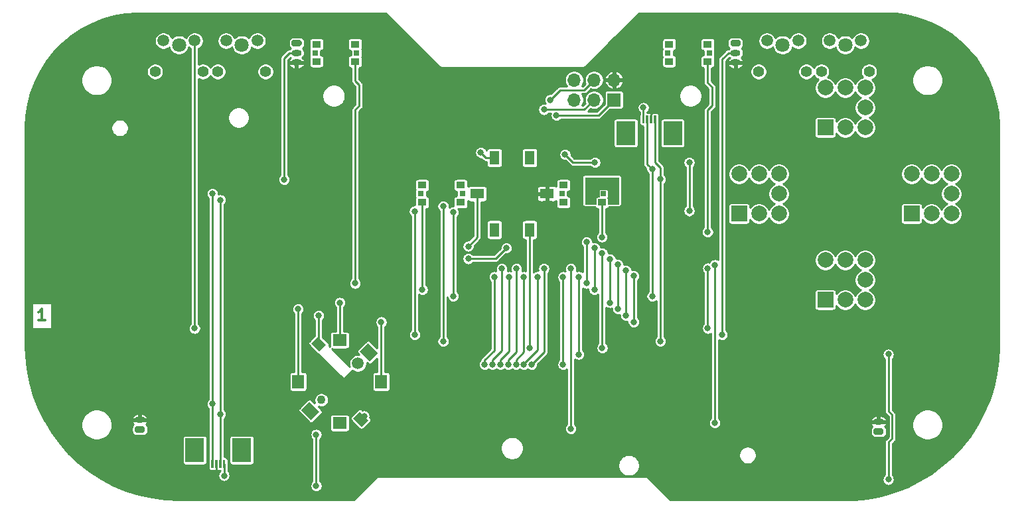
<source format=gbr>
G04 #@! TF.GenerationSoftware,KiCad,Pcbnew,(5.1.9)-1*
G04 #@! TF.CreationDate,2021-05-31T17:58:48+02:00*
G04 #@! TF.ProjectId,gamerino,67616d65-7269-46e6-9f2e-6b696361645f,01*
G04 #@! TF.SameCoordinates,Original*
G04 #@! TF.FileFunction,Copper,L1,Top*
G04 #@! TF.FilePolarity,Positive*
%FSLAX46Y46*%
G04 Gerber Fmt 4.6, Leading zero omitted, Abs format (unit mm)*
G04 Created by KiCad (PCBNEW (5.1.9)-1) date 2021-05-31 17:58:48*
%MOMM*%
%LPD*%
G01*
G04 APERTURE LIST*
G04 #@! TA.AperFunction,NonConductor*
%ADD10C,0.300000*%
G04 #@! TD*
G04 #@! TA.AperFunction,ComponentPad*
%ADD11O,1.300000X0.800000*%
G04 #@! TD*
G04 #@! TA.AperFunction,WasherPad*
%ADD12C,2.000000*%
G04 #@! TD*
G04 #@! TA.AperFunction,ComponentPad*
%ADD13C,2.000000*%
G04 #@! TD*
G04 #@! TA.AperFunction,ComponentPad*
%ADD14R,2.000000X2.000000*%
G04 #@! TD*
G04 #@! TA.AperFunction,ConnectorPad*
%ADD15R,2.400000X3.050000*%
G04 #@! TD*
G04 #@! TA.AperFunction,SMDPad,CuDef*
%ADD16R,0.300000X1.000000*%
G04 #@! TD*
G04 #@! TA.AperFunction,SMDPad,CuDef*
%ADD17R,1.800000X1.300000*%
G04 #@! TD*
G04 #@! TA.AperFunction,SMDPad,CuDef*
%ADD18R,1.300000X1.800000*%
G04 #@! TD*
G04 #@! TA.AperFunction,SMDPad,CuDef*
%ADD19R,0.700000X0.700000*%
G04 #@! TD*
G04 #@! TA.AperFunction,SMDPad,CuDef*
%ADD20R,1.100000X0.900000*%
G04 #@! TD*
G04 #@! TA.AperFunction,SMDPad,CuDef*
%ADD21R,1.800000X1.500000*%
G04 #@! TD*
G04 #@! TA.AperFunction,SMDPad,CuDef*
%ADD22R,1.500000X1.800000*%
G04 #@! TD*
G04 #@! TA.AperFunction,SMDPad,CuDef*
%ADD23C,0.100000*%
G04 #@! TD*
G04 #@! TA.AperFunction,WasherPad*
%ADD24C,1.500000*%
G04 #@! TD*
G04 #@! TA.AperFunction,WasherPad*
%ADD25C,1.100000*%
G04 #@! TD*
G04 #@! TA.AperFunction,ComponentPad*
%ADD26C,1.500000*%
G04 #@! TD*
G04 #@! TA.AperFunction,ComponentPad*
%ADD27C,1.400000*%
G04 #@! TD*
G04 #@! TA.AperFunction,WasherPad*
%ADD28C,1.800000*%
G04 #@! TD*
G04 #@! TA.AperFunction,ComponentPad*
%ADD29R,1.700000X1.700000*%
G04 #@! TD*
G04 #@! TA.AperFunction,ComponentPad*
%ADD30O,1.700000X1.700000*%
G04 #@! TD*
G04 #@! TA.AperFunction,ViaPad*
%ADD31C,0.800000*%
G04 #@! TD*
G04 #@! TA.AperFunction,Conductor*
%ADD32C,0.250000*%
G04 #@! TD*
G04 #@! TA.AperFunction,Conductor*
%ADD33C,0.254000*%
G04 #@! TD*
G04 #@! TA.AperFunction,Conductor*
%ADD34C,0.100000*%
G04 #@! TD*
G04 #@! TA.AperFunction,Conductor*
%ADD35C,0.025400*%
G04 #@! TD*
G04 APERTURE END LIST*
D10*
X78428571Y-94178571D02*
X77571428Y-94178571D01*
X78000000Y-94178571D02*
X78000000Y-92678571D01*
X77857142Y-92892857D01*
X77714285Y-93035714D01*
X77571428Y-93107142D01*
G04 #@! TA.AperFunction,ComponentPad*
G36*
G01*
X185200000Y-108775000D02*
X184300000Y-108775000D01*
G75*
G02*
X184100000Y-108575000I0J200000D01*
G01*
X184100000Y-108175000D01*
G75*
G02*
X184300000Y-107975000I200000J0D01*
G01*
X185200000Y-107975000D01*
G75*
G02*
X185400000Y-108175000I0J-200000D01*
G01*
X185400000Y-108575000D01*
G75*
G02*
X185200000Y-108775000I-200000J0D01*
G01*
G37*
G04 #@! TD.AperFunction*
D11*
X184750000Y-107125000D03*
X90500000Y-106875000D03*
G04 #@! TA.AperFunction,ComponentPad*
G36*
G01*
X90950000Y-108525000D02*
X90050000Y-108525000D01*
G75*
G02*
X89850000Y-108325000I0J200000D01*
G01*
X89850000Y-107925000D01*
G75*
G02*
X90050000Y-107725000I200000J0D01*
G01*
X90950000Y-107725000D01*
G75*
G02*
X91150000Y-107925000I0J-200000D01*
G01*
X91150000Y-108325000D01*
G75*
G02*
X90950000Y-108525000I-200000J0D01*
G01*
G37*
G04 #@! TD.AperFunction*
D12*
X194040000Y-78000000D03*
D13*
X191500000Y-75460000D03*
X191500000Y-80540000D03*
X194040000Y-75460000D03*
X194040000Y-80540000D03*
X188960000Y-75460000D03*
D14*
X188960000Y-80540000D03*
G04 #@! TA.AperFunction,ComponentPad*
G36*
G01*
X166050000Y-58350000D02*
X166950000Y-58350000D01*
G75*
G02*
X167150000Y-58550000I0J-200000D01*
G01*
X167150000Y-58950000D01*
G75*
G02*
X166950000Y-59150000I-200000J0D01*
G01*
X166050000Y-59150000D01*
G75*
G02*
X165850000Y-58950000I0J200000D01*
G01*
X165850000Y-58550000D01*
G75*
G02*
X166050000Y-58350000I200000J0D01*
G01*
G37*
G04 #@! TD.AperFunction*
D11*
X166500000Y-60000000D03*
X166500000Y-61250000D03*
G04 #@! TA.AperFunction,ComponentPad*
G36*
G01*
X110050000Y-58350000D02*
X110950000Y-58350000D01*
G75*
G02*
X111150000Y-58550000I0J-200000D01*
G01*
X111150000Y-58950000D01*
G75*
G02*
X110950000Y-59150000I-200000J0D01*
G01*
X110050000Y-59150000D01*
G75*
G02*
X109850000Y-58950000I0J200000D01*
G01*
X109850000Y-58550000D01*
G75*
G02*
X110050000Y-58350000I200000J0D01*
G01*
G37*
G04 #@! TD.AperFunction*
X110500000Y-60000000D03*
X110500000Y-61250000D03*
D15*
X152500000Y-70250000D03*
X158500000Y-70250000D03*
D16*
X156250000Y-68500000D03*
G04 #@! TA.AperFunction,SMDPad,CuDef*
G36*
G01*
X154600000Y-68925000D02*
X154600000Y-68075000D01*
G75*
G02*
X154675000Y-68000000I75000J0D01*
G01*
X154825000Y-68000000D01*
G75*
G02*
X154900000Y-68075000I0J-75000D01*
G01*
X154900000Y-68925000D01*
G75*
G02*
X154825000Y-69000000I-75000J0D01*
G01*
X154675000Y-69000000D01*
G75*
G02*
X154600000Y-68925000I0J75000D01*
G01*
G37*
G04 #@! TD.AperFunction*
X155250000Y-68500000D03*
X155750000Y-68500000D03*
D15*
X103500000Y-110750000D03*
X97500000Y-110750000D03*
D16*
X99750000Y-112500000D03*
G04 #@! TA.AperFunction,SMDPad,CuDef*
G36*
G01*
X101400000Y-112075000D02*
X101400000Y-112925000D01*
G75*
G02*
X101325000Y-113000000I-75000J0D01*
G01*
X101175000Y-113000000D01*
G75*
G02*
X101100000Y-112925000I0J75000D01*
G01*
X101100000Y-112075000D01*
G75*
G02*
X101175000Y-112000000I75000J0D01*
G01*
X101325000Y-112000000D01*
G75*
G02*
X101400000Y-112075000I0J-75000D01*
G01*
G37*
G04 #@! TD.AperFunction*
X100750000Y-112500000D03*
X100250000Y-112500000D03*
D17*
X133550000Y-78000000D03*
X142450000Y-78000000D03*
D18*
X140250000Y-82600000D03*
X140250000Y-73400000D03*
X135750000Y-73400000D03*
X135750000Y-82600000D03*
D19*
X157850000Y-60000000D03*
X163150000Y-60000000D03*
D20*
X158050000Y-58900000D03*
X162950000Y-58900000D03*
X158050000Y-61100000D03*
X162950000Y-61100000D03*
D19*
X112850000Y-60000000D03*
X118150000Y-60000000D03*
D20*
X113050000Y-58900000D03*
X117950000Y-58900000D03*
X113050000Y-61100000D03*
X117950000Y-61100000D03*
D19*
X144350000Y-78000000D03*
X149650000Y-78000000D03*
D20*
X144550000Y-76900000D03*
X149450000Y-76900000D03*
X144550000Y-79100000D03*
X149450000Y-79100000D03*
X131450000Y-79100000D03*
X126550000Y-79100000D03*
X131450000Y-76900000D03*
X126550000Y-76900000D03*
D19*
X131650000Y-78000000D03*
X126350000Y-78000000D03*
D21*
X116000000Y-96700000D03*
X116000000Y-107300000D03*
D22*
X110700000Y-102000000D03*
X121300000Y-102000000D03*
G04 #@! TA.AperFunction,SMDPad,CuDef*
D23*
G36*
X118583274Y-98143934D02*
G01*
X119643934Y-97083274D01*
X120916726Y-98356066D01*
X119856066Y-99416726D01*
X118583274Y-98143934D01*
G37*
G04 #@! TD.AperFunction*
G04 #@! TA.AperFunction,SMDPad,CuDef*
G36*
X111083274Y-105643934D02*
G01*
X112143934Y-104583274D01*
X113416726Y-105856066D01*
X112356066Y-106916726D01*
X111083274Y-105643934D01*
G37*
G04 #@! TD.AperFunction*
D24*
X118330000Y-99670000D03*
D25*
X113670000Y-104330000D03*
G04 #@! TA.AperFunction,SMDPad,CuDef*
D23*
G36*
X113431066Y-98159594D02*
G01*
X112370406Y-97098934D01*
X113218934Y-96250406D01*
X114279594Y-97311066D01*
X113431066Y-98159594D01*
G37*
G04 #@! TD.AperFunction*
G04 #@! TA.AperFunction,SMDPad,CuDef*
G36*
X118781066Y-107749594D02*
G01*
X117720406Y-106688934D01*
X118568934Y-105840406D01*
X119629594Y-106901066D01*
X118781066Y-107749594D01*
G37*
G04 #@! TD.AperFunction*
D26*
X97500000Y-58450000D03*
X93500000Y-58450000D03*
D27*
X98550000Y-62400000D03*
X92450000Y-62400000D03*
D28*
X95500000Y-59000000D03*
D26*
X101500000Y-58450000D03*
X105500000Y-58450000D03*
D27*
X100450000Y-62400000D03*
X106550000Y-62400000D03*
D28*
X103500000Y-59000000D03*
D26*
X170500000Y-58450000D03*
X174500000Y-58450000D03*
D27*
X169450000Y-62400000D03*
X175550000Y-62400000D03*
D28*
X172500000Y-59000000D03*
D26*
X182500000Y-58450000D03*
X178500000Y-58450000D03*
D27*
X183550000Y-62400000D03*
X177450000Y-62400000D03*
D28*
X180500000Y-59000000D03*
D12*
X183040000Y-67000000D03*
D13*
X180500000Y-64460000D03*
X180500000Y-69540000D03*
X183040000Y-64460000D03*
X183040000Y-69540000D03*
X177960000Y-64460000D03*
D14*
X177960000Y-69540000D03*
D12*
X183040000Y-89000000D03*
D13*
X180500000Y-86460000D03*
X180500000Y-91540000D03*
X183040000Y-86460000D03*
X183040000Y-91540000D03*
X177960000Y-86460000D03*
D14*
X177960000Y-91540000D03*
D12*
X172040000Y-78000000D03*
D13*
X169500000Y-75460000D03*
X169500000Y-80540000D03*
X172040000Y-75460000D03*
X172040000Y-80540000D03*
X166960000Y-75460000D03*
D14*
X166960000Y-80540000D03*
D29*
X151000000Y-66000000D03*
D30*
X151000000Y-63460000D03*
X148460000Y-66000000D03*
X148460000Y-63460000D03*
X145920000Y-66000000D03*
X145920000Y-63460000D03*
D31*
X126550000Y-76900000D03*
X119110000Y-106380000D03*
X158040000Y-61100000D03*
X117950000Y-58900000D03*
X154750000Y-67000000D03*
X101250000Y-114000000D03*
X151120000Y-76890000D03*
X134000000Y-72750000D03*
X147260000Y-72210000D03*
X132650000Y-73980000D03*
X146580000Y-75580000D03*
X153250000Y-77950000D03*
X127870000Y-62850000D03*
X126290000Y-66750000D03*
X126290000Y-65250000D03*
X127890000Y-64050000D03*
X126090000Y-63220000D03*
X151470000Y-82230000D03*
X143420000Y-103625000D03*
X132145000Y-81980000D03*
X142860000Y-85160000D03*
X154900000Y-79537500D03*
X108925001Y-76174999D03*
X125570000Y-96017000D03*
X164800000Y-96017000D03*
X125550000Y-80225000D03*
X155870000Y-91079000D03*
X130475000Y-80375000D03*
X130475000Y-91079000D03*
X155870000Y-74850000D03*
X100750000Y-106150000D03*
X100750000Y-78780000D03*
X143660000Y-68000000D03*
X142060000Y-67250000D03*
X142860000Y-66000000D03*
X135735000Y-88610000D03*
X134500000Y-99800002D03*
X139500000Y-88610000D03*
X138500000Y-99800002D03*
X141260000Y-88610000D03*
X139500000Y-99800002D03*
X144500000Y-88610000D03*
X144500000Y-99800002D03*
X136676250Y-87561000D03*
X135500000Y-99800002D03*
X140500000Y-99800002D03*
X142060000Y-87561000D03*
X137617500Y-88610000D03*
X136500000Y-99800002D03*
X145500000Y-87561000D03*
X145500000Y-108005000D03*
X113000000Y-108750000D03*
X113000000Y-115300010D03*
X138558750Y-87561000D03*
X137500000Y-99800002D03*
X186000000Y-114500000D03*
X146500000Y-88610000D03*
X146489086Y-98510914D03*
X186000000Y-98500000D03*
X160600000Y-80200000D03*
X160600000Y-73980000D03*
X148570000Y-73980000D03*
X144750000Y-73000000D03*
X116000000Y-91902000D03*
X150500000Y-86337499D03*
X150500000Y-91902000D03*
X163869910Y-87085189D03*
X163860000Y-107280000D03*
X116000000Y-107300000D03*
X110700000Y-92725000D03*
X151500000Y-92725000D03*
X151500000Y-87058332D03*
X153500000Y-88499998D03*
X121300000Y-94371000D03*
X153500000Y-94371000D03*
X152500000Y-87779165D03*
X113330000Y-93548000D03*
X152500000Y-93548000D03*
X162960000Y-87500000D03*
X97500000Y-95194000D03*
X162960000Y-95194000D03*
X117950000Y-89433000D03*
X147500000Y-89433000D03*
X147500000Y-84175000D03*
X162950000Y-82875000D03*
X126550000Y-90256000D03*
X148500000Y-90256000D03*
X148500000Y-84900010D03*
X149500000Y-85616666D03*
X140240000Y-97680000D03*
X149500000Y-97680000D03*
X149450000Y-83525000D03*
X99750000Y-77980000D03*
X99750000Y-104850000D03*
X156910000Y-96830000D03*
X129200000Y-79575000D03*
X129200000Y-96840000D03*
X156910000Y-76150000D03*
X132400000Y-84712500D03*
X132400000Y-86300000D03*
X137262660Y-84932660D03*
D32*
X151110000Y-76900000D02*
X151120000Y-76890000D01*
X149450000Y-76900000D02*
X151110000Y-76900000D01*
X118695000Y-106795000D02*
X119110000Y-106380000D01*
X118675000Y-106795000D02*
X118695000Y-106795000D01*
X101250000Y-114000000D02*
X101250000Y-112500000D01*
X154750000Y-68500000D02*
X154750000Y-67000000D01*
X134650000Y-73400000D02*
X134000000Y-72750000D01*
X135750000Y-73400000D02*
X134650000Y-73400000D01*
X100250000Y-112500000D02*
X100250000Y-114000000D01*
X155750000Y-68500000D02*
X155750000Y-68220000D01*
X155750000Y-68500000D02*
X155750000Y-67000000D01*
X109600000Y-60000000D02*
X110500000Y-60000000D01*
X108925001Y-60674999D02*
X109600000Y-60000000D01*
X108925001Y-76174999D02*
X108925001Y-60674999D01*
X164800000Y-60800000D02*
X165600000Y-60000000D01*
X165600000Y-60000000D02*
X166500000Y-60000000D01*
X164800000Y-96017000D02*
X164800000Y-60800000D01*
X125570000Y-80245000D02*
X125550000Y-80225000D01*
X125570000Y-96017000D02*
X125570000Y-80245000D01*
X130475000Y-91079000D02*
X130475000Y-80375000D01*
X155250000Y-74230000D02*
X155250000Y-68500000D01*
X155870000Y-74850000D02*
X155250000Y-74230000D01*
X155870000Y-91079000D02*
X155870000Y-74850000D01*
X100750000Y-112500000D02*
X100750000Y-78780000D01*
X149000000Y-68000000D02*
X151000000Y-66000000D01*
X143660000Y-68000000D02*
X149000000Y-68000000D01*
X147210000Y-67250000D02*
X148460000Y-66000000D01*
X142060000Y-67250000D02*
X147210000Y-67250000D01*
X144135000Y-64725000D02*
X142860000Y-66000000D01*
X147195000Y-64725000D02*
X144135000Y-64725000D01*
X148460000Y-63460000D02*
X147195000Y-64725000D01*
X134500000Y-99250000D02*
X134500000Y-99800002D01*
X135735000Y-98015000D02*
X134500000Y-99250000D01*
X135735000Y-88610000D02*
X135735000Y-98015000D01*
X139500000Y-88610000D02*
X139500000Y-98234317D01*
X138500000Y-99234317D02*
X138500000Y-99800002D01*
X139500000Y-98234317D02*
X138500000Y-99234317D01*
X139500000Y-99750000D02*
X139500000Y-99800002D01*
X141260000Y-97990000D02*
X139500000Y-99750000D01*
X141260000Y-88610000D02*
X141260000Y-97990000D01*
X144500000Y-88610000D02*
X144500000Y-99800002D01*
X135500000Y-99250000D02*
X135500000Y-99800002D01*
X136676250Y-98073750D02*
X135500000Y-99250000D01*
X136676250Y-87561000D02*
X136676250Y-98073750D01*
X142060000Y-98240002D02*
X140500000Y-99800002D01*
X142060000Y-87561000D02*
X142060000Y-98240002D01*
X136500000Y-99250000D02*
X136500000Y-99800002D01*
X137617500Y-98132500D02*
X136500000Y-99250000D01*
X137617500Y-88610000D02*
X137617500Y-98132500D01*
X145500000Y-87561000D02*
X145500000Y-108005000D01*
X113000000Y-108750000D02*
X113000000Y-115300010D01*
X137500000Y-99250000D02*
X137500000Y-99800002D01*
X138558750Y-98191250D02*
X137500000Y-99250000D01*
X138558750Y-87561000D02*
X138558750Y-98191250D01*
X146500000Y-98394086D02*
X146489086Y-98405000D01*
X146500000Y-88610000D02*
X146500000Y-98394086D01*
X146489086Y-98405000D02*
X146489086Y-98510914D01*
X186000000Y-105750000D02*
X186000000Y-98500000D01*
X186500000Y-106250000D02*
X186000000Y-105750000D01*
X186500000Y-109250000D02*
X186500000Y-106250000D01*
X186000000Y-109750000D02*
X186500000Y-109250000D01*
X186000000Y-114500000D02*
X186000000Y-109750000D01*
X160610000Y-80190000D02*
X160600000Y-80200000D01*
X160600000Y-73980000D02*
X160600000Y-80190000D01*
X145730000Y-73980000D02*
X144750000Y-73000000D01*
X148570000Y-73980000D02*
X145730000Y-73980000D01*
X116000000Y-91902000D02*
X116000000Y-96700000D01*
X150500000Y-91152000D02*
X150500000Y-87087499D01*
X150500000Y-86337499D02*
X150500000Y-87000000D01*
X150500000Y-91902000D02*
X150500000Y-91000000D01*
X163869910Y-107270090D02*
X163860000Y-107280000D01*
X163869910Y-87085189D02*
X163869910Y-107270090D01*
X110700000Y-102000000D02*
X110700000Y-92725000D01*
X151500000Y-92725000D02*
X151500000Y-87058332D01*
X121300000Y-102000000D02*
X121300000Y-94371000D01*
X153500000Y-94371000D02*
X153500000Y-88499998D01*
X113325000Y-97205000D02*
X113000000Y-97530000D01*
X113325000Y-93553000D02*
X113330000Y-93548000D01*
X113325000Y-97205000D02*
X113325000Y-93553000D01*
X152500000Y-87779165D02*
X152500000Y-93548000D01*
X162960000Y-95194000D02*
X162960000Y-87500000D01*
X97500000Y-95194000D02*
X97500000Y-58450000D01*
X117950000Y-63550000D02*
X117950000Y-61100000D01*
X118500000Y-64100000D02*
X117950000Y-63550000D01*
X118500000Y-66750000D02*
X118500000Y-64100000D01*
X117950000Y-67300000D02*
X118500000Y-66750000D01*
X117950000Y-89433000D02*
X117950000Y-67300000D01*
X147500000Y-84175000D02*
X147500000Y-89433000D01*
X162950000Y-63800000D02*
X162950000Y-61100000D01*
X163500000Y-64350000D02*
X162950000Y-63800000D01*
X163500000Y-66750000D02*
X163500000Y-64350000D01*
X162950000Y-67300000D02*
X163500000Y-66750000D01*
X162950000Y-82875000D02*
X162950000Y-67300000D01*
X126550000Y-90256000D02*
X126550000Y-79100000D01*
X148500000Y-90256000D02*
X148500000Y-84900010D01*
X140250000Y-97670000D02*
X140240000Y-97680000D01*
X140250000Y-82600000D02*
X140250000Y-97670000D01*
X149500000Y-97680000D02*
X149500000Y-85616666D01*
X149450000Y-79100000D02*
X149450000Y-83525000D01*
X99750000Y-112360000D02*
X99750000Y-104850000D01*
X99750000Y-112500000D02*
X99750000Y-112360000D01*
X99750000Y-104850000D02*
X99750000Y-77980000D01*
X129200000Y-96840000D02*
X129200000Y-79575000D01*
X156250000Y-74000000D02*
X156250000Y-68500000D01*
X156910000Y-74660000D02*
X156250000Y-74000000D01*
X156910000Y-96830000D02*
X156910000Y-74660000D01*
X133550000Y-83562500D02*
X132400000Y-84712500D01*
X133550000Y-78000000D02*
X133550000Y-83562500D01*
X135895320Y-86300000D02*
X137262660Y-84932660D01*
X132400000Y-86300000D02*
X135895320Y-86300000D01*
D33*
X128698811Y-61772981D02*
X128711526Y-61788474D01*
X128773347Y-61839210D01*
X128843879Y-61876910D01*
X128920410Y-61900125D01*
X128980059Y-61906000D01*
X128980067Y-61906000D01*
X129000000Y-61907963D01*
X129019933Y-61906000D01*
X146980067Y-61906000D01*
X147000000Y-61907963D01*
X147019933Y-61906000D01*
X147019941Y-61906000D01*
X147079590Y-61900125D01*
X147156121Y-61876910D01*
X147226653Y-61839210D01*
X147288474Y-61788474D01*
X147301193Y-61772976D01*
X150624169Y-58450000D01*
X157117157Y-58450000D01*
X157117157Y-59350000D01*
X157124513Y-59424689D01*
X157146299Y-59496508D01*
X157148166Y-59500000D01*
X157146299Y-59503492D01*
X157124513Y-59575311D01*
X157117157Y-59650000D01*
X157117157Y-60350000D01*
X157124513Y-60424689D01*
X157146299Y-60496508D01*
X157148166Y-60500000D01*
X157146299Y-60503492D01*
X157124513Y-60575311D01*
X157117157Y-60650000D01*
X157117157Y-61550000D01*
X157124513Y-61624689D01*
X157146299Y-61696508D01*
X157181678Y-61762696D01*
X157229289Y-61820711D01*
X157287304Y-61868322D01*
X157353492Y-61903701D01*
X157425311Y-61925487D01*
X157500000Y-61932843D01*
X158600000Y-61932843D01*
X158674689Y-61925487D01*
X158746508Y-61903701D01*
X158812696Y-61868322D01*
X158870711Y-61820711D01*
X158918322Y-61762696D01*
X158953701Y-61696508D01*
X158975487Y-61624689D01*
X158982843Y-61550000D01*
X158982843Y-60650000D01*
X158975487Y-60575311D01*
X158953701Y-60503492D01*
X158918322Y-60437304D01*
X158870711Y-60379289D01*
X158812696Y-60331678D01*
X158746508Y-60296299D01*
X158674689Y-60274513D01*
X158600000Y-60267157D01*
X158582843Y-60267157D01*
X158582843Y-59732843D01*
X158600000Y-59732843D01*
X158674689Y-59725487D01*
X158746508Y-59703701D01*
X158812696Y-59668322D01*
X158870711Y-59620711D01*
X158918322Y-59562696D01*
X158953701Y-59496508D01*
X158975487Y-59424689D01*
X158982843Y-59350000D01*
X158982843Y-58450000D01*
X162017157Y-58450000D01*
X162017157Y-59350000D01*
X162024513Y-59424689D01*
X162046299Y-59496508D01*
X162081678Y-59562696D01*
X162129289Y-59620711D01*
X162187304Y-59668322D01*
X162253492Y-59703701D01*
X162325311Y-59725487D01*
X162400000Y-59732843D01*
X162417157Y-59732843D01*
X162417157Y-60267157D01*
X162400000Y-60267157D01*
X162325311Y-60274513D01*
X162253492Y-60296299D01*
X162187304Y-60331678D01*
X162129289Y-60379289D01*
X162081678Y-60437304D01*
X162046299Y-60503492D01*
X162024513Y-60575311D01*
X162017157Y-60650000D01*
X162017157Y-61550000D01*
X162024513Y-61624689D01*
X162046299Y-61696508D01*
X162081678Y-61762696D01*
X162129289Y-61820711D01*
X162187304Y-61868322D01*
X162253492Y-61903701D01*
X162325311Y-61925487D01*
X162400000Y-61932843D01*
X162444001Y-61932843D01*
X162444000Y-63775154D01*
X162441553Y-63800000D01*
X162444000Y-63824846D01*
X162444000Y-63824853D01*
X162451322Y-63899192D01*
X162480255Y-63994574D01*
X162527241Y-64082479D01*
X162590473Y-64159527D01*
X162609785Y-64175376D01*
X162994001Y-64559593D01*
X162994000Y-66540408D01*
X162609780Y-66924629D01*
X162590474Y-66940473D01*
X162527242Y-67017521D01*
X162524746Y-67022191D01*
X162480255Y-67105426D01*
X162451322Y-67200808D01*
X162441553Y-67300000D01*
X162444001Y-67324856D01*
X162444000Y-82276499D01*
X162343358Y-82377141D01*
X162257887Y-82505058D01*
X162199013Y-82647191D01*
X162169000Y-82798078D01*
X162169000Y-82951922D01*
X162199013Y-83102809D01*
X162257887Y-83244942D01*
X162343358Y-83372859D01*
X162452141Y-83481642D01*
X162580058Y-83567113D01*
X162722191Y-83625987D01*
X162873078Y-83656000D01*
X163026922Y-83656000D01*
X163177809Y-83625987D01*
X163319942Y-83567113D01*
X163447859Y-83481642D01*
X163556642Y-83372859D01*
X163642113Y-83244942D01*
X163700987Y-83102809D01*
X163731000Y-82951922D01*
X163731000Y-82798078D01*
X163700987Y-82647191D01*
X163642113Y-82505058D01*
X163556642Y-82377141D01*
X163456000Y-82276499D01*
X163456000Y-67509591D01*
X163840220Y-67125372D01*
X163859527Y-67109527D01*
X163922759Y-67032479D01*
X163969745Y-66944575D01*
X163998678Y-66849193D01*
X164006000Y-66774854D01*
X164006000Y-66774847D01*
X164008447Y-66750001D01*
X164006000Y-66725155D01*
X164006000Y-64374845D01*
X164008447Y-64349999D01*
X164006000Y-64325153D01*
X164006000Y-64325146D01*
X163998678Y-64250807D01*
X163969745Y-64155425D01*
X163922759Y-64067521D01*
X163859527Y-63990473D01*
X163840220Y-63974628D01*
X163456000Y-63590409D01*
X163456000Y-61932843D01*
X163500000Y-61932843D01*
X163574689Y-61925487D01*
X163646508Y-61903701D01*
X163712696Y-61868322D01*
X163770711Y-61820711D01*
X163818322Y-61762696D01*
X163853701Y-61696508D01*
X163875487Y-61624689D01*
X163882843Y-61550000D01*
X163882843Y-60650000D01*
X163875487Y-60575311D01*
X163853701Y-60503492D01*
X163851834Y-60500000D01*
X163853701Y-60496508D01*
X163875487Y-60424689D01*
X163882843Y-60350000D01*
X163882843Y-59650000D01*
X163875487Y-59575311D01*
X163853701Y-59503492D01*
X163851834Y-59500000D01*
X163853701Y-59496508D01*
X163875487Y-59424689D01*
X163882843Y-59350000D01*
X163882843Y-58450000D01*
X163875487Y-58375311D01*
X163853701Y-58303492D01*
X163818322Y-58237304D01*
X163770711Y-58179289D01*
X163712696Y-58131678D01*
X163646508Y-58096299D01*
X163574689Y-58074513D01*
X163500000Y-58067157D01*
X162400000Y-58067157D01*
X162325311Y-58074513D01*
X162253492Y-58096299D01*
X162187304Y-58131678D01*
X162129289Y-58179289D01*
X162081678Y-58237304D01*
X162046299Y-58303492D01*
X162024513Y-58375311D01*
X162017157Y-58450000D01*
X158982843Y-58450000D01*
X158975487Y-58375311D01*
X158953701Y-58303492D01*
X158918322Y-58237304D01*
X158870711Y-58179289D01*
X158812696Y-58131678D01*
X158746508Y-58096299D01*
X158674689Y-58074513D01*
X158600000Y-58067157D01*
X157500000Y-58067157D01*
X157425311Y-58074513D01*
X157353492Y-58096299D01*
X157287304Y-58131678D01*
X157229289Y-58179289D01*
X157181678Y-58237304D01*
X157146299Y-58303492D01*
X157124513Y-58375311D01*
X157117157Y-58450000D01*
X150624169Y-58450000D01*
X154168170Y-54906000D01*
X185489545Y-54906000D01*
X187000103Y-54983843D01*
X188484299Y-55214935D01*
X189936901Y-55597374D01*
X191342479Y-56127096D01*
X192686165Y-56798499D01*
X193953722Y-57604467D01*
X195131708Y-58536455D01*
X196207660Y-59584601D01*
X197170167Y-60737791D01*
X198009040Y-61983815D01*
X198715383Y-63309462D01*
X199281722Y-64700702D01*
X199702047Y-66142773D01*
X199971915Y-67620429D01*
X200089067Y-69125775D01*
X200094000Y-69502641D01*
X200094001Y-97490941D01*
X200016028Y-99241754D01*
X199783931Y-100969733D01*
X199399149Y-102670225D01*
X198864726Y-104329783D01*
X198184892Y-105935264D01*
X197365034Y-107473951D01*
X196411636Y-108933675D01*
X195332257Y-110302859D01*
X194135432Y-111570681D01*
X192830654Y-112727082D01*
X191428240Y-113762923D01*
X189939286Y-114670002D01*
X188375612Y-115441121D01*
X186749560Y-116070193D01*
X185074038Y-116552224D01*
X183362297Y-116883404D01*
X181624709Y-117061433D01*
X180494142Y-117094000D01*
X158168170Y-117094000D01*
X155301193Y-114227024D01*
X155288474Y-114211526D01*
X155226653Y-114160790D01*
X155156121Y-114123090D01*
X155079590Y-114099875D01*
X155019941Y-114094000D01*
X155019933Y-114094000D01*
X155000000Y-114092037D01*
X154980067Y-114094000D01*
X121019941Y-114094000D01*
X121000000Y-114092036D01*
X120920410Y-114099875D01*
X120843878Y-114123090D01*
X120819310Y-114136222D01*
X120773347Y-114160790D01*
X120711526Y-114211526D01*
X120698811Y-114227019D01*
X117831831Y-117094000D01*
X95509036Y-117094000D01*
X93758246Y-117016028D01*
X92030267Y-116783931D01*
X90329775Y-116399149D01*
X88670217Y-115864726D01*
X87064736Y-115184892D01*
X85526049Y-114365034D01*
X84066325Y-113411636D01*
X82697141Y-112332257D01*
X81429319Y-111135432D01*
X80272918Y-109830654D01*
X79237077Y-108428240D01*
X78552726Y-107304889D01*
X83019000Y-107304889D01*
X83019000Y-107695111D01*
X83095129Y-108077836D01*
X83244461Y-108438355D01*
X83461257Y-108762814D01*
X83737186Y-109038743D01*
X84061645Y-109255539D01*
X84422164Y-109404871D01*
X84804889Y-109481000D01*
X85195111Y-109481000D01*
X85577836Y-109404871D01*
X85938355Y-109255539D01*
X85984059Y-109225000D01*
X95917157Y-109225000D01*
X95917157Y-112275000D01*
X95924513Y-112349689D01*
X95946299Y-112421508D01*
X95981678Y-112487696D01*
X96029289Y-112545711D01*
X96087304Y-112593322D01*
X96153492Y-112628701D01*
X96225311Y-112650487D01*
X96300000Y-112657843D01*
X98700000Y-112657843D01*
X98774689Y-112650487D01*
X98846508Y-112628701D01*
X98912696Y-112593322D01*
X98970711Y-112545711D01*
X99018322Y-112487696D01*
X99053701Y-112421508D01*
X99075487Y-112349689D01*
X99082843Y-112275000D01*
X99082843Y-109225000D01*
X99075487Y-109150311D01*
X99053701Y-109078492D01*
X99018322Y-109012304D01*
X98970711Y-108954289D01*
X98912696Y-108906678D01*
X98846508Y-108871299D01*
X98774689Y-108849513D01*
X98700000Y-108842157D01*
X96300000Y-108842157D01*
X96225311Y-108849513D01*
X96153492Y-108871299D01*
X96087304Y-108906678D01*
X96029289Y-108954289D01*
X95981678Y-109012304D01*
X95946299Y-109078492D01*
X95924513Y-109150311D01*
X95917157Y-109225000D01*
X85984059Y-109225000D01*
X86262814Y-109038743D01*
X86538743Y-108762814D01*
X86755539Y-108438355D01*
X86904871Y-108077836D01*
X86935272Y-107925000D01*
X89467157Y-107925000D01*
X89467157Y-108325000D01*
X89478356Y-108438707D01*
X89511523Y-108548044D01*
X89565384Y-108648810D01*
X89637868Y-108737132D01*
X89726190Y-108809616D01*
X89826956Y-108863477D01*
X89936293Y-108896644D01*
X90050000Y-108907843D01*
X90950000Y-108907843D01*
X91063707Y-108896644D01*
X91173044Y-108863477D01*
X91273810Y-108809616D01*
X91362132Y-108737132D01*
X91434616Y-108648810D01*
X91488477Y-108548044D01*
X91521644Y-108438707D01*
X91532843Y-108325000D01*
X91532843Y-107925000D01*
X91521644Y-107811293D01*
X91488477Y-107701956D01*
X91434616Y-107601190D01*
X91362132Y-107512868D01*
X91295162Y-107457907D01*
X91317578Y-107439405D01*
X91416782Y-107317831D01*
X91490362Y-107179239D01*
X91491250Y-107120986D01*
X91423887Y-107002000D01*
X90627000Y-107002000D01*
X90627000Y-107022000D01*
X90373000Y-107022000D01*
X90373000Y-107002000D01*
X89576113Y-107002000D01*
X89508750Y-107120986D01*
X89509638Y-107179239D01*
X89583218Y-107317831D01*
X89682422Y-107439405D01*
X89704838Y-107457907D01*
X89637868Y-107512868D01*
X89565384Y-107601190D01*
X89511523Y-107701956D01*
X89478356Y-107811293D01*
X89467157Y-107925000D01*
X86935272Y-107925000D01*
X86981000Y-107695111D01*
X86981000Y-107304889D01*
X86904871Y-106922164D01*
X86783445Y-106629014D01*
X89508750Y-106629014D01*
X89576113Y-106748000D01*
X90373000Y-106748000D01*
X90373000Y-106179321D01*
X90627000Y-106179321D01*
X90627000Y-106748000D01*
X91423887Y-106748000D01*
X91491250Y-106629014D01*
X91490362Y-106570761D01*
X91416782Y-106432169D01*
X91317578Y-106310595D01*
X91196562Y-106210711D01*
X91058385Y-106136355D01*
X90908357Y-106090385D01*
X90752243Y-106074567D01*
X90627000Y-106179321D01*
X90373000Y-106179321D01*
X90247757Y-106074567D01*
X90091643Y-106090385D01*
X89941615Y-106136355D01*
X89803438Y-106210711D01*
X89682422Y-106310595D01*
X89583218Y-106432169D01*
X89509638Y-106570761D01*
X89508750Y-106629014D01*
X86783445Y-106629014D01*
X86755539Y-106561645D01*
X86538743Y-106237186D01*
X86262814Y-105961257D01*
X85938355Y-105744461D01*
X85577836Y-105595129D01*
X85195111Y-105519000D01*
X84804889Y-105519000D01*
X84422164Y-105595129D01*
X84061645Y-105744461D01*
X83737186Y-105961257D01*
X83461257Y-106237186D01*
X83244461Y-106561645D01*
X83095129Y-106922164D01*
X83019000Y-107304889D01*
X78552726Y-107304889D01*
X78329998Y-106939286D01*
X77558879Y-105375612D01*
X76929807Y-103749560D01*
X76447776Y-102074038D01*
X76116596Y-100362297D01*
X75938567Y-98624709D01*
X75906000Y-97494142D01*
X75906000Y-91964000D01*
X76754715Y-91964000D01*
X76754715Y-95276000D01*
X79245286Y-95276000D01*
X79245286Y-91964000D01*
X76754715Y-91964000D01*
X75906000Y-91964000D01*
X75906000Y-69510455D01*
X75907125Y-69488606D01*
X86819000Y-69488606D01*
X86819000Y-69711394D01*
X86862464Y-69929900D01*
X86947721Y-70135729D01*
X87071495Y-70320970D01*
X87229030Y-70478505D01*
X87414271Y-70602279D01*
X87620100Y-70687536D01*
X87838606Y-70731000D01*
X88061394Y-70731000D01*
X88279900Y-70687536D01*
X88485729Y-70602279D01*
X88670970Y-70478505D01*
X88828505Y-70320970D01*
X88952279Y-70135729D01*
X89037536Y-69929900D01*
X89081000Y-69711394D01*
X89081000Y-69488606D01*
X89037536Y-69270100D01*
X88952279Y-69064271D01*
X88828505Y-68879030D01*
X88670970Y-68721495D01*
X88485729Y-68597721D01*
X88279900Y-68512464D01*
X88061394Y-68469000D01*
X87838606Y-68469000D01*
X87620100Y-68512464D01*
X87414271Y-68597721D01*
X87229030Y-68721495D01*
X87071495Y-68879030D01*
X86947721Y-69064271D01*
X86862464Y-69270100D01*
X86819000Y-69488606D01*
X75907125Y-69488606D01*
X75983843Y-67999897D01*
X76214935Y-66515701D01*
X76597374Y-65063099D01*
X77127096Y-63657521D01*
X77303296Y-63304889D01*
X83019000Y-63304889D01*
X83019000Y-63695111D01*
X83095129Y-64077836D01*
X83244461Y-64438355D01*
X83461257Y-64762814D01*
X83737186Y-65038743D01*
X84061645Y-65255539D01*
X84422164Y-65404871D01*
X84804889Y-65481000D01*
X85195111Y-65481000D01*
X85577836Y-65404871D01*
X85938355Y-65255539D01*
X86262814Y-65038743D01*
X86538743Y-64762814D01*
X86755539Y-64438355D01*
X86904871Y-64077836D01*
X86981000Y-63695111D01*
X86981000Y-63304889D01*
X86904871Y-62922164D01*
X86755539Y-62561645D01*
X86576392Y-62293531D01*
X91369000Y-62293531D01*
X91369000Y-62506469D01*
X91410543Y-62715316D01*
X91492031Y-62912045D01*
X91610333Y-63089097D01*
X91760903Y-63239667D01*
X91937955Y-63357969D01*
X92134684Y-63439457D01*
X92343531Y-63481000D01*
X92556469Y-63481000D01*
X92765316Y-63439457D01*
X92962045Y-63357969D01*
X93139097Y-63239667D01*
X93289667Y-63089097D01*
X93407969Y-62912045D01*
X93489457Y-62715316D01*
X93531000Y-62506469D01*
X93531000Y-62293531D01*
X93489457Y-62084684D01*
X93407969Y-61887955D01*
X93289667Y-61710903D01*
X93139097Y-61560333D01*
X92962045Y-61442031D01*
X92765316Y-61360543D01*
X92556469Y-61319000D01*
X92343531Y-61319000D01*
X92134684Y-61360543D01*
X91937955Y-61442031D01*
X91760903Y-61560333D01*
X91610333Y-61710903D01*
X91492031Y-61887955D01*
X91410543Y-62084684D01*
X91369000Y-62293531D01*
X86576392Y-62293531D01*
X86538743Y-62237186D01*
X86262814Y-61961257D01*
X85938355Y-61744461D01*
X85577836Y-61595129D01*
X85195111Y-61519000D01*
X84804889Y-61519000D01*
X84422164Y-61595129D01*
X84061645Y-61744461D01*
X83737186Y-61961257D01*
X83461257Y-62237186D01*
X83244461Y-62561645D01*
X83095129Y-62922164D01*
X83019000Y-63304889D01*
X77303296Y-63304889D01*
X77798499Y-62313835D01*
X78604467Y-61046278D01*
X79536455Y-59868292D01*
X80584601Y-58792340D01*
X81128224Y-58338606D01*
X92369000Y-58338606D01*
X92369000Y-58561394D01*
X92412464Y-58779900D01*
X92497721Y-58985729D01*
X92621495Y-59170970D01*
X92779030Y-59328505D01*
X92964271Y-59452279D01*
X93170100Y-59537536D01*
X93388606Y-59581000D01*
X93611394Y-59581000D01*
X93829900Y-59537536D01*
X94035729Y-59452279D01*
X94220970Y-59328505D01*
X94252897Y-59296578D01*
X94268228Y-59373654D01*
X94364793Y-59606781D01*
X94504982Y-59816590D01*
X94683410Y-59995018D01*
X94893219Y-60135207D01*
X95126346Y-60231772D01*
X95373833Y-60281000D01*
X95626167Y-60281000D01*
X95873654Y-60231772D01*
X96106781Y-60135207D01*
X96316590Y-59995018D01*
X96495018Y-59816590D01*
X96635207Y-59606781D01*
X96731772Y-59373654D01*
X96747103Y-59296578D01*
X96779030Y-59328505D01*
X96964271Y-59452279D01*
X96994001Y-59464594D01*
X96994000Y-94595499D01*
X96893358Y-94696141D01*
X96807887Y-94824058D01*
X96749013Y-94966191D01*
X96719000Y-95117078D01*
X96719000Y-95270922D01*
X96749013Y-95421809D01*
X96807887Y-95563942D01*
X96893358Y-95691859D01*
X97002141Y-95800642D01*
X97130058Y-95886113D01*
X97272191Y-95944987D01*
X97423078Y-95975000D01*
X97576922Y-95975000D01*
X97727809Y-95944987D01*
X97869942Y-95886113D01*
X97997859Y-95800642D01*
X98106642Y-95691859D01*
X98192113Y-95563942D01*
X98250987Y-95421809D01*
X98281000Y-95270922D01*
X98281000Y-95117078D01*
X98250987Y-94966191D01*
X98192113Y-94824058D01*
X98106642Y-94696141D01*
X98006000Y-94595499D01*
X98006000Y-77903078D01*
X98969000Y-77903078D01*
X98969000Y-78056922D01*
X98999013Y-78207809D01*
X99057887Y-78349942D01*
X99143358Y-78477859D01*
X99244001Y-78578502D01*
X99244000Y-104251499D01*
X99143358Y-104352141D01*
X99057887Y-104480058D01*
X98999013Y-104622191D01*
X98969000Y-104773078D01*
X98969000Y-104926922D01*
X98999013Y-105077809D01*
X99057887Y-105219942D01*
X99143358Y-105347859D01*
X99244001Y-105448502D01*
X99244000Y-111861071D01*
X99224513Y-111925311D01*
X99217157Y-112000000D01*
X99217157Y-113000000D01*
X99224513Y-113074689D01*
X99246299Y-113146508D01*
X99281678Y-113212696D01*
X99329289Y-113270711D01*
X99387304Y-113318322D01*
X99453492Y-113353701D01*
X99525311Y-113375487D01*
X99600000Y-113382843D01*
X99900000Y-113382843D01*
X99974689Y-113375487D01*
X100000000Y-113367809D01*
X100025311Y-113375487D01*
X100100000Y-113382843D01*
X100131750Y-113381000D01*
X100227000Y-113285750D01*
X100227000Y-113196461D01*
X100250000Y-113153432D01*
X100273000Y-113196461D01*
X100273000Y-113285750D01*
X100368250Y-113381000D01*
X100400000Y-113382843D01*
X100474689Y-113375487D01*
X100500000Y-113367809D01*
X100525311Y-113375487D01*
X100600000Y-113382843D01*
X100744000Y-113382843D01*
X100744000Y-113401499D01*
X100643358Y-113502141D01*
X100557887Y-113630058D01*
X100499013Y-113772191D01*
X100469000Y-113923078D01*
X100469000Y-114076922D01*
X100499013Y-114227809D01*
X100557887Y-114369942D01*
X100643358Y-114497859D01*
X100752141Y-114606642D01*
X100880058Y-114692113D01*
X101022191Y-114750987D01*
X101173078Y-114781000D01*
X101326922Y-114781000D01*
X101477809Y-114750987D01*
X101619942Y-114692113D01*
X101747859Y-114606642D01*
X101856642Y-114497859D01*
X101942113Y-114369942D01*
X102000987Y-114227809D01*
X102031000Y-114076922D01*
X102031000Y-113923078D01*
X102000987Y-113772191D01*
X101942113Y-113630058D01*
X101856642Y-113502141D01*
X101756000Y-113401499D01*
X101756000Y-113073810D01*
X101774046Y-113014321D01*
X101782843Y-112925000D01*
X101782843Y-112075000D01*
X101774046Y-111985679D01*
X101747992Y-111899791D01*
X101705683Y-111820636D01*
X101648744Y-111751256D01*
X101579364Y-111694317D01*
X101500209Y-111652008D01*
X101414321Y-111625954D01*
X101325000Y-111617157D01*
X101256000Y-111617157D01*
X101256000Y-109225000D01*
X101917157Y-109225000D01*
X101917157Y-112275000D01*
X101924513Y-112349689D01*
X101946299Y-112421508D01*
X101981678Y-112487696D01*
X102029289Y-112545711D01*
X102087304Y-112593322D01*
X102153492Y-112628701D01*
X102225311Y-112650487D01*
X102300000Y-112657843D01*
X104700000Y-112657843D01*
X104774689Y-112650487D01*
X104846508Y-112628701D01*
X104912696Y-112593322D01*
X104970711Y-112545711D01*
X105018322Y-112487696D01*
X105053701Y-112421508D01*
X105075487Y-112349689D01*
X105082843Y-112275000D01*
X105082843Y-109225000D01*
X105075487Y-109150311D01*
X105053701Y-109078492D01*
X105018322Y-109012304D01*
X104970711Y-108954289D01*
X104912696Y-108906678D01*
X104846508Y-108871299D01*
X104774689Y-108849513D01*
X104700000Y-108842157D01*
X102300000Y-108842157D01*
X102225311Y-108849513D01*
X102153492Y-108871299D01*
X102087304Y-108906678D01*
X102029289Y-108954289D01*
X101981678Y-109012304D01*
X101946299Y-109078492D01*
X101924513Y-109150311D01*
X101917157Y-109225000D01*
X101256000Y-109225000D01*
X101256000Y-108673078D01*
X112219000Y-108673078D01*
X112219000Y-108826922D01*
X112249013Y-108977809D01*
X112307887Y-109119942D01*
X112393358Y-109247859D01*
X112494000Y-109348501D01*
X112494001Y-114701508D01*
X112393358Y-114802151D01*
X112307887Y-114930068D01*
X112249013Y-115072201D01*
X112219000Y-115223088D01*
X112219000Y-115376932D01*
X112249013Y-115527819D01*
X112307887Y-115669952D01*
X112393358Y-115797869D01*
X112502141Y-115906652D01*
X112630058Y-115992123D01*
X112772191Y-116050997D01*
X112923078Y-116081010D01*
X113076922Y-116081010D01*
X113227809Y-116050997D01*
X113369942Y-115992123D01*
X113497859Y-115906652D01*
X113606642Y-115797869D01*
X113692113Y-115669952D01*
X113750987Y-115527819D01*
X113781000Y-115376932D01*
X113781000Y-115223088D01*
X113750987Y-115072201D01*
X113692113Y-114930068D01*
X113606642Y-114802151D01*
X113506000Y-114701509D01*
X113506000Y-112563983D01*
X151519000Y-112563983D01*
X151519000Y-112836017D01*
X151572071Y-113102823D01*
X151676174Y-113354149D01*
X151827307Y-113580336D01*
X152019664Y-113772693D01*
X152245851Y-113923826D01*
X152497177Y-114027929D01*
X152763983Y-114081000D01*
X153036017Y-114081000D01*
X153302823Y-114027929D01*
X153554149Y-113923826D01*
X153780336Y-113772693D01*
X153972693Y-113580336D01*
X154123826Y-113354149D01*
X154227929Y-113102823D01*
X154281000Y-112836017D01*
X154281000Y-112563983D01*
X154227929Y-112297177D01*
X154123826Y-112045851D01*
X153972693Y-111819664D01*
X153780336Y-111627307D01*
X153554149Y-111476174D01*
X153302823Y-111372071D01*
X153036017Y-111319000D01*
X152763983Y-111319000D01*
X152497177Y-111372071D01*
X152245851Y-111476174D01*
X152019664Y-111627307D01*
X151827307Y-111819664D01*
X151676174Y-112045851D01*
X151572071Y-112297177D01*
X151519000Y-112563983D01*
X113506000Y-112563983D01*
X113506000Y-110354134D01*
X136519000Y-110354134D01*
X136519000Y-110645866D01*
X136575914Y-110931992D01*
X136687555Y-111201517D01*
X136849632Y-111444083D01*
X137055917Y-111650368D01*
X137298483Y-111812445D01*
X137568008Y-111924086D01*
X137854134Y-111981000D01*
X138145866Y-111981000D01*
X138431992Y-111924086D01*
X138701517Y-111812445D01*
X138944083Y-111650368D01*
X139150368Y-111444083D01*
X139254254Y-111288606D01*
X166919000Y-111288606D01*
X166919000Y-111511394D01*
X166962464Y-111729900D01*
X167047721Y-111935729D01*
X167171495Y-112120970D01*
X167329030Y-112278505D01*
X167514271Y-112402279D01*
X167720100Y-112487536D01*
X167938606Y-112531000D01*
X168161394Y-112531000D01*
X168379900Y-112487536D01*
X168585729Y-112402279D01*
X168770970Y-112278505D01*
X168928505Y-112120970D01*
X169052279Y-111935729D01*
X169137536Y-111729900D01*
X169181000Y-111511394D01*
X169181000Y-111288606D01*
X169137536Y-111070100D01*
X169052279Y-110864271D01*
X168928505Y-110679030D01*
X168770970Y-110521495D01*
X168585729Y-110397721D01*
X168379900Y-110312464D01*
X168161394Y-110269000D01*
X167938606Y-110269000D01*
X167720100Y-110312464D01*
X167514271Y-110397721D01*
X167329030Y-110521495D01*
X167171495Y-110679030D01*
X167047721Y-110864271D01*
X166962464Y-111070100D01*
X166919000Y-111288606D01*
X139254254Y-111288606D01*
X139312445Y-111201517D01*
X139424086Y-110931992D01*
X139481000Y-110645866D01*
X139481000Y-110354134D01*
X139424086Y-110068008D01*
X139312445Y-109798483D01*
X139150368Y-109555917D01*
X138944083Y-109349632D01*
X138701517Y-109187555D01*
X138431992Y-109075914D01*
X138145866Y-109019000D01*
X137854134Y-109019000D01*
X137568008Y-109075914D01*
X137298483Y-109187555D01*
X137055917Y-109349632D01*
X136849632Y-109555917D01*
X136687555Y-109798483D01*
X136575914Y-110068008D01*
X136519000Y-110354134D01*
X113506000Y-110354134D01*
X113506000Y-109348501D01*
X113606642Y-109247859D01*
X113692113Y-109119942D01*
X113750987Y-108977809D01*
X113781000Y-108826922D01*
X113781000Y-108673078D01*
X113750987Y-108522191D01*
X113692113Y-108380058D01*
X113606642Y-108252141D01*
X113497859Y-108143358D01*
X113369942Y-108057887D01*
X113227809Y-107999013D01*
X113076922Y-107969000D01*
X112923078Y-107969000D01*
X112772191Y-107999013D01*
X112630058Y-108057887D01*
X112502141Y-108143358D01*
X112393358Y-108252141D01*
X112307887Y-108380058D01*
X112249013Y-108522191D01*
X112219000Y-108673078D01*
X101256000Y-108673078D01*
X101256000Y-106748501D01*
X101356642Y-106647859D01*
X101442113Y-106519942D01*
X101500987Y-106377809D01*
X101531000Y-106226922D01*
X101531000Y-106073078D01*
X101500987Y-105922191D01*
X101442113Y-105780058D01*
X101356642Y-105652141D01*
X101348435Y-105643934D01*
X110700431Y-105643934D01*
X110707787Y-105718623D01*
X110729573Y-105790442D01*
X110764952Y-105856630D01*
X110812563Y-105914645D01*
X112085355Y-107187437D01*
X112143370Y-107235048D01*
X112209558Y-107270427D01*
X112281377Y-107292213D01*
X112356066Y-107299569D01*
X112430755Y-107292213D01*
X112502574Y-107270427D01*
X112568762Y-107235048D01*
X112626777Y-107187437D01*
X113264214Y-106550000D01*
X114717157Y-106550000D01*
X114717157Y-108050000D01*
X114724513Y-108124689D01*
X114746299Y-108196508D01*
X114781678Y-108262696D01*
X114829289Y-108320711D01*
X114887304Y-108368322D01*
X114953492Y-108403701D01*
X115025311Y-108425487D01*
X115100000Y-108432843D01*
X116900000Y-108432843D01*
X116974689Y-108425487D01*
X117046508Y-108403701D01*
X117112696Y-108368322D01*
X117170711Y-108320711D01*
X117218322Y-108262696D01*
X117253701Y-108196508D01*
X117275487Y-108124689D01*
X117282843Y-108050000D01*
X117282843Y-106688934D01*
X117337563Y-106688934D01*
X117344919Y-106763623D01*
X117366705Y-106835442D01*
X117402084Y-106901630D01*
X117449695Y-106959645D01*
X118510355Y-108020305D01*
X118568370Y-108067916D01*
X118634558Y-108103295D01*
X118706377Y-108125081D01*
X118781066Y-108132437D01*
X118855755Y-108125081D01*
X118927574Y-108103295D01*
X118993762Y-108067916D01*
X119051777Y-108020305D01*
X119900305Y-107171777D01*
X119947916Y-107113762D01*
X119983295Y-107047574D01*
X120005081Y-106975755D01*
X120012437Y-106901066D01*
X120005081Y-106826377D01*
X119983295Y-106754558D01*
X119947916Y-106688370D01*
X119900305Y-106630355D01*
X119863770Y-106593820D01*
X119891000Y-106456922D01*
X119891000Y-106303078D01*
X119860987Y-106152191D01*
X119802113Y-106010058D01*
X119716642Y-105882141D01*
X119607859Y-105773358D01*
X119479942Y-105687887D01*
X119337809Y-105629013D01*
X119186922Y-105599000D01*
X119033078Y-105599000D01*
X118896180Y-105626230D01*
X118839645Y-105569695D01*
X118781630Y-105522084D01*
X118715442Y-105486705D01*
X118643623Y-105464919D01*
X118568934Y-105457563D01*
X118494245Y-105464919D01*
X118422426Y-105486705D01*
X118356238Y-105522084D01*
X118298223Y-105569695D01*
X117449695Y-106418223D01*
X117402084Y-106476238D01*
X117366705Y-106542426D01*
X117344919Y-106614245D01*
X117337563Y-106688934D01*
X117282843Y-106688934D01*
X117282843Y-106550000D01*
X117275487Y-106475311D01*
X117253701Y-106403492D01*
X117218322Y-106337304D01*
X117170711Y-106279289D01*
X117112696Y-106231678D01*
X117046508Y-106196299D01*
X116974689Y-106174513D01*
X116900000Y-106167157D01*
X115100000Y-106167157D01*
X115025311Y-106174513D01*
X114953492Y-106196299D01*
X114887304Y-106231678D01*
X114829289Y-106279289D01*
X114781678Y-106337304D01*
X114746299Y-106403492D01*
X114724513Y-106475311D01*
X114717157Y-106550000D01*
X113264214Y-106550000D01*
X113687437Y-106126777D01*
X113735048Y-106068762D01*
X113770427Y-106002574D01*
X113792213Y-105930755D01*
X113799569Y-105856066D01*
X113792213Y-105781377D01*
X113770427Y-105709558D01*
X113735048Y-105643370D01*
X113687437Y-105585355D01*
X113277006Y-105174924D01*
X113398437Y-105225222D01*
X113578304Y-105261000D01*
X113761696Y-105261000D01*
X113941563Y-105225222D01*
X114110994Y-105155042D01*
X114263478Y-105053155D01*
X114393155Y-104923478D01*
X114495042Y-104770994D01*
X114565222Y-104601563D01*
X114601000Y-104421696D01*
X114601000Y-104238304D01*
X114565222Y-104058437D01*
X114495042Y-103889006D01*
X114393155Y-103736522D01*
X114263478Y-103606845D01*
X114110994Y-103504958D01*
X113941563Y-103434778D01*
X113761696Y-103399000D01*
X113578304Y-103399000D01*
X113398437Y-103434778D01*
X113229006Y-103504958D01*
X113076522Y-103606845D01*
X112946845Y-103736522D01*
X112844958Y-103889006D01*
X112774778Y-104058437D01*
X112739000Y-104238304D01*
X112739000Y-104421696D01*
X112774778Y-104601563D01*
X112825076Y-104722994D01*
X112414645Y-104312563D01*
X112356630Y-104264952D01*
X112290442Y-104229573D01*
X112218623Y-104207787D01*
X112143934Y-104200431D01*
X112069245Y-104207787D01*
X111997426Y-104229573D01*
X111931238Y-104264952D01*
X111873223Y-104312563D01*
X110812563Y-105373223D01*
X110764952Y-105431238D01*
X110729573Y-105497426D01*
X110707787Y-105569245D01*
X110700431Y-105643934D01*
X101348435Y-105643934D01*
X101256000Y-105551499D01*
X101256000Y-101100000D01*
X109567157Y-101100000D01*
X109567157Y-102900000D01*
X109574513Y-102974689D01*
X109596299Y-103046508D01*
X109631678Y-103112696D01*
X109679289Y-103170711D01*
X109737304Y-103218322D01*
X109803492Y-103253701D01*
X109875311Y-103275487D01*
X109950000Y-103282843D01*
X111450000Y-103282843D01*
X111524689Y-103275487D01*
X111596508Y-103253701D01*
X111662696Y-103218322D01*
X111720711Y-103170711D01*
X111768322Y-103112696D01*
X111803701Y-103046508D01*
X111825487Y-102974689D01*
X111832843Y-102900000D01*
X111832843Y-101100000D01*
X111825487Y-101025311D01*
X111803701Y-100953492D01*
X111768322Y-100887304D01*
X111720711Y-100829289D01*
X111662696Y-100781678D01*
X111596508Y-100746299D01*
X111524689Y-100724513D01*
X111450000Y-100717157D01*
X111206000Y-100717157D01*
X111206000Y-97098934D01*
X111987563Y-97098934D01*
X111994919Y-97173623D01*
X112016705Y-97245442D01*
X112052084Y-97311630D01*
X112099695Y-97369645D01*
X113160355Y-98430305D01*
X113218370Y-98477916D01*
X113284558Y-98513295D01*
X113356377Y-98535081D01*
X113379249Y-98537334D01*
X113382667Y-98548601D01*
X113394403Y-98570557D01*
X113410197Y-98589803D01*
X116410197Y-101589803D01*
X116429443Y-101605597D01*
X116451399Y-101617333D01*
X116475224Y-101624560D01*
X116500000Y-101627000D01*
X116524776Y-101624560D01*
X116548601Y-101617333D01*
X116570557Y-101605597D01*
X116589803Y-101589803D01*
X117589803Y-100589803D01*
X117605597Y-100570557D01*
X117615186Y-100552618D01*
X117794271Y-100672279D01*
X118000100Y-100757536D01*
X118218606Y-100801000D01*
X118441394Y-100801000D01*
X118659900Y-100757536D01*
X118865729Y-100672279D01*
X119050970Y-100548505D01*
X119208505Y-100390970D01*
X119332279Y-100205729D01*
X119417536Y-99999900D01*
X119461000Y-99781394D01*
X119461000Y-99563082D01*
X119585355Y-99687437D01*
X119643370Y-99735048D01*
X119709558Y-99770427D01*
X119781377Y-99792213D01*
X119856066Y-99799569D01*
X119930755Y-99792213D01*
X120002574Y-99770427D01*
X120068762Y-99735048D01*
X120126777Y-99687437D01*
X120794000Y-99020214D01*
X120794000Y-100717157D01*
X120550000Y-100717157D01*
X120475311Y-100724513D01*
X120403492Y-100746299D01*
X120337304Y-100781678D01*
X120279289Y-100829289D01*
X120231678Y-100887304D01*
X120196299Y-100953492D01*
X120174513Y-101025311D01*
X120167157Y-101100000D01*
X120167157Y-102900000D01*
X120174513Y-102974689D01*
X120196299Y-103046508D01*
X120231678Y-103112696D01*
X120279289Y-103170711D01*
X120337304Y-103218322D01*
X120403492Y-103253701D01*
X120475311Y-103275487D01*
X120550000Y-103282843D01*
X122050000Y-103282843D01*
X122124689Y-103275487D01*
X122196508Y-103253701D01*
X122262696Y-103218322D01*
X122320711Y-103170711D01*
X122368322Y-103112696D01*
X122403701Y-103046508D01*
X122425487Y-102974689D01*
X122432843Y-102900000D01*
X122432843Y-101100000D01*
X122425487Y-101025311D01*
X122403701Y-100953492D01*
X122368322Y-100887304D01*
X122320711Y-100829289D01*
X122262696Y-100781678D01*
X122196508Y-100746299D01*
X122124689Y-100724513D01*
X122050000Y-100717157D01*
X121806000Y-100717157D01*
X121806000Y-99723080D01*
X133719000Y-99723080D01*
X133719000Y-99876924D01*
X133749013Y-100027811D01*
X133807887Y-100169944D01*
X133893358Y-100297861D01*
X134002141Y-100406644D01*
X134130058Y-100492115D01*
X134272191Y-100550989D01*
X134423078Y-100581002D01*
X134576922Y-100581002D01*
X134727809Y-100550989D01*
X134869942Y-100492115D01*
X134997859Y-100406644D01*
X135000000Y-100404503D01*
X135002141Y-100406644D01*
X135130058Y-100492115D01*
X135272191Y-100550989D01*
X135423078Y-100581002D01*
X135576922Y-100581002D01*
X135727809Y-100550989D01*
X135869942Y-100492115D01*
X135997859Y-100406644D01*
X136000000Y-100404503D01*
X136002141Y-100406644D01*
X136130058Y-100492115D01*
X136272191Y-100550989D01*
X136423078Y-100581002D01*
X136576922Y-100581002D01*
X136727809Y-100550989D01*
X136869942Y-100492115D01*
X136997859Y-100406644D01*
X137000000Y-100404503D01*
X137002141Y-100406644D01*
X137130058Y-100492115D01*
X137272191Y-100550989D01*
X137423078Y-100581002D01*
X137576922Y-100581002D01*
X137727809Y-100550989D01*
X137869942Y-100492115D01*
X137997859Y-100406644D01*
X138000000Y-100404503D01*
X138002141Y-100406644D01*
X138130058Y-100492115D01*
X138272191Y-100550989D01*
X138423078Y-100581002D01*
X138576922Y-100581002D01*
X138727809Y-100550989D01*
X138869942Y-100492115D01*
X138997859Y-100406644D01*
X139000000Y-100404503D01*
X139002141Y-100406644D01*
X139130058Y-100492115D01*
X139272191Y-100550989D01*
X139423078Y-100581002D01*
X139576922Y-100581002D01*
X139727809Y-100550989D01*
X139869942Y-100492115D01*
X139997859Y-100406644D01*
X140000000Y-100404503D01*
X140002141Y-100406644D01*
X140130058Y-100492115D01*
X140272191Y-100550989D01*
X140423078Y-100581002D01*
X140576922Y-100581002D01*
X140727809Y-100550989D01*
X140869942Y-100492115D01*
X140997859Y-100406644D01*
X141106642Y-100297861D01*
X141192113Y-100169944D01*
X141250987Y-100027811D01*
X141281000Y-99876924D01*
X141281000Y-99734593D01*
X142400220Y-98615374D01*
X142419527Y-98599529D01*
X142482759Y-98522481D01*
X142529745Y-98434577D01*
X142539989Y-98400807D01*
X142558678Y-98339196D01*
X142559872Y-98327075D01*
X142566000Y-98264856D01*
X142566000Y-98264849D01*
X142568447Y-98240003D01*
X142566000Y-98215157D01*
X142566000Y-88533078D01*
X143719000Y-88533078D01*
X143719000Y-88686922D01*
X143749013Y-88837809D01*
X143807887Y-88979942D01*
X143893358Y-89107859D01*
X143994000Y-89208501D01*
X143994001Y-99201500D01*
X143893358Y-99302143D01*
X143807887Y-99430060D01*
X143749013Y-99572193D01*
X143719000Y-99723080D01*
X143719000Y-99876924D01*
X143749013Y-100027811D01*
X143807887Y-100169944D01*
X143893358Y-100297861D01*
X144002141Y-100406644D01*
X144130058Y-100492115D01*
X144272191Y-100550989D01*
X144423078Y-100581002D01*
X144576922Y-100581002D01*
X144727809Y-100550989D01*
X144869942Y-100492115D01*
X144994001Y-100409222D01*
X144994001Y-107406498D01*
X144893358Y-107507141D01*
X144807887Y-107635058D01*
X144749013Y-107777191D01*
X144719000Y-107928078D01*
X144719000Y-108081922D01*
X144749013Y-108232809D01*
X144807887Y-108374942D01*
X144893358Y-108502859D01*
X145002141Y-108611642D01*
X145130058Y-108697113D01*
X145272191Y-108755987D01*
X145423078Y-108786000D01*
X145576922Y-108786000D01*
X145727809Y-108755987D01*
X145869942Y-108697113D01*
X145997859Y-108611642D01*
X146106642Y-108502859D01*
X146192113Y-108374942D01*
X146250987Y-108232809D01*
X146262485Y-108175000D01*
X183717157Y-108175000D01*
X183717157Y-108575000D01*
X183728356Y-108688707D01*
X183761523Y-108798044D01*
X183815384Y-108898810D01*
X183887868Y-108987132D01*
X183976190Y-109059616D01*
X184076956Y-109113477D01*
X184186293Y-109146644D01*
X184300000Y-109157843D01*
X185200000Y-109157843D01*
X185313707Y-109146644D01*
X185423044Y-109113477D01*
X185523810Y-109059616D01*
X185612132Y-108987132D01*
X185684616Y-108898810D01*
X185738477Y-108798044D01*
X185771644Y-108688707D01*
X185782843Y-108575000D01*
X185782843Y-108175000D01*
X185771644Y-108061293D01*
X185738477Y-107951956D01*
X185684616Y-107851190D01*
X185612132Y-107762868D01*
X185545162Y-107707907D01*
X185567578Y-107689405D01*
X185666782Y-107567831D01*
X185740362Y-107429239D01*
X185741250Y-107370986D01*
X185673887Y-107252000D01*
X184877000Y-107252000D01*
X184877000Y-107272000D01*
X184623000Y-107272000D01*
X184623000Y-107252000D01*
X183826113Y-107252000D01*
X183758750Y-107370986D01*
X183759638Y-107429239D01*
X183833218Y-107567831D01*
X183932422Y-107689405D01*
X183954838Y-107707907D01*
X183887868Y-107762868D01*
X183815384Y-107851190D01*
X183761523Y-107951956D01*
X183728356Y-108061293D01*
X183717157Y-108175000D01*
X146262485Y-108175000D01*
X146281000Y-108081922D01*
X146281000Y-107928078D01*
X146250987Y-107777191D01*
X146192113Y-107635058D01*
X146106642Y-107507141D01*
X146006000Y-107406499D01*
X146006000Y-99127427D01*
X146119144Y-99203027D01*
X146261277Y-99261901D01*
X146412164Y-99291914D01*
X146566008Y-99291914D01*
X146716895Y-99261901D01*
X146859028Y-99203027D01*
X146986945Y-99117556D01*
X147095728Y-99008773D01*
X147181199Y-98880856D01*
X147240073Y-98738723D01*
X147270086Y-98587836D01*
X147270086Y-98433992D01*
X147240073Y-98283105D01*
X147181199Y-98140972D01*
X147095728Y-98013055D01*
X147006000Y-97923327D01*
X147006000Y-90042220D01*
X147130058Y-90125113D01*
X147272191Y-90183987D01*
X147423078Y-90214000D01*
X147576922Y-90214000D01*
X147719000Y-90185739D01*
X147719000Y-90332922D01*
X147749013Y-90483809D01*
X147807887Y-90625942D01*
X147893358Y-90753859D01*
X148002141Y-90862642D01*
X148130058Y-90948113D01*
X148272191Y-91006987D01*
X148423078Y-91037000D01*
X148576922Y-91037000D01*
X148727809Y-91006987D01*
X148869942Y-90948113D01*
X148994001Y-90865220D01*
X148994000Y-97081499D01*
X148893358Y-97182141D01*
X148807887Y-97310058D01*
X148749013Y-97452191D01*
X148719000Y-97603078D01*
X148719000Y-97756922D01*
X148749013Y-97907809D01*
X148807887Y-98049942D01*
X148893358Y-98177859D01*
X149002141Y-98286642D01*
X149130058Y-98372113D01*
X149272191Y-98430987D01*
X149423078Y-98461000D01*
X149576922Y-98461000D01*
X149727809Y-98430987D01*
X149869942Y-98372113D01*
X149997859Y-98286642D01*
X150106642Y-98177859D01*
X150192113Y-98049942D01*
X150250987Y-97907809D01*
X150281000Y-97756922D01*
X150281000Y-97603078D01*
X150250987Y-97452191D01*
X150192113Y-97310058D01*
X150106642Y-97182141D01*
X150006000Y-97081499D01*
X150006000Y-92511220D01*
X150130058Y-92594113D01*
X150272191Y-92652987D01*
X150423078Y-92683000D01*
X150576922Y-92683000D01*
X150719000Y-92654739D01*
X150719000Y-92801922D01*
X150749013Y-92952809D01*
X150807887Y-93094942D01*
X150893358Y-93222859D01*
X151002141Y-93331642D01*
X151130058Y-93417113D01*
X151272191Y-93475987D01*
X151423078Y-93506000D01*
X151576922Y-93506000D01*
X151719000Y-93477739D01*
X151719000Y-93624922D01*
X151749013Y-93775809D01*
X151807887Y-93917942D01*
X151893358Y-94045859D01*
X152002141Y-94154642D01*
X152130058Y-94240113D01*
X152272191Y-94298987D01*
X152423078Y-94329000D01*
X152576922Y-94329000D01*
X152719000Y-94300739D01*
X152719000Y-94447922D01*
X152749013Y-94598809D01*
X152807887Y-94740942D01*
X152893358Y-94868859D01*
X153002141Y-94977642D01*
X153130058Y-95063113D01*
X153272191Y-95121987D01*
X153423078Y-95152000D01*
X153576922Y-95152000D01*
X153727809Y-95121987D01*
X153869942Y-95063113D01*
X153997859Y-94977642D01*
X154106642Y-94868859D01*
X154192113Y-94740942D01*
X154250987Y-94598809D01*
X154281000Y-94447922D01*
X154281000Y-94294078D01*
X154250987Y-94143191D01*
X154192113Y-94001058D01*
X154106642Y-93873141D01*
X154006000Y-93772499D01*
X154006000Y-89098499D01*
X154106642Y-88997857D01*
X154192113Y-88869940D01*
X154250987Y-88727807D01*
X154281000Y-88576920D01*
X154281000Y-88423076D01*
X154250987Y-88272189D01*
X154192113Y-88130056D01*
X154106642Y-88002139D01*
X153997859Y-87893356D01*
X153869942Y-87807885D01*
X153727809Y-87749011D01*
X153576922Y-87718998D01*
X153423078Y-87718998D01*
X153281000Y-87747259D01*
X153281000Y-87702243D01*
X153250987Y-87551356D01*
X153192113Y-87409223D01*
X153106642Y-87281306D01*
X152997859Y-87172523D01*
X152869942Y-87087052D01*
X152727809Y-87028178D01*
X152576922Y-86998165D01*
X152423078Y-86998165D01*
X152281000Y-87026426D01*
X152281000Y-86981410D01*
X152250987Y-86830523D01*
X152192113Y-86688390D01*
X152106642Y-86560473D01*
X151997859Y-86451690D01*
X151869942Y-86366219D01*
X151727809Y-86307345D01*
X151576922Y-86277332D01*
X151423078Y-86277332D01*
X151281000Y-86305593D01*
X151281000Y-86260577D01*
X151250987Y-86109690D01*
X151192113Y-85967557D01*
X151106642Y-85839640D01*
X150997859Y-85730857D01*
X150869942Y-85645386D01*
X150727809Y-85586512D01*
X150576922Y-85556499D01*
X150423078Y-85556499D01*
X150281000Y-85584760D01*
X150281000Y-85539744D01*
X150250987Y-85388857D01*
X150192113Y-85246724D01*
X150106642Y-85118807D01*
X149997859Y-85010024D01*
X149869942Y-84924553D01*
X149727809Y-84865679D01*
X149576922Y-84835666D01*
X149423078Y-84835666D01*
X149281000Y-84863927D01*
X149281000Y-84823088D01*
X149250987Y-84672201D01*
X149192113Y-84530068D01*
X149106642Y-84402151D01*
X148997859Y-84293368D01*
X148869942Y-84207897D01*
X148727809Y-84149023D01*
X148576922Y-84119010D01*
X148423078Y-84119010D01*
X148281000Y-84147271D01*
X148281000Y-84098078D01*
X148250987Y-83947191D01*
X148192113Y-83805058D01*
X148106642Y-83677141D01*
X147997859Y-83568358D01*
X147869942Y-83482887D01*
X147727809Y-83424013D01*
X147576922Y-83394000D01*
X147423078Y-83394000D01*
X147272191Y-83424013D01*
X147130058Y-83482887D01*
X147002141Y-83568358D01*
X146893358Y-83677141D01*
X146807887Y-83805058D01*
X146749013Y-83947191D01*
X146719000Y-84098078D01*
X146719000Y-84251922D01*
X146749013Y-84402809D01*
X146807887Y-84544942D01*
X146893358Y-84672859D01*
X146994000Y-84773501D01*
X146994001Y-88000780D01*
X146869942Y-87917887D01*
X146727809Y-87859013D01*
X146576922Y-87829000D01*
X146423078Y-87829000D01*
X146272191Y-87859013D01*
X146211493Y-87884155D01*
X146250987Y-87788809D01*
X146281000Y-87637922D01*
X146281000Y-87484078D01*
X146250987Y-87333191D01*
X146192113Y-87191058D01*
X146106642Y-87063141D01*
X145997859Y-86954358D01*
X145869942Y-86868887D01*
X145727809Y-86810013D01*
X145576922Y-86780000D01*
X145423078Y-86780000D01*
X145272191Y-86810013D01*
X145130058Y-86868887D01*
X145002141Y-86954358D01*
X144893358Y-87063141D01*
X144807887Y-87191058D01*
X144749013Y-87333191D01*
X144719000Y-87484078D01*
X144719000Y-87637922D01*
X144749013Y-87788809D01*
X144788507Y-87884155D01*
X144727809Y-87859013D01*
X144576922Y-87829000D01*
X144423078Y-87829000D01*
X144272191Y-87859013D01*
X144130058Y-87917887D01*
X144002141Y-88003358D01*
X143893358Y-88112141D01*
X143807887Y-88240058D01*
X143749013Y-88382191D01*
X143719000Y-88533078D01*
X142566000Y-88533078D01*
X142566000Y-88159501D01*
X142666642Y-88058859D01*
X142752113Y-87930942D01*
X142810987Y-87788809D01*
X142841000Y-87637922D01*
X142841000Y-87484078D01*
X142810987Y-87333191D01*
X142752113Y-87191058D01*
X142666642Y-87063141D01*
X142557859Y-86954358D01*
X142429942Y-86868887D01*
X142287809Y-86810013D01*
X142136922Y-86780000D01*
X141983078Y-86780000D01*
X141832191Y-86810013D01*
X141690058Y-86868887D01*
X141562141Y-86954358D01*
X141453358Y-87063141D01*
X141367887Y-87191058D01*
X141309013Y-87333191D01*
X141279000Y-87484078D01*
X141279000Y-87637922D01*
X141309013Y-87788809D01*
X141325661Y-87829000D01*
X141183078Y-87829000D01*
X141032191Y-87859013D01*
X140890058Y-87917887D01*
X140762141Y-88003358D01*
X140756000Y-88009499D01*
X140756000Y-83882843D01*
X140900000Y-83882843D01*
X140974689Y-83875487D01*
X141046508Y-83853701D01*
X141112696Y-83818322D01*
X141170711Y-83770711D01*
X141218322Y-83712696D01*
X141253701Y-83646508D01*
X141275487Y-83574689D01*
X141282843Y-83500000D01*
X141282843Y-81700000D01*
X141275487Y-81625311D01*
X141253701Y-81553492D01*
X141218322Y-81487304D01*
X141170711Y-81429289D01*
X141112696Y-81381678D01*
X141046508Y-81346299D01*
X140974689Y-81324513D01*
X140900000Y-81317157D01*
X139600000Y-81317157D01*
X139525311Y-81324513D01*
X139453492Y-81346299D01*
X139387304Y-81381678D01*
X139329289Y-81429289D01*
X139281678Y-81487304D01*
X139246299Y-81553492D01*
X139224513Y-81625311D01*
X139217157Y-81700000D01*
X139217157Y-83500000D01*
X139224513Y-83574689D01*
X139246299Y-83646508D01*
X139281678Y-83712696D01*
X139329289Y-83770711D01*
X139387304Y-83818322D01*
X139453492Y-83853701D01*
X139525311Y-83875487D01*
X139600000Y-83882843D01*
X139744000Y-83882843D01*
X139744000Y-87865720D01*
X139727809Y-87859013D01*
X139576922Y-87829000D01*
X139423078Y-87829000D01*
X139281417Y-87857178D01*
X139309737Y-87788809D01*
X139339750Y-87637922D01*
X139339750Y-87484078D01*
X139309737Y-87333191D01*
X139250863Y-87191058D01*
X139165392Y-87063141D01*
X139056609Y-86954358D01*
X138928692Y-86868887D01*
X138786559Y-86810013D01*
X138635672Y-86780000D01*
X138481828Y-86780000D01*
X138330941Y-86810013D01*
X138188808Y-86868887D01*
X138060891Y-86954358D01*
X137952108Y-87063141D01*
X137866637Y-87191058D01*
X137807763Y-87333191D01*
X137777750Y-87484078D01*
X137777750Y-87637922D01*
X137807763Y-87788809D01*
X137836083Y-87857178D01*
X137694422Y-87829000D01*
X137540578Y-87829000D01*
X137398917Y-87857178D01*
X137427237Y-87788809D01*
X137457250Y-87637922D01*
X137457250Y-87484078D01*
X137427237Y-87333191D01*
X137368363Y-87191058D01*
X137282892Y-87063141D01*
X137174109Y-86954358D01*
X137046192Y-86868887D01*
X136904059Y-86810013D01*
X136753172Y-86780000D01*
X136599328Y-86780000D01*
X136448441Y-86810013D01*
X136306308Y-86868887D01*
X136178391Y-86954358D01*
X136069608Y-87063141D01*
X135984137Y-87191058D01*
X135925263Y-87333191D01*
X135895250Y-87484078D01*
X135895250Y-87637922D01*
X135925263Y-87788809D01*
X135953583Y-87857178D01*
X135811922Y-87829000D01*
X135658078Y-87829000D01*
X135507191Y-87859013D01*
X135365058Y-87917887D01*
X135237141Y-88003358D01*
X135128358Y-88112141D01*
X135042887Y-88240058D01*
X134984013Y-88382191D01*
X134954000Y-88533078D01*
X134954000Y-88686922D01*
X134984013Y-88837809D01*
X135042887Y-88979942D01*
X135128358Y-89107859D01*
X135229000Y-89208501D01*
X135229001Y-97805407D01*
X134159785Y-98874624D01*
X134140473Y-98890473D01*
X134077241Y-98967521D01*
X134030255Y-99055426D01*
X134001322Y-99150808D01*
X133996583Y-99198918D01*
X133893358Y-99302143D01*
X133807887Y-99430060D01*
X133749013Y-99572193D01*
X133719000Y-99723080D01*
X121806000Y-99723080D01*
X121806000Y-94969501D01*
X121906642Y-94868859D01*
X121992113Y-94740942D01*
X122050987Y-94598809D01*
X122081000Y-94447922D01*
X122081000Y-94294078D01*
X122050987Y-94143191D01*
X121992113Y-94001058D01*
X121906642Y-93873141D01*
X121797859Y-93764358D01*
X121669942Y-93678887D01*
X121527809Y-93620013D01*
X121376922Y-93590000D01*
X121223078Y-93590000D01*
X121072191Y-93620013D01*
X120930058Y-93678887D01*
X120802141Y-93764358D01*
X120693358Y-93873141D01*
X120607887Y-94001058D01*
X120549013Y-94143191D01*
X120519000Y-94294078D01*
X120519000Y-94447922D01*
X120549013Y-94598809D01*
X120607887Y-94740942D01*
X120693358Y-94868859D01*
X120794001Y-94969502D01*
X120794001Y-97691919D01*
X119914645Y-96812563D01*
X119856630Y-96764952D01*
X119790442Y-96729573D01*
X119718623Y-96707787D01*
X119643934Y-96700431D01*
X119569245Y-96707787D01*
X119497426Y-96729573D01*
X119431238Y-96764952D01*
X119373223Y-96812563D01*
X118312563Y-97873223D01*
X118264952Y-97931238D01*
X118229573Y-97997426D01*
X118207787Y-98069245D01*
X118200431Y-98143934D01*
X118207787Y-98218623D01*
X118229573Y-98290442D01*
X118264952Y-98356630D01*
X118312563Y-98414645D01*
X118436918Y-98539000D01*
X118218606Y-98539000D01*
X118000100Y-98582464D01*
X117794271Y-98667721D01*
X117609030Y-98791495D01*
X117451495Y-98949030D01*
X117327721Y-99134271D01*
X117242464Y-99340100D01*
X117199000Y-99558606D01*
X117199000Y-99781394D01*
X117242464Y-99999900D01*
X117286982Y-100107376D01*
X114996289Y-97816683D01*
X115025311Y-97825487D01*
X115100000Y-97832843D01*
X116900000Y-97832843D01*
X116974689Y-97825487D01*
X117046508Y-97803701D01*
X117112696Y-97768322D01*
X117170711Y-97720711D01*
X117218322Y-97662696D01*
X117253701Y-97596508D01*
X117275487Y-97524689D01*
X117282843Y-97450000D01*
X117282843Y-95950000D01*
X117275487Y-95875311D01*
X117253701Y-95803492D01*
X117218322Y-95737304D01*
X117170711Y-95679289D01*
X117112696Y-95631678D01*
X117046508Y-95596299D01*
X116974689Y-95574513D01*
X116900000Y-95567157D01*
X116506000Y-95567157D01*
X116506000Y-92500501D01*
X116606642Y-92399859D01*
X116692113Y-92271942D01*
X116750987Y-92129809D01*
X116781000Y-91978922D01*
X116781000Y-91825078D01*
X116750987Y-91674191D01*
X116692113Y-91532058D01*
X116606642Y-91404141D01*
X116497859Y-91295358D01*
X116369942Y-91209887D01*
X116227809Y-91151013D01*
X116076922Y-91121000D01*
X115923078Y-91121000D01*
X115772191Y-91151013D01*
X115630058Y-91209887D01*
X115502141Y-91295358D01*
X115393358Y-91404141D01*
X115307887Y-91532058D01*
X115249013Y-91674191D01*
X115219000Y-91825078D01*
X115219000Y-91978922D01*
X115249013Y-92129809D01*
X115307887Y-92271942D01*
X115393358Y-92399859D01*
X115494000Y-92500501D01*
X115494001Y-95567157D01*
X115100000Y-95567157D01*
X115025311Y-95574513D01*
X114953492Y-95596299D01*
X114887304Y-95631678D01*
X114829289Y-95679289D01*
X114781678Y-95737304D01*
X114746299Y-95803492D01*
X114724513Y-95875311D01*
X114717157Y-95950000D01*
X114717157Y-97450000D01*
X114724513Y-97524689D01*
X114733317Y-97553711D01*
X114634199Y-97454593D01*
X114655081Y-97385755D01*
X114662437Y-97311066D01*
X114655081Y-97236377D01*
X114633295Y-97164558D01*
X114597916Y-97098370D01*
X114550305Y-97040355D01*
X113831000Y-96321050D01*
X113831000Y-94151501D01*
X113936642Y-94045859D01*
X114022113Y-93917942D01*
X114080987Y-93775809D01*
X114111000Y-93624922D01*
X114111000Y-93471078D01*
X114080987Y-93320191D01*
X114022113Y-93178058D01*
X113936642Y-93050141D01*
X113827859Y-92941358D01*
X113699942Y-92855887D01*
X113557809Y-92797013D01*
X113406922Y-92767000D01*
X113253078Y-92767000D01*
X113102191Y-92797013D01*
X112960058Y-92855887D01*
X112832141Y-92941358D01*
X112723358Y-93050141D01*
X112637887Y-93178058D01*
X112579013Y-93320191D01*
X112549000Y-93471078D01*
X112549000Y-93624922D01*
X112579013Y-93775809D01*
X112637887Y-93917942D01*
X112723358Y-94045859D01*
X112819001Y-94141502D01*
X112819000Y-96108918D01*
X112099695Y-96828223D01*
X112052084Y-96886238D01*
X112016705Y-96952426D01*
X111994919Y-97024245D01*
X111987563Y-97098934D01*
X111206000Y-97098934D01*
X111206000Y-93323501D01*
X111306642Y-93222859D01*
X111392113Y-93094942D01*
X111450987Y-92952809D01*
X111481000Y-92801922D01*
X111481000Y-92648078D01*
X111450987Y-92497191D01*
X111392113Y-92355058D01*
X111306642Y-92227141D01*
X111197859Y-92118358D01*
X111069942Y-92032887D01*
X110927809Y-91974013D01*
X110776922Y-91944000D01*
X110623078Y-91944000D01*
X110472191Y-91974013D01*
X110330058Y-92032887D01*
X110202141Y-92118358D01*
X110093358Y-92227141D01*
X110007887Y-92355058D01*
X109949013Y-92497191D01*
X109919000Y-92648078D01*
X109919000Y-92801922D01*
X109949013Y-92952809D01*
X110007887Y-93094942D01*
X110093358Y-93222859D01*
X110194001Y-93323502D01*
X110194000Y-100717157D01*
X109950000Y-100717157D01*
X109875311Y-100724513D01*
X109803492Y-100746299D01*
X109737304Y-100781678D01*
X109679289Y-100829289D01*
X109631678Y-100887304D01*
X109596299Y-100953492D01*
X109574513Y-101025311D01*
X109567157Y-101100000D01*
X101256000Y-101100000D01*
X101256000Y-79378501D01*
X101356642Y-79277859D01*
X101442113Y-79149942D01*
X101500987Y-79007809D01*
X101531000Y-78856922D01*
X101531000Y-78703078D01*
X101500987Y-78552191D01*
X101442113Y-78410058D01*
X101356642Y-78282141D01*
X101247859Y-78173358D01*
X101119942Y-78087887D01*
X100977809Y-78029013D01*
X100826922Y-77999000D01*
X100673078Y-77999000D01*
X100531000Y-78027261D01*
X100531000Y-77903078D01*
X100500987Y-77752191D01*
X100442113Y-77610058D01*
X100356642Y-77482141D01*
X100247859Y-77373358D01*
X100119942Y-77287887D01*
X99977809Y-77229013D01*
X99826922Y-77199000D01*
X99673078Y-77199000D01*
X99522191Y-77229013D01*
X99380058Y-77287887D01*
X99252141Y-77373358D01*
X99143358Y-77482141D01*
X99057887Y-77610058D01*
X98999013Y-77752191D01*
X98969000Y-77903078D01*
X98006000Y-77903078D01*
X98006000Y-76098077D01*
X108144001Y-76098077D01*
X108144001Y-76251921D01*
X108174014Y-76402808D01*
X108232888Y-76544941D01*
X108318359Y-76672858D01*
X108427142Y-76781641D01*
X108555059Y-76867112D01*
X108697192Y-76925986D01*
X108848079Y-76955999D01*
X109001923Y-76955999D01*
X109152810Y-76925986D01*
X109294943Y-76867112D01*
X109422860Y-76781641D01*
X109531643Y-76672858D01*
X109617114Y-76544941D01*
X109675988Y-76402808D01*
X109706001Y-76251921D01*
X109706001Y-76098077D01*
X109675988Y-75947190D01*
X109617114Y-75805057D01*
X109531643Y-75677140D01*
X109431001Y-75576498D01*
X109431001Y-65354134D01*
X113769000Y-65354134D01*
X113769000Y-65645866D01*
X113825914Y-65931992D01*
X113937555Y-66201517D01*
X114099632Y-66444083D01*
X114305917Y-66650368D01*
X114548483Y-66812445D01*
X114818008Y-66924086D01*
X115104134Y-66981000D01*
X115395866Y-66981000D01*
X115681992Y-66924086D01*
X115951517Y-66812445D01*
X116194083Y-66650368D01*
X116400368Y-66444083D01*
X116562445Y-66201517D01*
X116674086Y-65931992D01*
X116731000Y-65645866D01*
X116731000Y-65354134D01*
X116674086Y-65068008D01*
X116562445Y-64798483D01*
X116400368Y-64555917D01*
X116194083Y-64349632D01*
X115951517Y-64187555D01*
X115681992Y-64075914D01*
X115395866Y-64019000D01*
X115104134Y-64019000D01*
X114818008Y-64075914D01*
X114548483Y-64187555D01*
X114305917Y-64349632D01*
X114099632Y-64555917D01*
X113937555Y-64798483D01*
X113825914Y-65068008D01*
X113769000Y-65354134D01*
X109431001Y-65354134D01*
X109431001Y-61495986D01*
X109508750Y-61495986D01*
X109509638Y-61554239D01*
X109583218Y-61692831D01*
X109682422Y-61814405D01*
X109803438Y-61914289D01*
X109941615Y-61988645D01*
X110091643Y-62034615D01*
X110247757Y-62050433D01*
X110373000Y-61945679D01*
X110373000Y-61377000D01*
X110627000Y-61377000D01*
X110627000Y-61945679D01*
X110752243Y-62050433D01*
X110908357Y-62034615D01*
X111058385Y-61988645D01*
X111196562Y-61914289D01*
X111317578Y-61814405D01*
X111416782Y-61692831D01*
X111490362Y-61554239D01*
X111491250Y-61495986D01*
X111423887Y-61377000D01*
X110627000Y-61377000D01*
X110373000Y-61377000D01*
X109576113Y-61377000D01*
X109508750Y-61495986D01*
X109431001Y-61495986D01*
X109431001Y-60884590D01*
X109731104Y-60584488D01*
X109768118Y-60614864D01*
X109682422Y-60685595D01*
X109583218Y-60807169D01*
X109509638Y-60945761D01*
X109508750Y-61004014D01*
X109576113Y-61123000D01*
X110373000Y-61123000D01*
X110373000Y-61103000D01*
X110627000Y-61103000D01*
X110627000Y-61123000D01*
X111423887Y-61123000D01*
X111491250Y-61004014D01*
X111490362Y-60945761D01*
X111416782Y-60807169D01*
X111317578Y-60685595D01*
X111231882Y-60614864D01*
X111304922Y-60554922D01*
X111402519Y-60435999D01*
X111475040Y-60300322D01*
X111519699Y-60153103D01*
X111534778Y-60000000D01*
X111519699Y-59846897D01*
X111475040Y-59699678D01*
X111402519Y-59564001D01*
X111304922Y-59445078D01*
X111282992Y-59427081D01*
X111362132Y-59362132D01*
X111434616Y-59273810D01*
X111488477Y-59173044D01*
X111521644Y-59063707D01*
X111532843Y-58950000D01*
X111532843Y-58550000D01*
X111522995Y-58450000D01*
X112117157Y-58450000D01*
X112117157Y-59350000D01*
X112124513Y-59424689D01*
X112146299Y-59496508D01*
X112148166Y-59500000D01*
X112146299Y-59503492D01*
X112124513Y-59575311D01*
X112117157Y-59650000D01*
X112117157Y-60350000D01*
X112124513Y-60424689D01*
X112146299Y-60496508D01*
X112148166Y-60500000D01*
X112146299Y-60503492D01*
X112124513Y-60575311D01*
X112117157Y-60650000D01*
X112117157Y-61550000D01*
X112124513Y-61624689D01*
X112146299Y-61696508D01*
X112181678Y-61762696D01*
X112229289Y-61820711D01*
X112287304Y-61868322D01*
X112353492Y-61903701D01*
X112425311Y-61925487D01*
X112500000Y-61932843D01*
X113600000Y-61932843D01*
X113674689Y-61925487D01*
X113746508Y-61903701D01*
X113812696Y-61868322D01*
X113870711Y-61820711D01*
X113918322Y-61762696D01*
X113953701Y-61696508D01*
X113975487Y-61624689D01*
X113982843Y-61550000D01*
X113982843Y-60650000D01*
X113975487Y-60575311D01*
X113953701Y-60503492D01*
X113918322Y-60437304D01*
X113870711Y-60379289D01*
X113812696Y-60331678D01*
X113746508Y-60296299D01*
X113674689Y-60274513D01*
X113600000Y-60267157D01*
X113582843Y-60267157D01*
X113582843Y-59732843D01*
X113600000Y-59732843D01*
X113674689Y-59725487D01*
X113746508Y-59703701D01*
X113812696Y-59668322D01*
X113870711Y-59620711D01*
X113918322Y-59562696D01*
X113953701Y-59496508D01*
X113975487Y-59424689D01*
X113982843Y-59350000D01*
X113982843Y-58450000D01*
X117017157Y-58450000D01*
X117017157Y-59350000D01*
X117024513Y-59424689D01*
X117046299Y-59496508D01*
X117081678Y-59562696D01*
X117129289Y-59620711D01*
X117187304Y-59668322D01*
X117253492Y-59703701D01*
X117325311Y-59725487D01*
X117400000Y-59732843D01*
X117417157Y-59732843D01*
X117417157Y-60267157D01*
X117400000Y-60267157D01*
X117325311Y-60274513D01*
X117253492Y-60296299D01*
X117187304Y-60331678D01*
X117129289Y-60379289D01*
X117081678Y-60437304D01*
X117046299Y-60503492D01*
X117024513Y-60575311D01*
X117017157Y-60650000D01*
X117017157Y-61550000D01*
X117024513Y-61624689D01*
X117046299Y-61696508D01*
X117081678Y-61762696D01*
X117129289Y-61820711D01*
X117187304Y-61868322D01*
X117253492Y-61903701D01*
X117325311Y-61925487D01*
X117400000Y-61932843D01*
X117444001Y-61932843D01*
X117444000Y-63525154D01*
X117441553Y-63550000D01*
X117444000Y-63574846D01*
X117444000Y-63574853D01*
X117451322Y-63649192D01*
X117480255Y-63744574D01*
X117527241Y-63832479D01*
X117590473Y-63909527D01*
X117609785Y-63925376D01*
X117994001Y-64309593D01*
X117994000Y-66540408D01*
X117609780Y-66924629D01*
X117590474Y-66940473D01*
X117527242Y-67017521D01*
X117524746Y-67022191D01*
X117480255Y-67105426D01*
X117451322Y-67200808D01*
X117441553Y-67300000D01*
X117444001Y-67324856D01*
X117444000Y-88834499D01*
X117343358Y-88935141D01*
X117257887Y-89063058D01*
X117199013Y-89205191D01*
X117169000Y-89356078D01*
X117169000Y-89509922D01*
X117199013Y-89660809D01*
X117257887Y-89802942D01*
X117343358Y-89930859D01*
X117452141Y-90039642D01*
X117580058Y-90125113D01*
X117722191Y-90183987D01*
X117873078Y-90214000D01*
X118026922Y-90214000D01*
X118177809Y-90183987D01*
X118319942Y-90125113D01*
X118447859Y-90039642D01*
X118556642Y-89930859D01*
X118642113Y-89802942D01*
X118700987Y-89660809D01*
X118731000Y-89509922D01*
X118731000Y-89356078D01*
X118700987Y-89205191D01*
X118642113Y-89063058D01*
X118556642Y-88935141D01*
X118456000Y-88834499D01*
X118456000Y-80148078D01*
X124769000Y-80148078D01*
X124769000Y-80301922D01*
X124799013Y-80452809D01*
X124857887Y-80594942D01*
X124943358Y-80722859D01*
X125052141Y-80831642D01*
X125064001Y-80839567D01*
X125064000Y-95418499D01*
X124963358Y-95519141D01*
X124877887Y-95647058D01*
X124819013Y-95789191D01*
X124789000Y-95940078D01*
X124789000Y-96093922D01*
X124819013Y-96244809D01*
X124877887Y-96386942D01*
X124963358Y-96514859D01*
X125072141Y-96623642D01*
X125200058Y-96709113D01*
X125342191Y-96767987D01*
X125493078Y-96798000D01*
X125646922Y-96798000D01*
X125797809Y-96767987D01*
X125939942Y-96709113D01*
X126067859Y-96623642D01*
X126176642Y-96514859D01*
X126262113Y-96386942D01*
X126320987Y-96244809D01*
X126351000Y-96093922D01*
X126351000Y-95940078D01*
X126320987Y-95789191D01*
X126262113Y-95647058D01*
X126176642Y-95519141D01*
X126076000Y-95418499D01*
X126076000Y-90878584D01*
X126180058Y-90948113D01*
X126322191Y-91006987D01*
X126473078Y-91037000D01*
X126626922Y-91037000D01*
X126777809Y-91006987D01*
X126919942Y-90948113D01*
X127047859Y-90862642D01*
X127156642Y-90753859D01*
X127242113Y-90625942D01*
X127300987Y-90483809D01*
X127331000Y-90332922D01*
X127331000Y-90179078D01*
X127300987Y-90028191D01*
X127242113Y-89886058D01*
X127156642Y-89758141D01*
X127056000Y-89657499D01*
X127056000Y-79932843D01*
X127100000Y-79932843D01*
X127174689Y-79925487D01*
X127246508Y-79903701D01*
X127312696Y-79868322D01*
X127370711Y-79820711D01*
X127418322Y-79762696D01*
X127453701Y-79696508D01*
X127475487Y-79624689D01*
X127482843Y-79550000D01*
X127482843Y-79498078D01*
X128419000Y-79498078D01*
X128419000Y-79651922D01*
X128449013Y-79802809D01*
X128507887Y-79944942D01*
X128593358Y-80072859D01*
X128694001Y-80173502D01*
X128694000Y-96241499D01*
X128593358Y-96342141D01*
X128507887Y-96470058D01*
X128449013Y-96612191D01*
X128419000Y-96763078D01*
X128419000Y-96916922D01*
X128449013Y-97067809D01*
X128507887Y-97209942D01*
X128593358Y-97337859D01*
X128702141Y-97446642D01*
X128830058Y-97532113D01*
X128972191Y-97590987D01*
X129123078Y-97621000D01*
X129276922Y-97621000D01*
X129427809Y-97590987D01*
X129569942Y-97532113D01*
X129697859Y-97446642D01*
X129806642Y-97337859D01*
X129892113Y-97209942D01*
X129950987Y-97067809D01*
X129981000Y-96916922D01*
X129981000Y-96763078D01*
X129950987Y-96612191D01*
X129892113Y-96470058D01*
X129806642Y-96342141D01*
X129706000Y-96241499D01*
X129706000Y-91216251D01*
X129724013Y-91306809D01*
X129782887Y-91448942D01*
X129868358Y-91576859D01*
X129977141Y-91685642D01*
X130105058Y-91771113D01*
X130247191Y-91829987D01*
X130398078Y-91860000D01*
X130551922Y-91860000D01*
X130702809Y-91829987D01*
X130844942Y-91771113D01*
X130972859Y-91685642D01*
X131081642Y-91576859D01*
X131167113Y-91448942D01*
X131225987Y-91306809D01*
X131256000Y-91155922D01*
X131256000Y-91002078D01*
X131225987Y-90851191D01*
X131167113Y-90709058D01*
X131081642Y-90581141D01*
X130981000Y-90480499D01*
X130981000Y-86223078D01*
X131619000Y-86223078D01*
X131619000Y-86376922D01*
X131649013Y-86527809D01*
X131707887Y-86669942D01*
X131793358Y-86797859D01*
X131902141Y-86906642D01*
X132030058Y-86992113D01*
X132172191Y-87050987D01*
X132323078Y-87081000D01*
X132476922Y-87081000D01*
X132627809Y-87050987D01*
X132769942Y-86992113D01*
X132897859Y-86906642D01*
X132998501Y-86806000D01*
X135870474Y-86806000D01*
X135895320Y-86808447D01*
X135920166Y-86806000D01*
X135920174Y-86806000D01*
X135994513Y-86798678D01*
X136089895Y-86769745D01*
X136177799Y-86722759D01*
X136254847Y-86659527D01*
X136270696Y-86640215D01*
X137197252Y-85713660D01*
X137339582Y-85713660D01*
X137490469Y-85683647D01*
X137632602Y-85624773D01*
X137760519Y-85539302D01*
X137869302Y-85430519D01*
X137954773Y-85302602D01*
X138013647Y-85160469D01*
X138043660Y-85009582D01*
X138043660Y-84855738D01*
X138013647Y-84704851D01*
X137954773Y-84562718D01*
X137869302Y-84434801D01*
X137760519Y-84326018D01*
X137632602Y-84240547D01*
X137490469Y-84181673D01*
X137339582Y-84151660D01*
X137185738Y-84151660D01*
X137034851Y-84181673D01*
X136892718Y-84240547D01*
X136764801Y-84326018D01*
X136656018Y-84434801D01*
X136570547Y-84562718D01*
X136511673Y-84704851D01*
X136481660Y-84855738D01*
X136481660Y-84998068D01*
X135685729Y-85794000D01*
X132998501Y-85794000D01*
X132897859Y-85693358D01*
X132769942Y-85607887D01*
X132627809Y-85549013D01*
X132476922Y-85519000D01*
X132323078Y-85519000D01*
X132172191Y-85549013D01*
X132030058Y-85607887D01*
X131902141Y-85693358D01*
X131793358Y-85802141D01*
X131707887Y-85930058D01*
X131649013Y-86072191D01*
X131619000Y-86223078D01*
X130981000Y-86223078D01*
X130981000Y-80973501D01*
X131081642Y-80872859D01*
X131167113Y-80744942D01*
X131225987Y-80602809D01*
X131256000Y-80451922D01*
X131256000Y-80298078D01*
X131225987Y-80147191D01*
X131167113Y-80005058D01*
X131118861Y-79932843D01*
X132000000Y-79932843D01*
X132074689Y-79925487D01*
X132146508Y-79903701D01*
X132212696Y-79868322D01*
X132270711Y-79820711D01*
X132318322Y-79762696D01*
X132353701Y-79696508D01*
X132375487Y-79624689D01*
X132382843Y-79550000D01*
X132382843Y-78923628D01*
X132437304Y-78968322D01*
X132503492Y-79003701D01*
X132575311Y-79025487D01*
X132650000Y-79032843D01*
X133044000Y-79032843D01*
X133044001Y-83352907D01*
X132465409Y-83931500D01*
X132323078Y-83931500D01*
X132172191Y-83961513D01*
X132030058Y-84020387D01*
X131902141Y-84105858D01*
X131793358Y-84214641D01*
X131707887Y-84342558D01*
X131649013Y-84484691D01*
X131619000Y-84635578D01*
X131619000Y-84789422D01*
X131649013Y-84940309D01*
X131707887Y-85082442D01*
X131793358Y-85210359D01*
X131902141Y-85319142D01*
X132030058Y-85404613D01*
X132172191Y-85463487D01*
X132323078Y-85493500D01*
X132476922Y-85493500D01*
X132627809Y-85463487D01*
X132769942Y-85404613D01*
X132897859Y-85319142D01*
X133006642Y-85210359D01*
X133092113Y-85082442D01*
X133150987Y-84940309D01*
X133181000Y-84789422D01*
X133181000Y-84647091D01*
X133890220Y-83937872D01*
X133909527Y-83922027D01*
X133972759Y-83844979D01*
X134019745Y-83757075D01*
X134048678Y-83661693D01*
X134056000Y-83587354D01*
X134058448Y-83562500D01*
X134056000Y-83537646D01*
X134056000Y-81700000D01*
X134717157Y-81700000D01*
X134717157Y-83500000D01*
X134724513Y-83574689D01*
X134746299Y-83646508D01*
X134781678Y-83712696D01*
X134829289Y-83770711D01*
X134887304Y-83818322D01*
X134953492Y-83853701D01*
X135025311Y-83875487D01*
X135100000Y-83882843D01*
X136400000Y-83882843D01*
X136474689Y-83875487D01*
X136546508Y-83853701D01*
X136612696Y-83818322D01*
X136670711Y-83770711D01*
X136718322Y-83712696D01*
X136753701Y-83646508D01*
X136775487Y-83574689D01*
X136782843Y-83500000D01*
X136782843Y-81700000D01*
X136775487Y-81625311D01*
X136753701Y-81553492D01*
X136718322Y-81487304D01*
X136670711Y-81429289D01*
X136612696Y-81381678D01*
X136546508Y-81346299D01*
X136474689Y-81324513D01*
X136400000Y-81317157D01*
X135100000Y-81317157D01*
X135025311Y-81324513D01*
X134953492Y-81346299D01*
X134887304Y-81381678D01*
X134829289Y-81429289D01*
X134781678Y-81487304D01*
X134746299Y-81553492D01*
X134724513Y-81625311D01*
X134717157Y-81700000D01*
X134056000Y-81700000D01*
X134056000Y-79032843D01*
X134450000Y-79032843D01*
X134524689Y-79025487D01*
X134596508Y-79003701D01*
X134662696Y-78968322D01*
X134720711Y-78920711D01*
X134768322Y-78862696D01*
X134803701Y-78796508D01*
X134825487Y-78724689D01*
X134832843Y-78650000D01*
X141167157Y-78650000D01*
X141174513Y-78724689D01*
X141196299Y-78796508D01*
X141231678Y-78862696D01*
X141279289Y-78920711D01*
X141337304Y-78968322D01*
X141403492Y-79003701D01*
X141475311Y-79025487D01*
X141550000Y-79032843D01*
X142227750Y-79031000D01*
X142323000Y-78935750D01*
X142323000Y-78127000D01*
X141264250Y-78127000D01*
X141169000Y-78222250D01*
X141167157Y-78650000D01*
X134832843Y-78650000D01*
X134832843Y-77350000D01*
X141167157Y-77350000D01*
X141169000Y-77777750D01*
X141264250Y-77873000D01*
X142323000Y-77873000D01*
X142323000Y-77064250D01*
X142577000Y-77064250D01*
X142577000Y-77873000D01*
X142597000Y-77873000D01*
X142597000Y-78127000D01*
X142577000Y-78127000D01*
X142577000Y-78935750D01*
X142672250Y-79031000D01*
X143350000Y-79032843D01*
X143424689Y-79025487D01*
X143496508Y-79003701D01*
X143562696Y-78968322D01*
X143617157Y-78923628D01*
X143617157Y-79550000D01*
X143624513Y-79624689D01*
X143646299Y-79696508D01*
X143681678Y-79762696D01*
X143729289Y-79820711D01*
X143787304Y-79868322D01*
X143853492Y-79903701D01*
X143925311Y-79925487D01*
X144000000Y-79932843D01*
X145100000Y-79932843D01*
X145174689Y-79925487D01*
X145246508Y-79903701D01*
X145312696Y-79868322D01*
X145370711Y-79820711D01*
X145418322Y-79762696D01*
X145453701Y-79696508D01*
X145475487Y-79624689D01*
X145482843Y-79550000D01*
X145482843Y-78650000D01*
X145475487Y-78575311D01*
X145453701Y-78503492D01*
X145418322Y-78437304D01*
X145370711Y-78379289D01*
X145312696Y-78331678D01*
X145246508Y-78296299D01*
X145174689Y-78274513D01*
X145100000Y-78267157D01*
X145082843Y-78267157D01*
X145082843Y-77732843D01*
X145100000Y-77732843D01*
X145174689Y-77725487D01*
X145246508Y-77703701D01*
X145312696Y-77668322D01*
X145370711Y-77620711D01*
X145418322Y-77562696D01*
X145453701Y-77496508D01*
X145475487Y-77424689D01*
X145482843Y-77350000D01*
X145482843Y-76450000D01*
X145475487Y-76375311D01*
X145453701Y-76303492D01*
X145418322Y-76237304D01*
X145370711Y-76179289D01*
X145312696Y-76131678D01*
X145246508Y-76096299D01*
X145174689Y-76074513D01*
X145100000Y-76067157D01*
X144000000Y-76067157D01*
X143925311Y-76074513D01*
X143853492Y-76096299D01*
X143787304Y-76131678D01*
X143729289Y-76179289D01*
X143681678Y-76237304D01*
X143646299Y-76303492D01*
X143624513Y-76375311D01*
X143617157Y-76450000D01*
X143617157Y-77076372D01*
X143562696Y-77031678D01*
X143496508Y-76996299D01*
X143424689Y-76974513D01*
X143350000Y-76967157D01*
X142672250Y-76969000D01*
X142577000Y-77064250D01*
X142323000Y-77064250D01*
X142227750Y-76969000D01*
X141550000Y-76967157D01*
X141475311Y-76974513D01*
X141403492Y-76996299D01*
X141337304Y-77031678D01*
X141279289Y-77079289D01*
X141231678Y-77137304D01*
X141196299Y-77203492D01*
X141174513Y-77275311D01*
X141167157Y-77350000D01*
X134832843Y-77350000D01*
X134825487Y-77275311D01*
X134803701Y-77203492D01*
X134768322Y-77137304D01*
X134720711Y-77079289D01*
X134662696Y-77031678D01*
X134596508Y-76996299D01*
X134524689Y-76974513D01*
X134450000Y-76967157D01*
X132650000Y-76967157D01*
X132575311Y-76974513D01*
X132503492Y-76996299D01*
X132437304Y-77031678D01*
X132382843Y-77076372D01*
X132382843Y-76450000D01*
X132375487Y-76375311D01*
X132353701Y-76303492D01*
X132318322Y-76237304D01*
X132270711Y-76179289D01*
X132212696Y-76131678D01*
X132146508Y-76096299D01*
X132074689Y-76074513D01*
X132000000Y-76067157D01*
X130900000Y-76067157D01*
X130825311Y-76074513D01*
X130753492Y-76096299D01*
X130687304Y-76131678D01*
X130629289Y-76179289D01*
X130581678Y-76237304D01*
X130546299Y-76303492D01*
X130524513Y-76375311D01*
X130517157Y-76450000D01*
X130517157Y-77350000D01*
X130524513Y-77424689D01*
X130546299Y-77496508D01*
X130581678Y-77562696D01*
X130629289Y-77620711D01*
X130687304Y-77668322D01*
X130753492Y-77703701D01*
X130825311Y-77725487D01*
X130900000Y-77732843D01*
X130917157Y-77732843D01*
X130917157Y-78267157D01*
X130900000Y-78267157D01*
X130825311Y-78274513D01*
X130753492Y-78296299D01*
X130687304Y-78331678D01*
X130629289Y-78379289D01*
X130581678Y-78437304D01*
X130546299Y-78503492D01*
X130524513Y-78575311D01*
X130517157Y-78650000D01*
X130517157Y-79550000D01*
X130521490Y-79594000D01*
X130398078Y-79594000D01*
X130247191Y-79624013D01*
X130105058Y-79682887D01*
X129977141Y-79768358D01*
X129953047Y-79792452D01*
X129981000Y-79651922D01*
X129981000Y-79498078D01*
X129950987Y-79347191D01*
X129892113Y-79205058D01*
X129806642Y-79077141D01*
X129697859Y-78968358D01*
X129569942Y-78882887D01*
X129427809Y-78824013D01*
X129276922Y-78794000D01*
X129123078Y-78794000D01*
X128972191Y-78824013D01*
X128830058Y-78882887D01*
X128702141Y-78968358D01*
X128593358Y-79077141D01*
X128507887Y-79205058D01*
X128449013Y-79347191D01*
X128419000Y-79498078D01*
X127482843Y-79498078D01*
X127482843Y-78650000D01*
X127475487Y-78575311D01*
X127453701Y-78503492D01*
X127418322Y-78437304D01*
X127370711Y-78379289D01*
X127312696Y-78331678D01*
X127246508Y-78296299D01*
X127174689Y-78274513D01*
X127100000Y-78267157D01*
X127082843Y-78267157D01*
X127082843Y-77732843D01*
X127100000Y-77732843D01*
X127174689Y-77725487D01*
X127246508Y-77703701D01*
X127312696Y-77668322D01*
X127370711Y-77620711D01*
X127418322Y-77562696D01*
X127453701Y-77496508D01*
X127475487Y-77424689D01*
X127482843Y-77350000D01*
X127482843Y-76450000D01*
X127475487Y-76375311D01*
X127453701Y-76303492D01*
X127418322Y-76237304D01*
X127370711Y-76179289D01*
X127312696Y-76131678D01*
X127246508Y-76096299D01*
X127174689Y-76074513D01*
X127100000Y-76067157D01*
X126000000Y-76067157D01*
X125925311Y-76074513D01*
X125853492Y-76096299D01*
X125787304Y-76131678D01*
X125729289Y-76179289D01*
X125681678Y-76237304D01*
X125646299Y-76303492D01*
X125624513Y-76375311D01*
X125617157Y-76450000D01*
X125617157Y-77350000D01*
X125624513Y-77424689D01*
X125646299Y-77496508D01*
X125648166Y-77500000D01*
X125646299Y-77503492D01*
X125624513Y-77575311D01*
X125617157Y-77650000D01*
X125617157Y-78350000D01*
X125624513Y-78424689D01*
X125646299Y-78496508D01*
X125648166Y-78500000D01*
X125646299Y-78503492D01*
X125624513Y-78575311D01*
X125617157Y-78650000D01*
X125617157Y-79444000D01*
X125473078Y-79444000D01*
X125322191Y-79474013D01*
X125180058Y-79532887D01*
X125052141Y-79618358D01*
X124943358Y-79727141D01*
X124857887Y-79855058D01*
X124799013Y-79997191D01*
X124769000Y-80148078D01*
X118456000Y-80148078D01*
X118456000Y-75900000D01*
X146919000Y-75900000D01*
X146919000Y-79300000D01*
X146926321Y-79374329D01*
X146948002Y-79445802D01*
X146983210Y-79511672D01*
X147030592Y-79569408D01*
X147088328Y-79616790D01*
X147154198Y-79651998D01*
X147225671Y-79673679D01*
X147300000Y-79681000D01*
X148541595Y-79681000D01*
X148546299Y-79696508D01*
X148581678Y-79762696D01*
X148629289Y-79820711D01*
X148687304Y-79868322D01*
X148753492Y-79903701D01*
X148825311Y-79925487D01*
X148900000Y-79932843D01*
X148944000Y-79932843D01*
X148944001Y-82926498D01*
X148843358Y-83027141D01*
X148757887Y-83155058D01*
X148699013Y-83297191D01*
X148669000Y-83448078D01*
X148669000Y-83601922D01*
X148699013Y-83752809D01*
X148757887Y-83894942D01*
X148843358Y-84022859D01*
X148952141Y-84131642D01*
X149080058Y-84217113D01*
X149222191Y-84275987D01*
X149373078Y-84306000D01*
X149526922Y-84306000D01*
X149677809Y-84275987D01*
X149819942Y-84217113D01*
X149947859Y-84131642D01*
X150056642Y-84022859D01*
X150142113Y-83894942D01*
X150200987Y-83752809D01*
X150231000Y-83601922D01*
X150231000Y-83448078D01*
X150200987Y-83297191D01*
X150142113Y-83155058D01*
X150056642Y-83027141D01*
X149956000Y-82926499D01*
X149956000Y-79932843D01*
X150000000Y-79932843D01*
X150074689Y-79925487D01*
X150146508Y-79903701D01*
X150212696Y-79868322D01*
X150270711Y-79820711D01*
X150318322Y-79762696D01*
X150353701Y-79696508D01*
X150358405Y-79681000D01*
X151600000Y-79681000D01*
X151674329Y-79673679D01*
X151745802Y-79651998D01*
X151811672Y-79616790D01*
X151869408Y-79569408D01*
X151916790Y-79511672D01*
X151951998Y-79445802D01*
X151973679Y-79374329D01*
X151981000Y-79300000D01*
X151981000Y-75900000D01*
X151973679Y-75825671D01*
X151951998Y-75754198D01*
X151916790Y-75688328D01*
X151869408Y-75630592D01*
X151811672Y-75583210D01*
X151745802Y-75548002D01*
X151674329Y-75526321D01*
X151600000Y-75519000D01*
X147300000Y-75519000D01*
X147225671Y-75526321D01*
X147154198Y-75548002D01*
X147088328Y-75583210D01*
X147030592Y-75630592D01*
X146983210Y-75688328D01*
X146948002Y-75754198D01*
X146926321Y-75825671D01*
X146919000Y-75900000D01*
X118456000Y-75900000D01*
X118456000Y-72673078D01*
X133219000Y-72673078D01*
X133219000Y-72826922D01*
X133249013Y-72977809D01*
X133307887Y-73119942D01*
X133393358Y-73247859D01*
X133502141Y-73356642D01*
X133630058Y-73442113D01*
X133772191Y-73500987D01*
X133923078Y-73531000D01*
X134065408Y-73531000D01*
X134274628Y-73740220D01*
X134290473Y-73759527D01*
X134367521Y-73822759D01*
X134455425Y-73869745D01*
X134550807Y-73898678D01*
X134650000Y-73908448D01*
X134674854Y-73906000D01*
X134717157Y-73906000D01*
X134717157Y-74300000D01*
X134724513Y-74374689D01*
X134746299Y-74446508D01*
X134781678Y-74512696D01*
X134829289Y-74570711D01*
X134887304Y-74618322D01*
X134953492Y-74653701D01*
X135025311Y-74675487D01*
X135100000Y-74682843D01*
X136400000Y-74682843D01*
X136474689Y-74675487D01*
X136546508Y-74653701D01*
X136612696Y-74618322D01*
X136670711Y-74570711D01*
X136718322Y-74512696D01*
X136753701Y-74446508D01*
X136775487Y-74374689D01*
X136782843Y-74300000D01*
X136782843Y-72500000D01*
X139217157Y-72500000D01*
X139217157Y-74300000D01*
X139224513Y-74374689D01*
X139246299Y-74446508D01*
X139281678Y-74512696D01*
X139329289Y-74570711D01*
X139387304Y-74618322D01*
X139453492Y-74653701D01*
X139525311Y-74675487D01*
X139600000Y-74682843D01*
X140900000Y-74682843D01*
X140974689Y-74675487D01*
X141046508Y-74653701D01*
X141112696Y-74618322D01*
X141170711Y-74570711D01*
X141218322Y-74512696D01*
X141253701Y-74446508D01*
X141275487Y-74374689D01*
X141282843Y-74300000D01*
X141282843Y-72923078D01*
X143969000Y-72923078D01*
X143969000Y-73076922D01*
X143999013Y-73227809D01*
X144057887Y-73369942D01*
X144143358Y-73497859D01*
X144252141Y-73606642D01*
X144380058Y-73692113D01*
X144522191Y-73750987D01*
X144673078Y-73781000D01*
X144815409Y-73781000D01*
X145354628Y-74320220D01*
X145370473Y-74339527D01*
X145447521Y-74402759D01*
X145535425Y-74449745D01*
X145601358Y-74469745D01*
X145630806Y-74478678D01*
X145640694Y-74479652D01*
X145705146Y-74486000D01*
X145705153Y-74486000D01*
X145729999Y-74488447D01*
X145754845Y-74486000D01*
X147971499Y-74486000D01*
X148072141Y-74586642D01*
X148200058Y-74672113D01*
X148342191Y-74730987D01*
X148493078Y-74761000D01*
X148646922Y-74761000D01*
X148797809Y-74730987D01*
X148939942Y-74672113D01*
X149067859Y-74586642D01*
X149176642Y-74477859D01*
X149262113Y-74349942D01*
X149320987Y-74207809D01*
X149351000Y-74056922D01*
X149351000Y-73903078D01*
X149320987Y-73752191D01*
X149262113Y-73610058D01*
X149176642Y-73482141D01*
X149067859Y-73373358D01*
X148939942Y-73287887D01*
X148797809Y-73229013D01*
X148646922Y-73199000D01*
X148493078Y-73199000D01*
X148342191Y-73229013D01*
X148200058Y-73287887D01*
X148072141Y-73373358D01*
X147971499Y-73474000D01*
X145939592Y-73474000D01*
X145531000Y-73065409D01*
X145531000Y-72923078D01*
X145500987Y-72772191D01*
X145442113Y-72630058D01*
X145356642Y-72502141D01*
X145247859Y-72393358D01*
X145119942Y-72307887D01*
X144977809Y-72249013D01*
X144826922Y-72219000D01*
X144673078Y-72219000D01*
X144522191Y-72249013D01*
X144380058Y-72307887D01*
X144252141Y-72393358D01*
X144143358Y-72502141D01*
X144057887Y-72630058D01*
X143999013Y-72772191D01*
X143969000Y-72923078D01*
X141282843Y-72923078D01*
X141282843Y-72500000D01*
X141275487Y-72425311D01*
X141253701Y-72353492D01*
X141218322Y-72287304D01*
X141170711Y-72229289D01*
X141112696Y-72181678D01*
X141046508Y-72146299D01*
X140974689Y-72124513D01*
X140900000Y-72117157D01*
X139600000Y-72117157D01*
X139525311Y-72124513D01*
X139453492Y-72146299D01*
X139387304Y-72181678D01*
X139329289Y-72229289D01*
X139281678Y-72287304D01*
X139246299Y-72353492D01*
X139224513Y-72425311D01*
X139217157Y-72500000D01*
X136782843Y-72500000D01*
X136775487Y-72425311D01*
X136753701Y-72353492D01*
X136718322Y-72287304D01*
X136670711Y-72229289D01*
X136612696Y-72181678D01*
X136546508Y-72146299D01*
X136474689Y-72124513D01*
X136400000Y-72117157D01*
X135100000Y-72117157D01*
X135025311Y-72124513D01*
X134953492Y-72146299D01*
X134887304Y-72181678D01*
X134829289Y-72229289D01*
X134781678Y-72287304D01*
X134746299Y-72353492D01*
X134724513Y-72425311D01*
X134721890Y-72451945D01*
X134692113Y-72380058D01*
X134606642Y-72252141D01*
X134497859Y-72143358D01*
X134369942Y-72057887D01*
X134227809Y-71999013D01*
X134076922Y-71969000D01*
X133923078Y-71969000D01*
X133772191Y-71999013D01*
X133630058Y-72057887D01*
X133502141Y-72143358D01*
X133393358Y-72252141D01*
X133307887Y-72380058D01*
X133249013Y-72522191D01*
X133219000Y-72673078D01*
X118456000Y-72673078D01*
X118456000Y-67509591D01*
X118792513Y-67173078D01*
X141279000Y-67173078D01*
X141279000Y-67326922D01*
X141309013Y-67477809D01*
X141367887Y-67619942D01*
X141453358Y-67747859D01*
X141562141Y-67856642D01*
X141690058Y-67942113D01*
X141832191Y-68000987D01*
X141983078Y-68031000D01*
X142136922Y-68031000D01*
X142287809Y-68000987D01*
X142429942Y-67942113D01*
X142557859Y-67856642D01*
X142658501Y-67756000D01*
X142915720Y-67756000D01*
X142909013Y-67772191D01*
X142879000Y-67923078D01*
X142879000Y-68076922D01*
X142909013Y-68227809D01*
X142967887Y-68369942D01*
X143053358Y-68497859D01*
X143162141Y-68606642D01*
X143290058Y-68692113D01*
X143432191Y-68750987D01*
X143583078Y-68781000D01*
X143736922Y-68781000D01*
X143887809Y-68750987D01*
X143950546Y-68725000D01*
X150917157Y-68725000D01*
X150917157Y-71775000D01*
X150924513Y-71849689D01*
X150946299Y-71921508D01*
X150981678Y-71987696D01*
X151029289Y-72045711D01*
X151087304Y-72093322D01*
X151153492Y-72128701D01*
X151225311Y-72150487D01*
X151300000Y-72157843D01*
X153700000Y-72157843D01*
X153774689Y-72150487D01*
X153846508Y-72128701D01*
X153912696Y-72093322D01*
X153970711Y-72045711D01*
X154018322Y-71987696D01*
X154053701Y-71921508D01*
X154075487Y-71849689D01*
X154082843Y-71775000D01*
X154082843Y-68725000D01*
X154075487Y-68650311D01*
X154053701Y-68578492D01*
X154018322Y-68512304D01*
X153970711Y-68454289D01*
X153912696Y-68406678D01*
X153846508Y-68371299D01*
X153774689Y-68349513D01*
X153700000Y-68342157D01*
X151300000Y-68342157D01*
X151225311Y-68349513D01*
X151153492Y-68371299D01*
X151087304Y-68406678D01*
X151029289Y-68454289D01*
X150981678Y-68512304D01*
X150946299Y-68578492D01*
X150924513Y-68650311D01*
X150917157Y-68725000D01*
X143950546Y-68725000D01*
X144029942Y-68692113D01*
X144157859Y-68606642D01*
X144258501Y-68506000D01*
X148975154Y-68506000D01*
X149000000Y-68508447D01*
X149024846Y-68506000D01*
X149024854Y-68506000D01*
X149099193Y-68498678D01*
X149194575Y-68469745D01*
X149282479Y-68422759D01*
X149359527Y-68359527D01*
X149375376Y-68340215D01*
X150482749Y-67232843D01*
X151850000Y-67232843D01*
X151924689Y-67225487D01*
X151996508Y-67203701D01*
X152062696Y-67168322D01*
X152120711Y-67120711D01*
X152168322Y-67062696D01*
X152203701Y-66996508D01*
X152225487Y-66924689D01*
X152225645Y-66923078D01*
X153969000Y-66923078D01*
X153969000Y-67076922D01*
X153999013Y-67227809D01*
X154057887Y-67369942D01*
X154143358Y-67497859D01*
X154244001Y-67598502D01*
X154244000Y-67926188D01*
X154225954Y-67985679D01*
X154217157Y-68075000D01*
X154217157Y-68925000D01*
X154225954Y-69014321D01*
X154252008Y-69100209D01*
X154294317Y-69179364D01*
X154351256Y-69248744D01*
X154420636Y-69305683D01*
X154499791Y-69347992D01*
X154585679Y-69374046D01*
X154675000Y-69382843D01*
X154744001Y-69382843D01*
X154744000Y-74205154D01*
X154741553Y-74230000D01*
X154744000Y-74254846D01*
X154744000Y-74254853D01*
X154751322Y-74329192D01*
X154780255Y-74424574D01*
X154827241Y-74512479D01*
X154890473Y-74589527D01*
X154909785Y-74605376D01*
X155089000Y-74784591D01*
X155089000Y-74926922D01*
X155119013Y-75077809D01*
X155177887Y-75219942D01*
X155263358Y-75347859D01*
X155364001Y-75448502D01*
X155364000Y-90480499D01*
X155263358Y-90581141D01*
X155177887Y-90709058D01*
X155119013Y-90851191D01*
X155089000Y-91002078D01*
X155089000Y-91155922D01*
X155119013Y-91306809D01*
X155177887Y-91448942D01*
X155263358Y-91576859D01*
X155372141Y-91685642D01*
X155500058Y-91771113D01*
X155642191Y-91829987D01*
X155793078Y-91860000D01*
X155946922Y-91860000D01*
X156097809Y-91829987D01*
X156239942Y-91771113D01*
X156367859Y-91685642D01*
X156404000Y-91649501D01*
X156404000Y-96231499D01*
X156303358Y-96332141D01*
X156217887Y-96460058D01*
X156159013Y-96602191D01*
X156129000Y-96753078D01*
X156129000Y-96906922D01*
X156159013Y-97057809D01*
X156217887Y-97199942D01*
X156303358Y-97327859D01*
X156412141Y-97436642D01*
X156540058Y-97522113D01*
X156682191Y-97580987D01*
X156833078Y-97611000D01*
X156986922Y-97611000D01*
X157137809Y-97580987D01*
X157279942Y-97522113D01*
X157407859Y-97436642D01*
X157516642Y-97327859D01*
X157602113Y-97199942D01*
X157660987Y-97057809D01*
X157691000Y-96906922D01*
X157691000Y-96753078D01*
X157660987Y-96602191D01*
X157602113Y-96460058D01*
X157516642Y-96332141D01*
X157416000Y-96231499D01*
X157416000Y-87423078D01*
X162179000Y-87423078D01*
X162179000Y-87576922D01*
X162209013Y-87727809D01*
X162267887Y-87869942D01*
X162353358Y-87997859D01*
X162454001Y-88098502D01*
X162454000Y-94595499D01*
X162353358Y-94696141D01*
X162267887Y-94824058D01*
X162209013Y-94966191D01*
X162179000Y-95117078D01*
X162179000Y-95270922D01*
X162209013Y-95421809D01*
X162267887Y-95563942D01*
X162353358Y-95691859D01*
X162462141Y-95800642D01*
X162590058Y-95886113D01*
X162732191Y-95944987D01*
X162883078Y-95975000D01*
X163036922Y-95975000D01*
X163187809Y-95944987D01*
X163329942Y-95886113D01*
X163363910Y-95863416D01*
X163363911Y-106672175D01*
X163362141Y-106673358D01*
X163253358Y-106782141D01*
X163167887Y-106910058D01*
X163109013Y-107052191D01*
X163079000Y-107203078D01*
X163079000Y-107356922D01*
X163109013Y-107507809D01*
X163167887Y-107649942D01*
X163253358Y-107777859D01*
X163362141Y-107886642D01*
X163490058Y-107972113D01*
X163632191Y-108030987D01*
X163783078Y-108061000D01*
X163936922Y-108061000D01*
X164087809Y-108030987D01*
X164229942Y-107972113D01*
X164357859Y-107886642D01*
X164466642Y-107777859D01*
X164552113Y-107649942D01*
X164610987Y-107507809D01*
X164641000Y-107356922D01*
X164641000Y-107203078D01*
X164610987Y-107052191D01*
X164552113Y-106910058D01*
X164531371Y-106879014D01*
X183758750Y-106879014D01*
X183826113Y-106998000D01*
X184623000Y-106998000D01*
X184623000Y-106429321D01*
X184877000Y-106429321D01*
X184877000Y-106998000D01*
X185673887Y-106998000D01*
X185741250Y-106879014D01*
X185740362Y-106820761D01*
X185666782Y-106682169D01*
X185567578Y-106560595D01*
X185446562Y-106460711D01*
X185308385Y-106386355D01*
X185158357Y-106340385D01*
X185002243Y-106324567D01*
X184877000Y-106429321D01*
X184623000Y-106429321D01*
X184497757Y-106324567D01*
X184341643Y-106340385D01*
X184191615Y-106386355D01*
X184053438Y-106460711D01*
X183932422Y-106560595D01*
X183833218Y-106682169D01*
X183759638Y-106820761D01*
X183758750Y-106879014D01*
X164531371Y-106879014D01*
X164466642Y-106782141D01*
X164375910Y-106691409D01*
X164375910Y-98423078D01*
X185219000Y-98423078D01*
X185219000Y-98576922D01*
X185249013Y-98727809D01*
X185307887Y-98869942D01*
X185393358Y-98997859D01*
X185494001Y-99098502D01*
X185494000Y-105725154D01*
X185491553Y-105750000D01*
X185494000Y-105774846D01*
X185494000Y-105774853D01*
X185501322Y-105849192D01*
X185530255Y-105944574D01*
X185577241Y-106032479D01*
X185640473Y-106109527D01*
X185659785Y-106125376D01*
X185994001Y-106459593D01*
X185994000Y-109040408D01*
X185659780Y-109374629D01*
X185640474Y-109390473D01*
X185577242Y-109467521D01*
X185561271Y-109497401D01*
X185530255Y-109555426D01*
X185501322Y-109650808D01*
X185491553Y-109750000D01*
X185494001Y-109774856D01*
X185494000Y-113901499D01*
X185393358Y-114002141D01*
X185307887Y-114130058D01*
X185249013Y-114272191D01*
X185219000Y-114423078D01*
X185219000Y-114576922D01*
X185249013Y-114727809D01*
X185307887Y-114869942D01*
X185393358Y-114997859D01*
X185502141Y-115106642D01*
X185630058Y-115192113D01*
X185772191Y-115250987D01*
X185923078Y-115281000D01*
X186076922Y-115281000D01*
X186227809Y-115250987D01*
X186369942Y-115192113D01*
X186497859Y-115106642D01*
X186606642Y-114997859D01*
X186692113Y-114869942D01*
X186750987Y-114727809D01*
X186781000Y-114576922D01*
X186781000Y-114423078D01*
X186750987Y-114272191D01*
X186692113Y-114130058D01*
X186606642Y-114002141D01*
X186506000Y-113901499D01*
X186506000Y-109959591D01*
X186840220Y-109625372D01*
X186859527Y-109609527D01*
X186922759Y-109532479D01*
X186969745Y-109444575D01*
X186998678Y-109349193D01*
X187006000Y-109274854D01*
X187006000Y-109274853D01*
X187008448Y-109250000D01*
X187006000Y-109225146D01*
X187006000Y-107304889D01*
X189019000Y-107304889D01*
X189019000Y-107695111D01*
X189095129Y-108077836D01*
X189244461Y-108438355D01*
X189461257Y-108762814D01*
X189737186Y-109038743D01*
X190061645Y-109255539D01*
X190422164Y-109404871D01*
X190804889Y-109481000D01*
X191195111Y-109481000D01*
X191577836Y-109404871D01*
X191938355Y-109255539D01*
X192262814Y-109038743D01*
X192538743Y-108762814D01*
X192755539Y-108438355D01*
X192904871Y-108077836D01*
X192981000Y-107695111D01*
X192981000Y-107304889D01*
X192904871Y-106922164D01*
X192755539Y-106561645D01*
X192538743Y-106237186D01*
X192262814Y-105961257D01*
X191938355Y-105744461D01*
X191577836Y-105595129D01*
X191195111Y-105519000D01*
X190804889Y-105519000D01*
X190422164Y-105595129D01*
X190061645Y-105744461D01*
X189737186Y-105961257D01*
X189461257Y-106237186D01*
X189244461Y-106561645D01*
X189095129Y-106922164D01*
X189019000Y-107304889D01*
X187006000Y-107304889D01*
X187006000Y-106274854D01*
X187008448Y-106250000D01*
X186998678Y-106150807D01*
X186969745Y-106055425D01*
X186957479Y-106032478D01*
X186922759Y-105967521D01*
X186859527Y-105890473D01*
X186840220Y-105874628D01*
X186506000Y-105540409D01*
X186506000Y-99098501D01*
X186606642Y-98997859D01*
X186692113Y-98869942D01*
X186750987Y-98727809D01*
X186781000Y-98576922D01*
X186781000Y-98423078D01*
X186750987Y-98272191D01*
X186692113Y-98130058D01*
X186606642Y-98002141D01*
X186497859Y-97893358D01*
X186369942Y-97807887D01*
X186227809Y-97749013D01*
X186076922Y-97719000D01*
X185923078Y-97719000D01*
X185772191Y-97749013D01*
X185630058Y-97807887D01*
X185502141Y-97893358D01*
X185393358Y-98002141D01*
X185307887Y-98130058D01*
X185249013Y-98272191D01*
X185219000Y-98423078D01*
X164375910Y-98423078D01*
X164375910Y-96672933D01*
X164430058Y-96709113D01*
X164572191Y-96767987D01*
X164723078Y-96798000D01*
X164876922Y-96798000D01*
X165027809Y-96767987D01*
X165169942Y-96709113D01*
X165297859Y-96623642D01*
X165406642Y-96514859D01*
X165492113Y-96386942D01*
X165550987Y-96244809D01*
X165581000Y-96093922D01*
X165581000Y-95940078D01*
X165550987Y-95789191D01*
X165492113Y-95647058D01*
X165406642Y-95519141D01*
X165306000Y-95418499D01*
X165306000Y-90540000D01*
X176577157Y-90540000D01*
X176577157Y-92540000D01*
X176584513Y-92614689D01*
X176606299Y-92686508D01*
X176641678Y-92752696D01*
X176689289Y-92810711D01*
X176747304Y-92858322D01*
X176813492Y-92893701D01*
X176885311Y-92915487D01*
X176960000Y-92922843D01*
X178960000Y-92922843D01*
X179034689Y-92915487D01*
X179106508Y-92893701D01*
X179172696Y-92858322D01*
X179230711Y-92810711D01*
X179278322Y-92752696D01*
X179313701Y-92686508D01*
X179335487Y-92614689D01*
X179342843Y-92540000D01*
X179342843Y-92293926D01*
X179427307Y-92420336D01*
X179619664Y-92612693D01*
X179845851Y-92763826D01*
X180097177Y-92867929D01*
X180363983Y-92921000D01*
X180636017Y-92921000D01*
X180902823Y-92867929D01*
X181154149Y-92763826D01*
X181380336Y-92612693D01*
X181572693Y-92420336D01*
X181723826Y-92194149D01*
X181770000Y-92082675D01*
X181816174Y-92194149D01*
X181967307Y-92420336D01*
X182159664Y-92612693D01*
X182385851Y-92763826D01*
X182637177Y-92867929D01*
X182903983Y-92921000D01*
X183176017Y-92921000D01*
X183442823Y-92867929D01*
X183694149Y-92763826D01*
X183920336Y-92612693D01*
X184112693Y-92420336D01*
X184263826Y-92194149D01*
X184367929Y-91942823D01*
X184421000Y-91676017D01*
X184421000Y-91403983D01*
X184367929Y-91137177D01*
X184263826Y-90885851D01*
X184112693Y-90659664D01*
X183920336Y-90467307D01*
X183694149Y-90316174D01*
X183582675Y-90270000D01*
X183694149Y-90223826D01*
X183920336Y-90072693D01*
X184112693Y-89880336D01*
X184263826Y-89654149D01*
X184367929Y-89402823D01*
X184421000Y-89136017D01*
X184421000Y-88863983D01*
X184367929Y-88597177D01*
X184263826Y-88345851D01*
X184112693Y-88119664D01*
X183920336Y-87927307D01*
X183694149Y-87776174D01*
X183582675Y-87730000D01*
X183694149Y-87683826D01*
X183920336Y-87532693D01*
X184112693Y-87340336D01*
X184263826Y-87114149D01*
X184367929Y-86862823D01*
X184421000Y-86596017D01*
X184421000Y-86323983D01*
X184367929Y-86057177D01*
X184263826Y-85805851D01*
X184112693Y-85579664D01*
X183920336Y-85387307D01*
X183694149Y-85236174D01*
X183442823Y-85132071D01*
X183176017Y-85079000D01*
X182903983Y-85079000D01*
X182637177Y-85132071D01*
X182385851Y-85236174D01*
X182159664Y-85387307D01*
X181967307Y-85579664D01*
X181816174Y-85805851D01*
X181770000Y-85917325D01*
X181723826Y-85805851D01*
X181572693Y-85579664D01*
X181380336Y-85387307D01*
X181154149Y-85236174D01*
X180902823Y-85132071D01*
X180636017Y-85079000D01*
X180363983Y-85079000D01*
X180097177Y-85132071D01*
X179845851Y-85236174D01*
X179619664Y-85387307D01*
X179427307Y-85579664D01*
X179276174Y-85805851D01*
X179230000Y-85917325D01*
X179183826Y-85805851D01*
X179032693Y-85579664D01*
X178840336Y-85387307D01*
X178614149Y-85236174D01*
X178362823Y-85132071D01*
X178096017Y-85079000D01*
X177823983Y-85079000D01*
X177557177Y-85132071D01*
X177305851Y-85236174D01*
X177079664Y-85387307D01*
X176887307Y-85579664D01*
X176736174Y-85805851D01*
X176632071Y-86057177D01*
X176579000Y-86323983D01*
X176579000Y-86596017D01*
X176632071Y-86862823D01*
X176736174Y-87114149D01*
X176887307Y-87340336D01*
X177079664Y-87532693D01*
X177305851Y-87683826D01*
X177557177Y-87787929D01*
X177823983Y-87841000D01*
X178096017Y-87841000D01*
X178362823Y-87787929D01*
X178614149Y-87683826D01*
X178840336Y-87532693D01*
X179032693Y-87340336D01*
X179183826Y-87114149D01*
X179230000Y-87002675D01*
X179276174Y-87114149D01*
X179427307Y-87340336D01*
X179619664Y-87532693D01*
X179845851Y-87683826D01*
X180097177Y-87787929D01*
X180363983Y-87841000D01*
X180636017Y-87841000D01*
X180902823Y-87787929D01*
X181154149Y-87683826D01*
X181380336Y-87532693D01*
X181572693Y-87340336D01*
X181723826Y-87114149D01*
X181770000Y-87002675D01*
X181816174Y-87114149D01*
X181967307Y-87340336D01*
X182159664Y-87532693D01*
X182385851Y-87683826D01*
X182497325Y-87730000D01*
X182385851Y-87776174D01*
X182159664Y-87927307D01*
X181967307Y-88119664D01*
X181816174Y-88345851D01*
X181712071Y-88597177D01*
X181659000Y-88863983D01*
X181659000Y-89136017D01*
X181712071Y-89402823D01*
X181816174Y-89654149D01*
X181967307Y-89880336D01*
X182159664Y-90072693D01*
X182385851Y-90223826D01*
X182497325Y-90270000D01*
X182385851Y-90316174D01*
X182159664Y-90467307D01*
X181967307Y-90659664D01*
X181816174Y-90885851D01*
X181770000Y-90997325D01*
X181723826Y-90885851D01*
X181572693Y-90659664D01*
X181380336Y-90467307D01*
X181154149Y-90316174D01*
X180902823Y-90212071D01*
X180636017Y-90159000D01*
X180363983Y-90159000D01*
X180097177Y-90212071D01*
X179845851Y-90316174D01*
X179619664Y-90467307D01*
X179427307Y-90659664D01*
X179342843Y-90786074D01*
X179342843Y-90540000D01*
X179335487Y-90465311D01*
X179313701Y-90393492D01*
X179278322Y-90327304D01*
X179230711Y-90269289D01*
X179172696Y-90221678D01*
X179106508Y-90186299D01*
X179034689Y-90164513D01*
X178960000Y-90157157D01*
X176960000Y-90157157D01*
X176885311Y-90164513D01*
X176813492Y-90186299D01*
X176747304Y-90221678D01*
X176689289Y-90269289D01*
X176641678Y-90327304D01*
X176606299Y-90393492D01*
X176584513Y-90465311D01*
X176577157Y-90540000D01*
X165306000Y-90540000D01*
X165306000Y-79540000D01*
X165577157Y-79540000D01*
X165577157Y-81540000D01*
X165584513Y-81614689D01*
X165606299Y-81686508D01*
X165641678Y-81752696D01*
X165689289Y-81810711D01*
X165747304Y-81858322D01*
X165813492Y-81893701D01*
X165885311Y-81915487D01*
X165960000Y-81922843D01*
X167960000Y-81922843D01*
X168034689Y-81915487D01*
X168106508Y-81893701D01*
X168172696Y-81858322D01*
X168230711Y-81810711D01*
X168278322Y-81752696D01*
X168313701Y-81686508D01*
X168335487Y-81614689D01*
X168342843Y-81540000D01*
X168342843Y-81293926D01*
X168427307Y-81420336D01*
X168619664Y-81612693D01*
X168845851Y-81763826D01*
X169097177Y-81867929D01*
X169363983Y-81921000D01*
X169636017Y-81921000D01*
X169902823Y-81867929D01*
X170154149Y-81763826D01*
X170380336Y-81612693D01*
X170572693Y-81420336D01*
X170723826Y-81194149D01*
X170770000Y-81082675D01*
X170816174Y-81194149D01*
X170967307Y-81420336D01*
X171159664Y-81612693D01*
X171385851Y-81763826D01*
X171637177Y-81867929D01*
X171903983Y-81921000D01*
X172176017Y-81921000D01*
X172442823Y-81867929D01*
X172694149Y-81763826D01*
X172920336Y-81612693D01*
X173112693Y-81420336D01*
X173263826Y-81194149D01*
X173367929Y-80942823D01*
X173421000Y-80676017D01*
X173421000Y-80403983D01*
X173367929Y-80137177D01*
X173263826Y-79885851D01*
X173112693Y-79659664D01*
X172993029Y-79540000D01*
X187577157Y-79540000D01*
X187577157Y-81540000D01*
X187584513Y-81614689D01*
X187606299Y-81686508D01*
X187641678Y-81752696D01*
X187689289Y-81810711D01*
X187747304Y-81858322D01*
X187813492Y-81893701D01*
X187885311Y-81915487D01*
X187960000Y-81922843D01*
X189960000Y-81922843D01*
X190034689Y-81915487D01*
X190106508Y-81893701D01*
X190172696Y-81858322D01*
X190230711Y-81810711D01*
X190278322Y-81752696D01*
X190313701Y-81686508D01*
X190335487Y-81614689D01*
X190342843Y-81540000D01*
X190342843Y-81293926D01*
X190427307Y-81420336D01*
X190619664Y-81612693D01*
X190845851Y-81763826D01*
X191097177Y-81867929D01*
X191363983Y-81921000D01*
X191636017Y-81921000D01*
X191902823Y-81867929D01*
X192154149Y-81763826D01*
X192380336Y-81612693D01*
X192572693Y-81420336D01*
X192723826Y-81194149D01*
X192770000Y-81082675D01*
X192816174Y-81194149D01*
X192967307Y-81420336D01*
X193159664Y-81612693D01*
X193385851Y-81763826D01*
X193637177Y-81867929D01*
X193903983Y-81921000D01*
X194176017Y-81921000D01*
X194442823Y-81867929D01*
X194694149Y-81763826D01*
X194920336Y-81612693D01*
X195112693Y-81420336D01*
X195263826Y-81194149D01*
X195367929Y-80942823D01*
X195421000Y-80676017D01*
X195421000Y-80403983D01*
X195367929Y-80137177D01*
X195263826Y-79885851D01*
X195112693Y-79659664D01*
X194920336Y-79467307D01*
X194694149Y-79316174D01*
X194582675Y-79270000D01*
X194694149Y-79223826D01*
X194920336Y-79072693D01*
X195112693Y-78880336D01*
X195263826Y-78654149D01*
X195367929Y-78402823D01*
X195421000Y-78136017D01*
X195421000Y-77863983D01*
X195367929Y-77597177D01*
X195263826Y-77345851D01*
X195112693Y-77119664D01*
X194920336Y-76927307D01*
X194694149Y-76776174D01*
X194582675Y-76730000D01*
X194694149Y-76683826D01*
X194920336Y-76532693D01*
X195112693Y-76340336D01*
X195263826Y-76114149D01*
X195367929Y-75862823D01*
X195421000Y-75596017D01*
X195421000Y-75323983D01*
X195367929Y-75057177D01*
X195263826Y-74805851D01*
X195112693Y-74579664D01*
X194920336Y-74387307D01*
X194694149Y-74236174D01*
X194442823Y-74132071D01*
X194176017Y-74079000D01*
X193903983Y-74079000D01*
X193637177Y-74132071D01*
X193385851Y-74236174D01*
X193159664Y-74387307D01*
X192967307Y-74579664D01*
X192816174Y-74805851D01*
X192770000Y-74917325D01*
X192723826Y-74805851D01*
X192572693Y-74579664D01*
X192380336Y-74387307D01*
X192154149Y-74236174D01*
X191902823Y-74132071D01*
X191636017Y-74079000D01*
X191363983Y-74079000D01*
X191097177Y-74132071D01*
X190845851Y-74236174D01*
X190619664Y-74387307D01*
X190427307Y-74579664D01*
X190276174Y-74805851D01*
X190230000Y-74917325D01*
X190183826Y-74805851D01*
X190032693Y-74579664D01*
X189840336Y-74387307D01*
X189614149Y-74236174D01*
X189362823Y-74132071D01*
X189096017Y-74079000D01*
X188823983Y-74079000D01*
X188557177Y-74132071D01*
X188305851Y-74236174D01*
X188079664Y-74387307D01*
X187887307Y-74579664D01*
X187736174Y-74805851D01*
X187632071Y-75057177D01*
X187579000Y-75323983D01*
X187579000Y-75596017D01*
X187632071Y-75862823D01*
X187736174Y-76114149D01*
X187887307Y-76340336D01*
X188079664Y-76532693D01*
X188305851Y-76683826D01*
X188557177Y-76787929D01*
X188823983Y-76841000D01*
X189096017Y-76841000D01*
X189362823Y-76787929D01*
X189614149Y-76683826D01*
X189840336Y-76532693D01*
X190032693Y-76340336D01*
X190183826Y-76114149D01*
X190230000Y-76002675D01*
X190276174Y-76114149D01*
X190427307Y-76340336D01*
X190619664Y-76532693D01*
X190845851Y-76683826D01*
X191097177Y-76787929D01*
X191363983Y-76841000D01*
X191636017Y-76841000D01*
X191902823Y-76787929D01*
X192154149Y-76683826D01*
X192380336Y-76532693D01*
X192572693Y-76340336D01*
X192723826Y-76114149D01*
X192770000Y-76002675D01*
X192816174Y-76114149D01*
X192967307Y-76340336D01*
X193159664Y-76532693D01*
X193385851Y-76683826D01*
X193497325Y-76730000D01*
X193385851Y-76776174D01*
X193159664Y-76927307D01*
X192967307Y-77119664D01*
X192816174Y-77345851D01*
X192712071Y-77597177D01*
X192659000Y-77863983D01*
X192659000Y-78136017D01*
X192712071Y-78402823D01*
X192816174Y-78654149D01*
X192967307Y-78880336D01*
X193159664Y-79072693D01*
X193385851Y-79223826D01*
X193497325Y-79270000D01*
X193385851Y-79316174D01*
X193159664Y-79467307D01*
X192967307Y-79659664D01*
X192816174Y-79885851D01*
X192770000Y-79997325D01*
X192723826Y-79885851D01*
X192572693Y-79659664D01*
X192380336Y-79467307D01*
X192154149Y-79316174D01*
X191902823Y-79212071D01*
X191636017Y-79159000D01*
X191363983Y-79159000D01*
X191097177Y-79212071D01*
X190845851Y-79316174D01*
X190619664Y-79467307D01*
X190427307Y-79659664D01*
X190342843Y-79786074D01*
X190342843Y-79540000D01*
X190335487Y-79465311D01*
X190313701Y-79393492D01*
X190278322Y-79327304D01*
X190230711Y-79269289D01*
X190172696Y-79221678D01*
X190106508Y-79186299D01*
X190034689Y-79164513D01*
X189960000Y-79157157D01*
X187960000Y-79157157D01*
X187885311Y-79164513D01*
X187813492Y-79186299D01*
X187747304Y-79221678D01*
X187689289Y-79269289D01*
X187641678Y-79327304D01*
X187606299Y-79393492D01*
X187584513Y-79465311D01*
X187577157Y-79540000D01*
X172993029Y-79540000D01*
X172920336Y-79467307D01*
X172694149Y-79316174D01*
X172582675Y-79270000D01*
X172694149Y-79223826D01*
X172920336Y-79072693D01*
X173112693Y-78880336D01*
X173263826Y-78654149D01*
X173367929Y-78402823D01*
X173421000Y-78136017D01*
X173421000Y-77863983D01*
X173367929Y-77597177D01*
X173263826Y-77345851D01*
X173112693Y-77119664D01*
X172920336Y-76927307D01*
X172694149Y-76776174D01*
X172582675Y-76730000D01*
X172694149Y-76683826D01*
X172920336Y-76532693D01*
X173112693Y-76340336D01*
X173263826Y-76114149D01*
X173367929Y-75862823D01*
X173421000Y-75596017D01*
X173421000Y-75323983D01*
X173367929Y-75057177D01*
X173263826Y-74805851D01*
X173112693Y-74579664D01*
X172920336Y-74387307D01*
X172694149Y-74236174D01*
X172442823Y-74132071D01*
X172176017Y-74079000D01*
X171903983Y-74079000D01*
X171637177Y-74132071D01*
X171385851Y-74236174D01*
X171159664Y-74387307D01*
X170967307Y-74579664D01*
X170816174Y-74805851D01*
X170770000Y-74917325D01*
X170723826Y-74805851D01*
X170572693Y-74579664D01*
X170380336Y-74387307D01*
X170154149Y-74236174D01*
X169902823Y-74132071D01*
X169636017Y-74079000D01*
X169363983Y-74079000D01*
X169097177Y-74132071D01*
X168845851Y-74236174D01*
X168619664Y-74387307D01*
X168427307Y-74579664D01*
X168276174Y-74805851D01*
X168230000Y-74917325D01*
X168183826Y-74805851D01*
X168032693Y-74579664D01*
X167840336Y-74387307D01*
X167614149Y-74236174D01*
X167362823Y-74132071D01*
X167096017Y-74079000D01*
X166823983Y-74079000D01*
X166557177Y-74132071D01*
X166305851Y-74236174D01*
X166079664Y-74387307D01*
X165887307Y-74579664D01*
X165736174Y-74805851D01*
X165632071Y-75057177D01*
X165579000Y-75323983D01*
X165579000Y-75596017D01*
X165632071Y-75862823D01*
X165736174Y-76114149D01*
X165887307Y-76340336D01*
X166079664Y-76532693D01*
X166305851Y-76683826D01*
X166557177Y-76787929D01*
X166823983Y-76841000D01*
X167096017Y-76841000D01*
X167362823Y-76787929D01*
X167614149Y-76683826D01*
X167840336Y-76532693D01*
X168032693Y-76340336D01*
X168183826Y-76114149D01*
X168230000Y-76002675D01*
X168276174Y-76114149D01*
X168427307Y-76340336D01*
X168619664Y-76532693D01*
X168845851Y-76683826D01*
X169097177Y-76787929D01*
X169363983Y-76841000D01*
X169636017Y-76841000D01*
X169902823Y-76787929D01*
X170154149Y-76683826D01*
X170380336Y-76532693D01*
X170572693Y-76340336D01*
X170723826Y-76114149D01*
X170770000Y-76002675D01*
X170816174Y-76114149D01*
X170967307Y-76340336D01*
X171159664Y-76532693D01*
X171385851Y-76683826D01*
X171497325Y-76730000D01*
X171385851Y-76776174D01*
X171159664Y-76927307D01*
X170967307Y-77119664D01*
X170816174Y-77345851D01*
X170712071Y-77597177D01*
X170659000Y-77863983D01*
X170659000Y-78136017D01*
X170712071Y-78402823D01*
X170816174Y-78654149D01*
X170967307Y-78880336D01*
X171159664Y-79072693D01*
X171385851Y-79223826D01*
X171497325Y-79270000D01*
X171385851Y-79316174D01*
X171159664Y-79467307D01*
X170967307Y-79659664D01*
X170816174Y-79885851D01*
X170770000Y-79997325D01*
X170723826Y-79885851D01*
X170572693Y-79659664D01*
X170380336Y-79467307D01*
X170154149Y-79316174D01*
X169902823Y-79212071D01*
X169636017Y-79159000D01*
X169363983Y-79159000D01*
X169097177Y-79212071D01*
X168845851Y-79316174D01*
X168619664Y-79467307D01*
X168427307Y-79659664D01*
X168342843Y-79786074D01*
X168342843Y-79540000D01*
X168335487Y-79465311D01*
X168313701Y-79393492D01*
X168278322Y-79327304D01*
X168230711Y-79269289D01*
X168172696Y-79221678D01*
X168106508Y-79186299D01*
X168034689Y-79164513D01*
X167960000Y-79157157D01*
X165960000Y-79157157D01*
X165885311Y-79164513D01*
X165813492Y-79186299D01*
X165747304Y-79221678D01*
X165689289Y-79269289D01*
X165641678Y-79327304D01*
X165606299Y-79393492D01*
X165584513Y-79465311D01*
X165577157Y-79540000D01*
X165306000Y-79540000D01*
X165306000Y-62293531D01*
X168369000Y-62293531D01*
X168369000Y-62506469D01*
X168410543Y-62715316D01*
X168492031Y-62912045D01*
X168610333Y-63089097D01*
X168760903Y-63239667D01*
X168937955Y-63357969D01*
X169134684Y-63439457D01*
X169343531Y-63481000D01*
X169556469Y-63481000D01*
X169765316Y-63439457D01*
X169962045Y-63357969D01*
X170139097Y-63239667D01*
X170289667Y-63089097D01*
X170407969Y-62912045D01*
X170489457Y-62715316D01*
X170531000Y-62506469D01*
X170531000Y-62293531D01*
X174469000Y-62293531D01*
X174469000Y-62506469D01*
X174510543Y-62715316D01*
X174592031Y-62912045D01*
X174710333Y-63089097D01*
X174860903Y-63239667D01*
X175037955Y-63357969D01*
X175234684Y-63439457D01*
X175443531Y-63481000D01*
X175656469Y-63481000D01*
X175865316Y-63439457D01*
X176062045Y-63357969D01*
X176239097Y-63239667D01*
X176389667Y-63089097D01*
X176500000Y-62923971D01*
X176610333Y-63089097D01*
X176760903Y-63239667D01*
X176937955Y-63357969D01*
X177058903Y-63408068D01*
X176887307Y-63579664D01*
X176736174Y-63805851D01*
X176632071Y-64057177D01*
X176579000Y-64323983D01*
X176579000Y-64596017D01*
X176632071Y-64862823D01*
X176736174Y-65114149D01*
X176887307Y-65340336D01*
X177079664Y-65532693D01*
X177305851Y-65683826D01*
X177557177Y-65787929D01*
X177823983Y-65841000D01*
X178096017Y-65841000D01*
X178362823Y-65787929D01*
X178614149Y-65683826D01*
X178840336Y-65532693D01*
X179032693Y-65340336D01*
X179183826Y-65114149D01*
X179230000Y-65002675D01*
X179276174Y-65114149D01*
X179427307Y-65340336D01*
X179619664Y-65532693D01*
X179845851Y-65683826D01*
X180097177Y-65787929D01*
X180363983Y-65841000D01*
X180636017Y-65841000D01*
X180902823Y-65787929D01*
X181154149Y-65683826D01*
X181380336Y-65532693D01*
X181572693Y-65340336D01*
X181723826Y-65114149D01*
X181770000Y-65002675D01*
X181816174Y-65114149D01*
X181967307Y-65340336D01*
X182159664Y-65532693D01*
X182385851Y-65683826D01*
X182497325Y-65730000D01*
X182385851Y-65776174D01*
X182159664Y-65927307D01*
X181967307Y-66119664D01*
X181816174Y-66345851D01*
X181712071Y-66597177D01*
X181659000Y-66863983D01*
X181659000Y-67136017D01*
X181712071Y-67402823D01*
X181816174Y-67654149D01*
X181967307Y-67880336D01*
X182159664Y-68072693D01*
X182385851Y-68223826D01*
X182497325Y-68270000D01*
X182385851Y-68316174D01*
X182159664Y-68467307D01*
X181967307Y-68659664D01*
X181816174Y-68885851D01*
X181770000Y-68997325D01*
X181723826Y-68885851D01*
X181572693Y-68659664D01*
X181380336Y-68467307D01*
X181154149Y-68316174D01*
X180902823Y-68212071D01*
X180636017Y-68159000D01*
X180363983Y-68159000D01*
X180097177Y-68212071D01*
X179845851Y-68316174D01*
X179619664Y-68467307D01*
X179427307Y-68659664D01*
X179342843Y-68786074D01*
X179342843Y-68540000D01*
X179335487Y-68465311D01*
X179313701Y-68393492D01*
X179278322Y-68327304D01*
X179230711Y-68269289D01*
X179172696Y-68221678D01*
X179106508Y-68186299D01*
X179034689Y-68164513D01*
X178960000Y-68157157D01*
X176960000Y-68157157D01*
X176885311Y-68164513D01*
X176813492Y-68186299D01*
X176747304Y-68221678D01*
X176689289Y-68269289D01*
X176641678Y-68327304D01*
X176606299Y-68393492D01*
X176584513Y-68465311D01*
X176577157Y-68540000D01*
X176577157Y-70540000D01*
X176584513Y-70614689D01*
X176606299Y-70686508D01*
X176641678Y-70752696D01*
X176689289Y-70810711D01*
X176747304Y-70858322D01*
X176813492Y-70893701D01*
X176885311Y-70915487D01*
X176960000Y-70922843D01*
X178960000Y-70922843D01*
X179034689Y-70915487D01*
X179106508Y-70893701D01*
X179172696Y-70858322D01*
X179230711Y-70810711D01*
X179278322Y-70752696D01*
X179313701Y-70686508D01*
X179335487Y-70614689D01*
X179342843Y-70540000D01*
X179342843Y-70293926D01*
X179427307Y-70420336D01*
X179619664Y-70612693D01*
X179845851Y-70763826D01*
X180097177Y-70867929D01*
X180363983Y-70921000D01*
X180636017Y-70921000D01*
X180902823Y-70867929D01*
X181154149Y-70763826D01*
X181380336Y-70612693D01*
X181572693Y-70420336D01*
X181723826Y-70194149D01*
X181770000Y-70082675D01*
X181816174Y-70194149D01*
X181967307Y-70420336D01*
X182159664Y-70612693D01*
X182385851Y-70763826D01*
X182637177Y-70867929D01*
X182903983Y-70921000D01*
X183176017Y-70921000D01*
X183442823Y-70867929D01*
X183694149Y-70763826D01*
X183920336Y-70612693D01*
X184112693Y-70420336D01*
X184263826Y-70194149D01*
X184367929Y-69942823D01*
X184421000Y-69676017D01*
X184421000Y-69403983D01*
X184367929Y-69137177D01*
X184263826Y-68885851D01*
X184112693Y-68659664D01*
X183920336Y-68467307D01*
X183694149Y-68316174D01*
X183582675Y-68270000D01*
X183694149Y-68223826D01*
X183920336Y-68072693D01*
X184112693Y-67880336D01*
X184263826Y-67654149D01*
X184367929Y-67402823D01*
X184421000Y-67136017D01*
X184421000Y-66863983D01*
X184367929Y-66597177D01*
X184263826Y-66345851D01*
X184112693Y-66119664D01*
X183920336Y-65927307D01*
X183694149Y-65776174D01*
X183582675Y-65730000D01*
X183694149Y-65683826D01*
X183920336Y-65532693D01*
X184112693Y-65340336D01*
X184263826Y-65114149D01*
X184367929Y-64862823D01*
X184421000Y-64596017D01*
X184421000Y-64323983D01*
X184367929Y-64057177D01*
X184263826Y-63805851D01*
X184112693Y-63579664D01*
X183941097Y-63408068D01*
X184062045Y-63357969D01*
X184141485Y-63304889D01*
X189019000Y-63304889D01*
X189019000Y-63695111D01*
X189095129Y-64077836D01*
X189244461Y-64438355D01*
X189461257Y-64762814D01*
X189737186Y-65038743D01*
X190061645Y-65255539D01*
X190422164Y-65404871D01*
X190804889Y-65481000D01*
X191195111Y-65481000D01*
X191577836Y-65404871D01*
X191938355Y-65255539D01*
X192262814Y-65038743D01*
X192538743Y-64762814D01*
X192755539Y-64438355D01*
X192904871Y-64077836D01*
X192981000Y-63695111D01*
X192981000Y-63304889D01*
X192904871Y-62922164D01*
X192755539Y-62561645D01*
X192538743Y-62237186D01*
X192262814Y-61961257D01*
X191938355Y-61744461D01*
X191577836Y-61595129D01*
X191195111Y-61519000D01*
X190804889Y-61519000D01*
X190422164Y-61595129D01*
X190061645Y-61744461D01*
X189737186Y-61961257D01*
X189461257Y-62237186D01*
X189244461Y-62561645D01*
X189095129Y-62922164D01*
X189019000Y-63304889D01*
X184141485Y-63304889D01*
X184239097Y-63239667D01*
X184389667Y-63089097D01*
X184507969Y-62912045D01*
X184589457Y-62715316D01*
X184631000Y-62506469D01*
X184631000Y-62293531D01*
X184589457Y-62084684D01*
X184507969Y-61887955D01*
X184389667Y-61710903D01*
X184239097Y-61560333D01*
X184062045Y-61442031D01*
X183865316Y-61360543D01*
X183656469Y-61319000D01*
X183443531Y-61319000D01*
X183234684Y-61360543D01*
X183037955Y-61442031D01*
X182860903Y-61560333D01*
X182710333Y-61710903D01*
X182592031Y-61887955D01*
X182510543Y-62084684D01*
X182469000Y-62293531D01*
X182469000Y-62506469D01*
X182510543Y-62715316D01*
X182592031Y-62912045D01*
X182710333Y-63089097D01*
X182734040Y-63112804D01*
X182637177Y-63132071D01*
X182385851Y-63236174D01*
X182159664Y-63387307D01*
X181967307Y-63579664D01*
X181816174Y-63805851D01*
X181770000Y-63917325D01*
X181723826Y-63805851D01*
X181572693Y-63579664D01*
X181380336Y-63387307D01*
X181154149Y-63236174D01*
X180902823Y-63132071D01*
X180636017Y-63079000D01*
X180363983Y-63079000D01*
X180097177Y-63132071D01*
X179845851Y-63236174D01*
X179619664Y-63387307D01*
X179427307Y-63579664D01*
X179276174Y-63805851D01*
X179230000Y-63917325D01*
X179183826Y-63805851D01*
X179032693Y-63579664D01*
X178840336Y-63387307D01*
X178614149Y-63236174D01*
X178362823Y-63132071D01*
X178265960Y-63112804D01*
X178289667Y-63089097D01*
X178407969Y-62912045D01*
X178489457Y-62715316D01*
X178531000Y-62506469D01*
X178531000Y-62293531D01*
X178489457Y-62084684D01*
X178407969Y-61887955D01*
X178289667Y-61710903D01*
X178139097Y-61560333D01*
X177962045Y-61442031D01*
X177765316Y-61360543D01*
X177556469Y-61319000D01*
X177343531Y-61319000D01*
X177134684Y-61360543D01*
X176937955Y-61442031D01*
X176760903Y-61560333D01*
X176610333Y-61710903D01*
X176500000Y-61876029D01*
X176389667Y-61710903D01*
X176239097Y-61560333D01*
X176062045Y-61442031D01*
X175865316Y-61360543D01*
X175656469Y-61319000D01*
X175443531Y-61319000D01*
X175234684Y-61360543D01*
X175037955Y-61442031D01*
X174860903Y-61560333D01*
X174710333Y-61710903D01*
X174592031Y-61887955D01*
X174510543Y-62084684D01*
X174469000Y-62293531D01*
X170531000Y-62293531D01*
X170489457Y-62084684D01*
X170407969Y-61887955D01*
X170289667Y-61710903D01*
X170139097Y-61560333D01*
X169962045Y-61442031D01*
X169765316Y-61360543D01*
X169556469Y-61319000D01*
X169343531Y-61319000D01*
X169134684Y-61360543D01*
X168937955Y-61442031D01*
X168760903Y-61560333D01*
X168610333Y-61710903D01*
X168492031Y-61887955D01*
X168410543Y-62084684D01*
X168369000Y-62293531D01*
X165306000Y-62293531D01*
X165306000Y-61495986D01*
X165508750Y-61495986D01*
X165509638Y-61554239D01*
X165583218Y-61692831D01*
X165682422Y-61814405D01*
X165803438Y-61914289D01*
X165941615Y-61988645D01*
X166091643Y-62034615D01*
X166247757Y-62050433D01*
X166373000Y-61945679D01*
X166373000Y-61377000D01*
X166627000Y-61377000D01*
X166627000Y-61945679D01*
X166752243Y-62050433D01*
X166908357Y-62034615D01*
X167058385Y-61988645D01*
X167196562Y-61914289D01*
X167317578Y-61814405D01*
X167416782Y-61692831D01*
X167490362Y-61554239D01*
X167491250Y-61495986D01*
X167423887Y-61377000D01*
X166627000Y-61377000D01*
X166373000Y-61377000D01*
X165576113Y-61377000D01*
X165508750Y-61495986D01*
X165306000Y-61495986D01*
X165306000Y-61009591D01*
X165731104Y-60584488D01*
X165768118Y-60614864D01*
X165682422Y-60685595D01*
X165583218Y-60807169D01*
X165509638Y-60945761D01*
X165508750Y-61004014D01*
X165576113Y-61123000D01*
X166373000Y-61123000D01*
X166373000Y-61103000D01*
X166627000Y-61103000D01*
X166627000Y-61123000D01*
X167423887Y-61123000D01*
X167491250Y-61004014D01*
X167490362Y-60945761D01*
X167416782Y-60807169D01*
X167317578Y-60685595D01*
X167231882Y-60614864D01*
X167304922Y-60554922D01*
X167402519Y-60435999D01*
X167475040Y-60300322D01*
X167519699Y-60153103D01*
X167534778Y-60000000D01*
X167519699Y-59846897D01*
X167475040Y-59699678D01*
X167402519Y-59564001D01*
X167304922Y-59445078D01*
X167282992Y-59427081D01*
X167362132Y-59362132D01*
X167434616Y-59273810D01*
X167488477Y-59173044D01*
X167521644Y-59063707D01*
X167532843Y-58950000D01*
X167532843Y-58550000D01*
X167521644Y-58436293D01*
X167492011Y-58338606D01*
X169369000Y-58338606D01*
X169369000Y-58561394D01*
X169412464Y-58779900D01*
X169497721Y-58985729D01*
X169621495Y-59170970D01*
X169779030Y-59328505D01*
X169964271Y-59452279D01*
X170170100Y-59537536D01*
X170388606Y-59581000D01*
X170611394Y-59581000D01*
X170829900Y-59537536D01*
X171035729Y-59452279D01*
X171220970Y-59328505D01*
X171252897Y-59296578D01*
X171268228Y-59373654D01*
X171364793Y-59606781D01*
X171504982Y-59816590D01*
X171683410Y-59995018D01*
X171893219Y-60135207D01*
X172126346Y-60231772D01*
X172373833Y-60281000D01*
X172626167Y-60281000D01*
X172873654Y-60231772D01*
X173106781Y-60135207D01*
X173316590Y-59995018D01*
X173495018Y-59816590D01*
X173635207Y-59606781D01*
X173731772Y-59373654D01*
X173747103Y-59296578D01*
X173779030Y-59328505D01*
X173964271Y-59452279D01*
X174170100Y-59537536D01*
X174388606Y-59581000D01*
X174611394Y-59581000D01*
X174829900Y-59537536D01*
X175035729Y-59452279D01*
X175220970Y-59328505D01*
X175378505Y-59170970D01*
X175502279Y-58985729D01*
X175587536Y-58779900D01*
X175631000Y-58561394D01*
X175631000Y-58338606D01*
X177369000Y-58338606D01*
X177369000Y-58561394D01*
X177412464Y-58779900D01*
X177497721Y-58985729D01*
X177621495Y-59170970D01*
X177779030Y-59328505D01*
X177964271Y-59452279D01*
X178170100Y-59537536D01*
X178388606Y-59581000D01*
X178611394Y-59581000D01*
X178829900Y-59537536D01*
X179035729Y-59452279D01*
X179220970Y-59328505D01*
X179252897Y-59296578D01*
X179268228Y-59373654D01*
X179364793Y-59606781D01*
X179504982Y-59816590D01*
X179683410Y-59995018D01*
X179893219Y-60135207D01*
X180126346Y-60231772D01*
X180373833Y-60281000D01*
X180626167Y-60281000D01*
X180873654Y-60231772D01*
X181106781Y-60135207D01*
X181316590Y-59995018D01*
X181495018Y-59816590D01*
X181635207Y-59606781D01*
X181731772Y-59373654D01*
X181747103Y-59296578D01*
X181779030Y-59328505D01*
X181964271Y-59452279D01*
X182170100Y-59537536D01*
X182388606Y-59581000D01*
X182611394Y-59581000D01*
X182829900Y-59537536D01*
X183035729Y-59452279D01*
X183220970Y-59328505D01*
X183378505Y-59170970D01*
X183502279Y-58985729D01*
X183587536Y-58779900D01*
X183631000Y-58561394D01*
X183631000Y-58338606D01*
X183587536Y-58120100D01*
X183502279Y-57914271D01*
X183378505Y-57729030D01*
X183220970Y-57571495D01*
X183035729Y-57447721D01*
X182829900Y-57362464D01*
X182611394Y-57319000D01*
X182388606Y-57319000D01*
X182170100Y-57362464D01*
X181964271Y-57447721D01*
X181779030Y-57571495D01*
X181621495Y-57729030D01*
X181497721Y-57914271D01*
X181418100Y-58106492D01*
X181316590Y-58004982D01*
X181106781Y-57864793D01*
X180873654Y-57768228D01*
X180626167Y-57719000D01*
X180373833Y-57719000D01*
X180126346Y-57768228D01*
X179893219Y-57864793D01*
X179683410Y-58004982D01*
X179581900Y-58106492D01*
X179502279Y-57914271D01*
X179378505Y-57729030D01*
X179220970Y-57571495D01*
X179035729Y-57447721D01*
X178829900Y-57362464D01*
X178611394Y-57319000D01*
X178388606Y-57319000D01*
X178170100Y-57362464D01*
X177964271Y-57447721D01*
X177779030Y-57571495D01*
X177621495Y-57729030D01*
X177497721Y-57914271D01*
X177412464Y-58120100D01*
X177369000Y-58338606D01*
X175631000Y-58338606D01*
X175587536Y-58120100D01*
X175502279Y-57914271D01*
X175378505Y-57729030D01*
X175220970Y-57571495D01*
X175035729Y-57447721D01*
X174829900Y-57362464D01*
X174611394Y-57319000D01*
X174388606Y-57319000D01*
X174170100Y-57362464D01*
X173964271Y-57447721D01*
X173779030Y-57571495D01*
X173621495Y-57729030D01*
X173497721Y-57914271D01*
X173418100Y-58106492D01*
X173316590Y-58004982D01*
X173106781Y-57864793D01*
X172873654Y-57768228D01*
X172626167Y-57719000D01*
X172373833Y-57719000D01*
X172126346Y-57768228D01*
X171893219Y-57864793D01*
X171683410Y-58004982D01*
X171581900Y-58106492D01*
X171502279Y-57914271D01*
X171378505Y-57729030D01*
X171220970Y-57571495D01*
X171035729Y-57447721D01*
X170829900Y-57362464D01*
X170611394Y-57319000D01*
X170388606Y-57319000D01*
X170170100Y-57362464D01*
X169964271Y-57447721D01*
X169779030Y-57571495D01*
X169621495Y-57729030D01*
X169497721Y-57914271D01*
X169412464Y-58120100D01*
X169369000Y-58338606D01*
X167492011Y-58338606D01*
X167488477Y-58326956D01*
X167434616Y-58226190D01*
X167362132Y-58137868D01*
X167273810Y-58065384D01*
X167173044Y-58011523D01*
X167063707Y-57978356D01*
X166950000Y-57967157D01*
X166050000Y-57967157D01*
X165936293Y-57978356D01*
X165826956Y-58011523D01*
X165726190Y-58065384D01*
X165637868Y-58137868D01*
X165565384Y-58226190D01*
X165511523Y-58326956D01*
X165478356Y-58436293D01*
X165467157Y-58550000D01*
X165467157Y-58950000D01*
X165478356Y-59063707D01*
X165511523Y-59173044D01*
X165565384Y-59273810D01*
X165637868Y-59362132D01*
X165717008Y-59427081D01*
X165695078Y-59445078D01*
X165654929Y-59494000D01*
X165624854Y-59494000D01*
X165600000Y-59491552D01*
X165575146Y-59494000D01*
X165500807Y-59501322D01*
X165405425Y-59530255D01*
X165317521Y-59577241D01*
X165240473Y-59640473D01*
X165224628Y-59659780D01*
X164459780Y-60424629D01*
X164440474Y-60440473D01*
X164377242Y-60517521D01*
X164362214Y-60545637D01*
X164330255Y-60605426D01*
X164301322Y-60700808D01*
X164291553Y-60800000D01*
X164294001Y-60824856D01*
X164294000Y-86429257D01*
X164239852Y-86393076D01*
X164097719Y-86334202D01*
X163946832Y-86304189D01*
X163792988Y-86304189D01*
X163642101Y-86334202D01*
X163499968Y-86393076D01*
X163372051Y-86478547D01*
X163263268Y-86587330D01*
X163177797Y-86715247D01*
X163165637Y-86744603D01*
X163036922Y-86719000D01*
X162883078Y-86719000D01*
X162732191Y-86749013D01*
X162590058Y-86807887D01*
X162462141Y-86893358D01*
X162353358Y-87002141D01*
X162267887Y-87130058D01*
X162209013Y-87272191D01*
X162179000Y-87423078D01*
X157416000Y-87423078D01*
X157416000Y-76748501D01*
X157516642Y-76647859D01*
X157602113Y-76519942D01*
X157660987Y-76377809D01*
X157691000Y-76226922D01*
X157691000Y-76073078D01*
X157660987Y-75922191D01*
X157602113Y-75780058D01*
X157516642Y-75652141D01*
X157416000Y-75551499D01*
X157416000Y-74684846D01*
X157418447Y-74660000D01*
X157416000Y-74635154D01*
X157416000Y-74635146D01*
X157408678Y-74560807D01*
X157379745Y-74465425D01*
X157332759Y-74377521D01*
X157269527Y-74300473D01*
X157250220Y-74284628D01*
X156868670Y-73903078D01*
X159819000Y-73903078D01*
X159819000Y-74056922D01*
X159849013Y-74207809D01*
X159907887Y-74349942D01*
X159993358Y-74477859D01*
X160094000Y-74578501D01*
X160094001Y-79601498D01*
X159993358Y-79702141D01*
X159907887Y-79830058D01*
X159849013Y-79972191D01*
X159819000Y-80123078D01*
X159819000Y-80276922D01*
X159849013Y-80427809D01*
X159907887Y-80569942D01*
X159993358Y-80697859D01*
X160102141Y-80806642D01*
X160230058Y-80892113D01*
X160372191Y-80950987D01*
X160523078Y-80981000D01*
X160676922Y-80981000D01*
X160827809Y-80950987D01*
X160969942Y-80892113D01*
X161097859Y-80806642D01*
X161206642Y-80697859D01*
X161292113Y-80569942D01*
X161350987Y-80427809D01*
X161381000Y-80276922D01*
X161381000Y-80123078D01*
X161350987Y-79972191D01*
X161292113Y-79830058D01*
X161206642Y-79702141D01*
X161106000Y-79601499D01*
X161106000Y-74578501D01*
X161206642Y-74477859D01*
X161292113Y-74349942D01*
X161350987Y-74207809D01*
X161381000Y-74056922D01*
X161381000Y-73903078D01*
X161350987Y-73752191D01*
X161292113Y-73610058D01*
X161206642Y-73482141D01*
X161097859Y-73373358D01*
X160969942Y-73287887D01*
X160827809Y-73229013D01*
X160676922Y-73199000D01*
X160523078Y-73199000D01*
X160372191Y-73229013D01*
X160230058Y-73287887D01*
X160102141Y-73373358D01*
X159993358Y-73482141D01*
X159907887Y-73610058D01*
X159849013Y-73752191D01*
X159819000Y-73903078D01*
X156868670Y-73903078D01*
X156756000Y-73790409D01*
X156756000Y-69138929D01*
X156775487Y-69074689D01*
X156782843Y-69000000D01*
X156782843Y-68725000D01*
X156917157Y-68725000D01*
X156917157Y-71775000D01*
X156924513Y-71849689D01*
X156946299Y-71921508D01*
X156981678Y-71987696D01*
X157029289Y-72045711D01*
X157087304Y-72093322D01*
X157153492Y-72128701D01*
X157225311Y-72150487D01*
X157300000Y-72157843D01*
X159700000Y-72157843D01*
X159774689Y-72150487D01*
X159846508Y-72128701D01*
X159912696Y-72093322D01*
X159970711Y-72045711D01*
X160018322Y-71987696D01*
X160053701Y-71921508D01*
X160075487Y-71849689D01*
X160082843Y-71775000D01*
X160082843Y-68725000D01*
X160075487Y-68650311D01*
X160053701Y-68578492D01*
X160018322Y-68512304D01*
X159970711Y-68454289D01*
X159912696Y-68406678D01*
X159846508Y-68371299D01*
X159774689Y-68349513D01*
X159700000Y-68342157D01*
X157300000Y-68342157D01*
X157225311Y-68349513D01*
X157153492Y-68371299D01*
X157087304Y-68406678D01*
X157029289Y-68454289D01*
X156981678Y-68512304D01*
X156946299Y-68578492D01*
X156924513Y-68650311D01*
X156917157Y-68725000D01*
X156782843Y-68725000D01*
X156782843Y-68000000D01*
X156775487Y-67925311D01*
X156753701Y-67853492D01*
X156718322Y-67787304D01*
X156670711Y-67729289D01*
X156612696Y-67681678D01*
X156546508Y-67646299D01*
X156474689Y-67624513D01*
X156400000Y-67617157D01*
X156100000Y-67617157D01*
X156025311Y-67624513D01*
X156000000Y-67632191D01*
X155974689Y-67624513D01*
X155900000Y-67617157D01*
X155868250Y-67619000D01*
X155773000Y-67714250D01*
X155773000Y-67803539D01*
X155750000Y-67846568D01*
X155727000Y-67803539D01*
X155727000Y-67714250D01*
X155631750Y-67619000D01*
X155600000Y-67617157D01*
X155525311Y-67624513D01*
X155500000Y-67632191D01*
X155474689Y-67624513D01*
X155400000Y-67617157D01*
X155256000Y-67617157D01*
X155256000Y-67598501D01*
X155356642Y-67497859D01*
X155442113Y-67369942D01*
X155500987Y-67227809D01*
X155531000Y-67076922D01*
X155531000Y-66923078D01*
X155500987Y-66772191D01*
X155442113Y-66630058D01*
X155356642Y-66502141D01*
X155247859Y-66393358D01*
X155119942Y-66307887D01*
X154977809Y-66249013D01*
X154826922Y-66219000D01*
X154673078Y-66219000D01*
X154522191Y-66249013D01*
X154380058Y-66307887D01*
X154252141Y-66393358D01*
X154143358Y-66502141D01*
X154057887Y-66630058D01*
X153999013Y-66772191D01*
X153969000Y-66923078D01*
X152225645Y-66923078D01*
X152232843Y-66850000D01*
X152232843Y-65354134D01*
X159269000Y-65354134D01*
X159269000Y-65645866D01*
X159325914Y-65931992D01*
X159437555Y-66201517D01*
X159599632Y-66444083D01*
X159805917Y-66650368D01*
X160048483Y-66812445D01*
X160318008Y-66924086D01*
X160604134Y-66981000D01*
X160895866Y-66981000D01*
X161181992Y-66924086D01*
X161451517Y-66812445D01*
X161694083Y-66650368D01*
X161900368Y-66444083D01*
X162062445Y-66201517D01*
X162174086Y-65931992D01*
X162231000Y-65645866D01*
X162231000Y-65354134D01*
X162174086Y-65068008D01*
X162062445Y-64798483D01*
X161900368Y-64555917D01*
X161694083Y-64349632D01*
X161451517Y-64187555D01*
X161181992Y-64075914D01*
X160895866Y-64019000D01*
X160604134Y-64019000D01*
X160318008Y-64075914D01*
X160048483Y-64187555D01*
X159805917Y-64349632D01*
X159599632Y-64555917D01*
X159437555Y-64798483D01*
X159325914Y-65068008D01*
X159269000Y-65354134D01*
X152232843Y-65354134D01*
X152232843Y-65150000D01*
X152225487Y-65075311D01*
X152203701Y-65003492D01*
X152168322Y-64937304D01*
X152120711Y-64879289D01*
X152062696Y-64831678D01*
X151996508Y-64796299D01*
X151924689Y-64774513D01*
X151850000Y-64767157D01*
X150150000Y-64767157D01*
X150075311Y-64774513D01*
X150003492Y-64796299D01*
X149937304Y-64831678D01*
X149879289Y-64879289D01*
X149831678Y-64937304D01*
X149796299Y-65003492D01*
X149774513Y-65075311D01*
X149767157Y-65150000D01*
X149767157Y-66517251D01*
X148790409Y-67494000D01*
X147681591Y-67494000D01*
X148023833Y-67151758D01*
X148100931Y-67183693D01*
X148338757Y-67231000D01*
X148581243Y-67231000D01*
X148819069Y-67183693D01*
X149043097Y-67090898D01*
X149244717Y-66956180D01*
X149416180Y-66784717D01*
X149550898Y-66583097D01*
X149643693Y-66359069D01*
X149691000Y-66121243D01*
X149691000Y-65878757D01*
X149643693Y-65640931D01*
X149550898Y-65416903D01*
X149416180Y-65215283D01*
X149244717Y-65043820D01*
X149043097Y-64909102D01*
X148819069Y-64816307D01*
X148581243Y-64769000D01*
X148338757Y-64769000D01*
X148100931Y-64816307D01*
X147876903Y-64909102D01*
X147675283Y-65043820D01*
X147503820Y-65215283D01*
X147369102Y-65416903D01*
X147276307Y-65640931D01*
X147229000Y-65878757D01*
X147229000Y-66121243D01*
X147276307Y-66359069D01*
X147308242Y-66436167D01*
X147000409Y-66744000D01*
X146903386Y-66744000D01*
X147010898Y-66583097D01*
X147103693Y-66359069D01*
X147151000Y-66121243D01*
X147151000Y-65878757D01*
X147103693Y-65640931D01*
X147010898Y-65416903D01*
X146886682Y-65231000D01*
X147170154Y-65231000D01*
X147195000Y-65233447D01*
X147219846Y-65231000D01*
X147219854Y-65231000D01*
X147294193Y-65223678D01*
X147389575Y-65194745D01*
X147477479Y-65147759D01*
X147554527Y-65084527D01*
X147570376Y-65065215D01*
X148023833Y-64611758D01*
X148100931Y-64643693D01*
X148338757Y-64691000D01*
X148581243Y-64691000D01*
X148819069Y-64643693D01*
X149043097Y-64550898D01*
X149244717Y-64416180D01*
X149416180Y-64244717D01*
X149550898Y-64043097D01*
X149643693Y-63819069D01*
X149652064Y-63776981D01*
X149810505Y-63776981D01*
X149895201Y-64002949D01*
X150022353Y-64208052D01*
X150187076Y-64384408D01*
X150383039Y-64525239D01*
X150602712Y-64625134D01*
X150683020Y-64649489D01*
X150873000Y-64588627D01*
X150873000Y-63587000D01*
X151127000Y-63587000D01*
X151127000Y-64588627D01*
X151316980Y-64649489D01*
X151397288Y-64625134D01*
X151616961Y-64525239D01*
X151812924Y-64384408D01*
X151977647Y-64208052D01*
X152104799Y-64002949D01*
X152189495Y-63776981D01*
X152129187Y-63587000D01*
X151127000Y-63587000D01*
X150873000Y-63587000D01*
X149870813Y-63587000D01*
X149810505Y-63776981D01*
X149652064Y-63776981D01*
X149691000Y-63581243D01*
X149691000Y-63338757D01*
X149652065Y-63143019D01*
X149810505Y-63143019D01*
X149870813Y-63333000D01*
X150873000Y-63333000D01*
X150873000Y-62331373D01*
X151127000Y-62331373D01*
X151127000Y-63333000D01*
X152129187Y-63333000D01*
X152189495Y-63143019D01*
X152104799Y-62917051D01*
X151977647Y-62711948D01*
X151812924Y-62535592D01*
X151616961Y-62394761D01*
X151397288Y-62294866D01*
X151316980Y-62270511D01*
X151127000Y-62331373D01*
X150873000Y-62331373D01*
X150683020Y-62270511D01*
X150602712Y-62294866D01*
X150383039Y-62394761D01*
X150187076Y-62535592D01*
X150022353Y-62711948D01*
X149895201Y-62917051D01*
X149810505Y-63143019D01*
X149652065Y-63143019D01*
X149643693Y-63100931D01*
X149550898Y-62876903D01*
X149416180Y-62675283D01*
X149244717Y-62503820D01*
X149043097Y-62369102D01*
X148819069Y-62276307D01*
X148581243Y-62229000D01*
X148338757Y-62229000D01*
X148100931Y-62276307D01*
X147876903Y-62369102D01*
X147675283Y-62503820D01*
X147503820Y-62675283D01*
X147369102Y-62876903D01*
X147276307Y-63100931D01*
X147229000Y-63338757D01*
X147229000Y-63581243D01*
X147276307Y-63819069D01*
X147308242Y-63896167D01*
X146985409Y-64219000D01*
X146893364Y-64219000D01*
X147010898Y-64043097D01*
X147103693Y-63819069D01*
X147151000Y-63581243D01*
X147151000Y-63338757D01*
X147103693Y-63100931D01*
X147010898Y-62876903D01*
X146876180Y-62675283D01*
X146704717Y-62503820D01*
X146503097Y-62369102D01*
X146279069Y-62276307D01*
X146041243Y-62229000D01*
X145798757Y-62229000D01*
X145560931Y-62276307D01*
X145336903Y-62369102D01*
X145135283Y-62503820D01*
X144963820Y-62675283D01*
X144829102Y-62876903D01*
X144736307Y-63100931D01*
X144689000Y-63338757D01*
X144689000Y-63581243D01*
X144736307Y-63819069D01*
X144829102Y-64043097D01*
X144946636Y-64219000D01*
X144159845Y-64219000D01*
X144134999Y-64216553D01*
X144110153Y-64219000D01*
X144110146Y-64219000D01*
X144045694Y-64225348D01*
X144035806Y-64226322D01*
X144013607Y-64233056D01*
X143940425Y-64255255D01*
X143852521Y-64302241D01*
X143775473Y-64365473D01*
X143759629Y-64384779D01*
X142925409Y-65219000D01*
X142783078Y-65219000D01*
X142632191Y-65249013D01*
X142490058Y-65307887D01*
X142362141Y-65393358D01*
X142253358Y-65502141D01*
X142167887Y-65630058D01*
X142109013Y-65772191D01*
X142079000Y-65923078D01*
X142079000Y-66076922D01*
X142109013Y-66227809D01*
X142167887Y-66369942D01*
X142248967Y-66491287D01*
X142136922Y-66469000D01*
X141983078Y-66469000D01*
X141832191Y-66499013D01*
X141690058Y-66557887D01*
X141562141Y-66643358D01*
X141453358Y-66752141D01*
X141367887Y-66880058D01*
X141309013Y-67022191D01*
X141279000Y-67173078D01*
X118792513Y-67173078D01*
X118840220Y-67125372D01*
X118859527Y-67109527D01*
X118922759Y-67032479D01*
X118969745Y-66944575D01*
X118998678Y-66849193D01*
X119006000Y-66774854D01*
X119006000Y-66774847D01*
X119008447Y-66750001D01*
X119006000Y-66725155D01*
X119006000Y-64124845D01*
X119008447Y-64099999D01*
X119006000Y-64075153D01*
X119006000Y-64075146D01*
X118998678Y-64000807D01*
X118996788Y-63994574D01*
X118990170Y-63972759D01*
X118969745Y-63905425D01*
X118922759Y-63817521D01*
X118859527Y-63740473D01*
X118840220Y-63724628D01*
X118456000Y-63340409D01*
X118456000Y-61932843D01*
X118500000Y-61932843D01*
X118574689Y-61925487D01*
X118646508Y-61903701D01*
X118712696Y-61868322D01*
X118770711Y-61820711D01*
X118818322Y-61762696D01*
X118853701Y-61696508D01*
X118875487Y-61624689D01*
X118882843Y-61550000D01*
X118882843Y-60650000D01*
X118875487Y-60575311D01*
X118853701Y-60503492D01*
X118851834Y-60500000D01*
X118853701Y-60496508D01*
X118875487Y-60424689D01*
X118882843Y-60350000D01*
X118882843Y-59650000D01*
X118875487Y-59575311D01*
X118853701Y-59503492D01*
X118851834Y-59500000D01*
X118853701Y-59496508D01*
X118875487Y-59424689D01*
X118882843Y-59350000D01*
X118882843Y-58450000D01*
X118875487Y-58375311D01*
X118853701Y-58303492D01*
X118818322Y-58237304D01*
X118770711Y-58179289D01*
X118712696Y-58131678D01*
X118646508Y-58096299D01*
X118574689Y-58074513D01*
X118500000Y-58067157D01*
X117400000Y-58067157D01*
X117325311Y-58074513D01*
X117253492Y-58096299D01*
X117187304Y-58131678D01*
X117129289Y-58179289D01*
X117081678Y-58237304D01*
X117046299Y-58303492D01*
X117024513Y-58375311D01*
X117017157Y-58450000D01*
X113982843Y-58450000D01*
X113975487Y-58375311D01*
X113953701Y-58303492D01*
X113918322Y-58237304D01*
X113870711Y-58179289D01*
X113812696Y-58131678D01*
X113746508Y-58096299D01*
X113674689Y-58074513D01*
X113600000Y-58067157D01*
X112500000Y-58067157D01*
X112425311Y-58074513D01*
X112353492Y-58096299D01*
X112287304Y-58131678D01*
X112229289Y-58179289D01*
X112181678Y-58237304D01*
X112146299Y-58303492D01*
X112124513Y-58375311D01*
X112117157Y-58450000D01*
X111522995Y-58450000D01*
X111521644Y-58436293D01*
X111488477Y-58326956D01*
X111434616Y-58226190D01*
X111362132Y-58137868D01*
X111273810Y-58065384D01*
X111173044Y-58011523D01*
X111063707Y-57978356D01*
X110950000Y-57967157D01*
X110050000Y-57967157D01*
X109936293Y-57978356D01*
X109826956Y-58011523D01*
X109726190Y-58065384D01*
X109637868Y-58137868D01*
X109565384Y-58226190D01*
X109511523Y-58326956D01*
X109478356Y-58436293D01*
X109467157Y-58550000D01*
X109467157Y-58950000D01*
X109478356Y-59063707D01*
X109511523Y-59173044D01*
X109565384Y-59273810D01*
X109637868Y-59362132D01*
X109717008Y-59427081D01*
X109695078Y-59445078D01*
X109654929Y-59494000D01*
X109624854Y-59494000D01*
X109600000Y-59491552D01*
X109575146Y-59494000D01*
X109500807Y-59501322D01*
X109405425Y-59530255D01*
X109317521Y-59577241D01*
X109240473Y-59640473D01*
X109224628Y-59659780D01*
X108584781Y-60299628D01*
X108565475Y-60315472D01*
X108502243Y-60392520D01*
X108495035Y-60406006D01*
X108455256Y-60480425D01*
X108426323Y-60575807D01*
X108416554Y-60674999D01*
X108419002Y-60699855D01*
X108419001Y-75576498D01*
X108318359Y-75677140D01*
X108232888Y-75805057D01*
X108174014Y-75947190D01*
X108144001Y-76098077D01*
X98006000Y-76098077D01*
X98006000Y-68163983D01*
X101719000Y-68163983D01*
X101719000Y-68436017D01*
X101772071Y-68702823D01*
X101876174Y-68954149D01*
X102027307Y-69180336D01*
X102219664Y-69372693D01*
X102445851Y-69523826D01*
X102697177Y-69627929D01*
X102963983Y-69681000D01*
X103236017Y-69681000D01*
X103502823Y-69627929D01*
X103754149Y-69523826D01*
X103980336Y-69372693D01*
X104172693Y-69180336D01*
X104323826Y-68954149D01*
X104427929Y-68702823D01*
X104481000Y-68436017D01*
X104481000Y-68163983D01*
X104427929Y-67897177D01*
X104323826Y-67645851D01*
X104172693Y-67419664D01*
X103980336Y-67227307D01*
X103754149Y-67076174D01*
X103502823Y-66972071D01*
X103236017Y-66919000D01*
X102963983Y-66919000D01*
X102697177Y-66972071D01*
X102445851Y-67076174D01*
X102219664Y-67227307D01*
X102027307Y-67419664D01*
X101876174Y-67645851D01*
X101772071Y-67897177D01*
X101719000Y-68163983D01*
X98006000Y-68163983D01*
X98006000Y-63336617D01*
X98037955Y-63357969D01*
X98234684Y-63439457D01*
X98443531Y-63481000D01*
X98656469Y-63481000D01*
X98865316Y-63439457D01*
X99062045Y-63357969D01*
X99239097Y-63239667D01*
X99389667Y-63089097D01*
X99500000Y-62923971D01*
X99610333Y-63089097D01*
X99760903Y-63239667D01*
X99937955Y-63357969D01*
X100134684Y-63439457D01*
X100343531Y-63481000D01*
X100556469Y-63481000D01*
X100765316Y-63439457D01*
X100962045Y-63357969D01*
X101139097Y-63239667D01*
X101289667Y-63089097D01*
X101407969Y-62912045D01*
X101489457Y-62715316D01*
X101531000Y-62506469D01*
X101531000Y-62293531D01*
X105469000Y-62293531D01*
X105469000Y-62506469D01*
X105510543Y-62715316D01*
X105592031Y-62912045D01*
X105710333Y-63089097D01*
X105860903Y-63239667D01*
X106037955Y-63357969D01*
X106234684Y-63439457D01*
X106443531Y-63481000D01*
X106656469Y-63481000D01*
X106865316Y-63439457D01*
X107062045Y-63357969D01*
X107239097Y-63239667D01*
X107389667Y-63089097D01*
X107507969Y-62912045D01*
X107589457Y-62715316D01*
X107631000Y-62506469D01*
X107631000Y-62293531D01*
X107589457Y-62084684D01*
X107507969Y-61887955D01*
X107389667Y-61710903D01*
X107239097Y-61560333D01*
X107062045Y-61442031D01*
X106865316Y-61360543D01*
X106656469Y-61319000D01*
X106443531Y-61319000D01*
X106234684Y-61360543D01*
X106037955Y-61442031D01*
X105860903Y-61560333D01*
X105710333Y-61710903D01*
X105592031Y-61887955D01*
X105510543Y-62084684D01*
X105469000Y-62293531D01*
X101531000Y-62293531D01*
X101489457Y-62084684D01*
X101407969Y-61887955D01*
X101289667Y-61710903D01*
X101139097Y-61560333D01*
X100962045Y-61442031D01*
X100765316Y-61360543D01*
X100556469Y-61319000D01*
X100343531Y-61319000D01*
X100134684Y-61360543D01*
X99937955Y-61442031D01*
X99760903Y-61560333D01*
X99610333Y-61710903D01*
X99500000Y-61876029D01*
X99389667Y-61710903D01*
X99239097Y-61560333D01*
X99062045Y-61442031D01*
X98865316Y-61360543D01*
X98656469Y-61319000D01*
X98443531Y-61319000D01*
X98234684Y-61360543D01*
X98037955Y-61442031D01*
X98006000Y-61463383D01*
X98006000Y-59464593D01*
X98035729Y-59452279D01*
X98220970Y-59328505D01*
X98378505Y-59170970D01*
X98502279Y-58985729D01*
X98587536Y-58779900D01*
X98631000Y-58561394D01*
X98631000Y-58338606D01*
X100369000Y-58338606D01*
X100369000Y-58561394D01*
X100412464Y-58779900D01*
X100497721Y-58985729D01*
X100621495Y-59170970D01*
X100779030Y-59328505D01*
X100964271Y-59452279D01*
X101170100Y-59537536D01*
X101388606Y-59581000D01*
X101611394Y-59581000D01*
X101829900Y-59537536D01*
X102035729Y-59452279D01*
X102220970Y-59328505D01*
X102252897Y-59296578D01*
X102268228Y-59373654D01*
X102364793Y-59606781D01*
X102504982Y-59816590D01*
X102683410Y-59995018D01*
X102893219Y-60135207D01*
X103126346Y-60231772D01*
X103373833Y-60281000D01*
X103626167Y-60281000D01*
X103873654Y-60231772D01*
X104106781Y-60135207D01*
X104316590Y-59995018D01*
X104495018Y-59816590D01*
X104635207Y-59606781D01*
X104731772Y-59373654D01*
X104747103Y-59296578D01*
X104779030Y-59328505D01*
X104964271Y-59452279D01*
X105170100Y-59537536D01*
X105388606Y-59581000D01*
X105611394Y-59581000D01*
X105829900Y-59537536D01*
X106035729Y-59452279D01*
X106220970Y-59328505D01*
X106378505Y-59170970D01*
X106502279Y-58985729D01*
X106587536Y-58779900D01*
X106631000Y-58561394D01*
X106631000Y-58338606D01*
X106587536Y-58120100D01*
X106502279Y-57914271D01*
X106378505Y-57729030D01*
X106220970Y-57571495D01*
X106035729Y-57447721D01*
X105829900Y-57362464D01*
X105611394Y-57319000D01*
X105388606Y-57319000D01*
X105170100Y-57362464D01*
X104964271Y-57447721D01*
X104779030Y-57571495D01*
X104621495Y-57729030D01*
X104497721Y-57914271D01*
X104418100Y-58106492D01*
X104316590Y-58004982D01*
X104106781Y-57864793D01*
X103873654Y-57768228D01*
X103626167Y-57719000D01*
X103373833Y-57719000D01*
X103126346Y-57768228D01*
X102893219Y-57864793D01*
X102683410Y-58004982D01*
X102581900Y-58106492D01*
X102502279Y-57914271D01*
X102378505Y-57729030D01*
X102220970Y-57571495D01*
X102035729Y-57447721D01*
X101829900Y-57362464D01*
X101611394Y-57319000D01*
X101388606Y-57319000D01*
X101170100Y-57362464D01*
X100964271Y-57447721D01*
X100779030Y-57571495D01*
X100621495Y-57729030D01*
X100497721Y-57914271D01*
X100412464Y-58120100D01*
X100369000Y-58338606D01*
X98631000Y-58338606D01*
X98587536Y-58120100D01*
X98502279Y-57914271D01*
X98378505Y-57729030D01*
X98220970Y-57571495D01*
X98035729Y-57447721D01*
X97829900Y-57362464D01*
X97611394Y-57319000D01*
X97388606Y-57319000D01*
X97170100Y-57362464D01*
X96964271Y-57447721D01*
X96779030Y-57571495D01*
X96621495Y-57729030D01*
X96497721Y-57914271D01*
X96418100Y-58106492D01*
X96316590Y-58004982D01*
X96106781Y-57864793D01*
X95873654Y-57768228D01*
X95626167Y-57719000D01*
X95373833Y-57719000D01*
X95126346Y-57768228D01*
X94893219Y-57864793D01*
X94683410Y-58004982D01*
X94581900Y-58106492D01*
X94502279Y-57914271D01*
X94378505Y-57729030D01*
X94220970Y-57571495D01*
X94035729Y-57447721D01*
X93829900Y-57362464D01*
X93611394Y-57319000D01*
X93388606Y-57319000D01*
X93170100Y-57362464D01*
X92964271Y-57447721D01*
X92779030Y-57571495D01*
X92621495Y-57729030D01*
X92497721Y-57914271D01*
X92412464Y-58120100D01*
X92369000Y-58338606D01*
X81128224Y-58338606D01*
X81737791Y-57829833D01*
X82983815Y-56990960D01*
X84309462Y-56284617D01*
X85700702Y-55718278D01*
X87142773Y-55297953D01*
X88620429Y-55028085D01*
X90125775Y-54910933D01*
X90502641Y-54906000D01*
X121831831Y-54906000D01*
X128698811Y-61772981D01*
G04 #@! TA.AperFunction,Conductor*
D34*
G36*
X128698811Y-61772981D02*
G01*
X128711526Y-61788474D01*
X128773347Y-61839210D01*
X128843879Y-61876910D01*
X128920410Y-61900125D01*
X128980059Y-61906000D01*
X128980067Y-61906000D01*
X129000000Y-61907963D01*
X129019933Y-61906000D01*
X146980067Y-61906000D01*
X147000000Y-61907963D01*
X147019933Y-61906000D01*
X147019941Y-61906000D01*
X147079590Y-61900125D01*
X147156121Y-61876910D01*
X147226653Y-61839210D01*
X147288474Y-61788474D01*
X147301193Y-61772976D01*
X150624169Y-58450000D01*
X157117157Y-58450000D01*
X157117157Y-59350000D01*
X157124513Y-59424689D01*
X157146299Y-59496508D01*
X157148166Y-59500000D01*
X157146299Y-59503492D01*
X157124513Y-59575311D01*
X157117157Y-59650000D01*
X157117157Y-60350000D01*
X157124513Y-60424689D01*
X157146299Y-60496508D01*
X157148166Y-60500000D01*
X157146299Y-60503492D01*
X157124513Y-60575311D01*
X157117157Y-60650000D01*
X157117157Y-61550000D01*
X157124513Y-61624689D01*
X157146299Y-61696508D01*
X157181678Y-61762696D01*
X157229289Y-61820711D01*
X157287304Y-61868322D01*
X157353492Y-61903701D01*
X157425311Y-61925487D01*
X157500000Y-61932843D01*
X158600000Y-61932843D01*
X158674689Y-61925487D01*
X158746508Y-61903701D01*
X158812696Y-61868322D01*
X158870711Y-61820711D01*
X158918322Y-61762696D01*
X158953701Y-61696508D01*
X158975487Y-61624689D01*
X158982843Y-61550000D01*
X158982843Y-60650000D01*
X158975487Y-60575311D01*
X158953701Y-60503492D01*
X158918322Y-60437304D01*
X158870711Y-60379289D01*
X158812696Y-60331678D01*
X158746508Y-60296299D01*
X158674689Y-60274513D01*
X158600000Y-60267157D01*
X158582843Y-60267157D01*
X158582843Y-59732843D01*
X158600000Y-59732843D01*
X158674689Y-59725487D01*
X158746508Y-59703701D01*
X158812696Y-59668322D01*
X158870711Y-59620711D01*
X158918322Y-59562696D01*
X158953701Y-59496508D01*
X158975487Y-59424689D01*
X158982843Y-59350000D01*
X158982843Y-58450000D01*
X162017157Y-58450000D01*
X162017157Y-59350000D01*
X162024513Y-59424689D01*
X162046299Y-59496508D01*
X162081678Y-59562696D01*
X162129289Y-59620711D01*
X162187304Y-59668322D01*
X162253492Y-59703701D01*
X162325311Y-59725487D01*
X162400000Y-59732843D01*
X162417157Y-59732843D01*
X162417157Y-60267157D01*
X162400000Y-60267157D01*
X162325311Y-60274513D01*
X162253492Y-60296299D01*
X162187304Y-60331678D01*
X162129289Y-60379289D01*
X162081678Y-60437304D01*
X162046299Y-60503492D01*
X162024513Y-60575311D01*
X162017157Y-60650000D01*
X162017157Y-61550000D01*
X162024513Y-61624689D01*
X162046299Y-61696508D01*
X162081678Y-61762696D01*
X162129289Y-61820711D01*
X162187304Y-61868322D01*
X162253492Y-61903701D01*
X162325311Y-61925487D01*
X162400000Y-61932843D01*
X162444001Y-61932843D01*
X162444000Y-63775154D01*
X162441553Y-63800000D01*
X162444000Y-63824846D01*
X162444000Y-63824853D01*
X162451322Y-63899192D01*
X162480255Y-63994574D01*
X162527241Y-64082479D01*
X162590473Y-64159527D01*
X162609785Y-64175376D01*
X162994001Y-64559593D01*
X162994000Y-66540408D01*
X162609780Y-66924629D01*
X162590474Y-66940473D01*
X162527242Y-67017521D01*
X162524746Y-67022191D01*
X162480255Y-67105426D01*
X162451322Y-67200808D01*
X162441553Y-67300000D01*
X162444001Y-67324856D01*
X162444000Y-82276499D01*
X162343358Y-82377141D01*
X162257887Y-82505058D01*
X162199013Y-82647191D01*
X162169000Y-82798078D01*
X162169000Y-82951922D01*
X162199013Y-83102809D01*
X162257887Y-83244942D01*
X162343358Y-83372859D01*
X162452141Y-83481642D01*
X162580058Y-83567113D01*
X162722191Y-83625987D01*
X162873078Y-83656000D01*
X163026922Y-83656000D01*
X163177809Y-83625987D01*
X163319942Y-83567113D01*
X163447859Y-83481642D01*
X163556642Y-83372859D01*
X163642113Y-83244942D01*
X163700987Y-83102809D01*
X163731000Y-82951922D01*
X163731000Y-82798078D01*
X163700987Y-82647191D01*
X163642113Y-82505058D01*
X163556642Y-82377141D01*
X163456000Y-82276499D01*
X163456000Y-67509591D01*
X163840220Y-67125372D01*
X163859527Y-67109527D01*
X163922759Y-67032479D01*
X163969745Y-66944575D01*
X163998678Y-66849193D01*
X164006000Y-66774854D01*
X164006000Y-66774847D01*
X164008447Y-66750001D01*
X164006000Y-66725155D01*
X164006000Y-64374845D01*
X164008447Y-64349999D01*
X164006000Y-64325153D01*
X164006000Y-64325146D01*
X163998678Y-64250807D01*
X163969745Y-64155425D01*
X163922759Y-64067521D01*
X163859527Y-63990473D01*
X163840220Y-63974628D01*
X163456000Y-63590409D01*
X163456000Y-61932843D01*
X163500000Y-61932843D01*
X163574689Y-61925487D01*
X163646508Y-61903701D01*
X163712696Y-61868322D01*
X163770711Y-61820711D01*
X163818322Y-61762696D01*
X163853701Y-61696508D01*
X163875487Y-61624689D01*
X163882843Y-61550000D01*
X163882843Y-60650000D01*
X163875487Y-60575311D01*
X163853701Y-60503492D01*
X163851834Y-60500000D01*
X163853701Y-60496508D01*
X163875487Y-60424689D01*
X163882843Y-60350000D01*
X163882843Y-59650000D01*
X163875487Y-59575311D01*
X163853701Y-59503492D01*
X163851834Y-59500000D01*
X163853701Y-59496508D01*
X163875487Y-59424689D01*
X163882843Y-59350000D01*
X163882843Y-58450000D01*
X163875487Y-58375311D01*
X163853701Y-58303492D01*
X163818322Y-58237304D01*
X163770711Y-58179289D01*
X163712696Y-58131678D01*
X163646508Y-58096299D01*
X163574689Y-58074513D01*
X163500000Y-58067157D01*
X162400000Y-58067157D01*
X162325311Y-58074513D01*
X162253492Y-58096299D01*
X162187304Y-58131678D01*
X162129289Y-58179289D01*
X162081678Y-58237304D01*
X162046299Y-58303492D01*
X162024513Y-58375311D01*
X162017157Y-58450000D01*
X158982843Y-58450000D01*
X158975487Y-58375311D01*
X158953701Y-58303492D01*
X158918322Y-58237304D01*
X158870711Y-58179289D01*
X158812696Y-58131678D01*
X158746508Y-58096299D01*
X158674689Y-58074513D01*
X158600000Y-58067157D01*
X157500000Y-58067157D01*
X157425311Y-58074513D01*
X157353492Y-58096299D01*
X157287304Y-58131678D01*
X157229289Y-58179289D01*
X157181678Y-58237304D01*
X157146299Y-58303492D01*
X157124513Y-58375311D01*
X157117157Y-58450000D01*
X150624169Y-58450000D01*
X154168170Y-54906000D01*
X185489545Y-54906000D01*
X187000103Y-54983843D01*
X188484299Y-55214935D01*
X189936901Y-55597374D01*
X191342479Y-56127096D01*
X192686165Y-56798499D01*
X193953722Y-57604467D01*
X195131708Y-58536455D01*
X196207660Y-59584601D01*
X197170167Y-60737791D01*
X198009040Y-61983815D01*
X198715383Y-63309462D01*
X199281722Y-64700702D01*
X199702047Y-66142773D01*
X199971915Y-67620429D01*
X200089067Y-69125775D01*
X200094000Y-69502641D01*
X200094001Y-97490941D01*
X200016028Y-99241754D01*
X199783931Y-100969733D01*
X199399149Y-102670225D01*
X198864726Y-104329783D01*
X198184892Y-105935264D01*
X197365034Y-107473951D01*
X196411636Y-108933675D01*
X195332257Y-110302859D01*
X194135432Y-111570681D01*
X192830654Y-112727082D01*
X191428240Y-113762923D01*
X189939286Y-114670002D01*
X188375612Y-115441121D01*
X186749560Y-116070193D01*
X185074038Y-116552224D01*
X183362297Y-116883404D01*
X181624709Y-117061433D01*
X180494142Y-117094000D01*
X158168170Y-117094000D01*
X155301193Y-114227024D01*
X155288474Y-114211526D01*
X155226653Y-114160790D01*
X155156121Y-114123090D01*
X155079590Y-114099875D01*
X155019941Y-114094000D01*
X155019933Y-114094000D01*
X155000000Y-114092037D01*
X154980067Y-114094000D01*
X121019941Y-114094000D01*
X121000000Y-114092036D01*
X120920410Y-114099875D01*
X120843878Y-114123090D01*
X120819310Y-114136222D01*
X120773347Y-114160790D01*
X120711526Y-114211526D01*
X120698811Y-114227019D01*
X117831831Y-117094000D01*
X95509036Y-117094000D01*
X93758246Y-117016028D01*
X92030267Y-116783931D01*
X90329775Y-116399149D01*
X88670217Y-115864726D01*
X87064736Y-115184892D01*
X85526049Y-114365034D01*
X84066325Y-113411636D01*
X82697141Y-112332257D01*
X81429319Y-111135432D01*
X80272918Y-109830654D01*
X79237077Y-108428240D01*
X78552726Y-107304889D01*
X83019000Y-107304889D01*
X83019000Y-107695111D01*
X83095129Y-108077836D01*
X83244461Y-108438355D01*
X83461257Y-108762814D01*
X83737186Y-109038743D01*
X84061645Y-109255539D01*
X84422164Y-109404871D01*
X84804889Y-109481000D01*
X85195111Y-109481000D01*
X85577836Y-109404871D01*
X85938355Y-109255539D01*
X85984059Y-109225000D01*
X95917157Y-109225000D01*
X95917157Y-112275000D01*
X95924513Y-112349689D01*
X95946299Y-112421508D01*
X95981678Y-112487696D01*
X96029289Y-112545711D01*
X96087304Y-112593322D01*
X96153492Y-112628701D01*
X96225311Y-112650487D01*
X96300000Y-112657843D01*
X98700000Y-112657843D01*
X98774689Y-112650487D01*
X98846508Y-112628701D01*
X98912696Y-112593322D01*
X98970711Y-112545711D01*
X99018322Y-112487696D01*
X99053701Y-112421508D01*
X99075487Y-112349689D01*
X99082843Y-112275000D01*
X99082843Y-109225000D01*
X99075487Y-109150311D01*
X99053701Y-109078492D01*
X99018322Y-109012304D01*
X98970711Y-108954289D01*
X98912696Y-108906678D01*
X98846508Y-108871299D01*
X98774689Y-108849513D01*
X98700000Y-108842157D01*
X96300000Y-108842157D01*
X96225311Y-108849513D01*
X96153492Y-108871299D01*
X96087304Y-108906678D01*
X96029289Y-108954289D01*
X95981678Y-109012304D01*
X95946299Y-109078492D01*
X95924513Y-109150311D01*
X95917157Y-109225000D01*
X85984059Y-109225000D01*
X86262814Y-109038743D01*
X86538743Y-108762814D01*
X86755539Y-108438355D01*
X86904871Y-108077836D01*
X86935272Y-107925000D01*
X89467157Y-107925000D01*
X89467157Y-108325000D01*
X89478356Y-108438707D01*
X89511523Y-108548044D01*
X89565384Y-108648810D01*
X89637868Y-108737132D01*
X89726190Y-108809616D01*
X89826956Y-108863477D01*
X89936293Y-108896644D01*
X90050000Y-108907843D01*
X90950000Y-108907843D01*
X91063707Y-108896644D01*
X91173044Y-108863477D01*
X91273810Y-108809616D01*
X91362132Y-108737132D01*
X91434616Y-108648810D01*
X91488477Y-108548044D01*
X91521644Y-108438707D01*
X91532843Y-108325000D01*
X91532843Y-107925000D01*
X91521644Y-107811293D01*
X91488477Y-107701956D01*
X91434616Y-107601190D01*
X91362132Y-107512868D01*
X91295162Y-107457907D01*
X91317578Y-107439405D01*
X91416782Y-107317831D01*
X91490362Y-107179239D01*
X91491250Y-107120986D01*
X91423887Y-107002000D01*
X90627000Y-107002000D01*
X90627000Y-107022000D01*
X90373000Y-107022000D01*
X90373000Y-107002000D01*
X89576113Y-107002000D01*
X89508750Y-107120986D01*
X89509638Y-107179239D01*
X89583218Y-107317831D01*
X89682422Y-107439405D01*
X89704838Y-107457907D01*
X89637868Y-107512868D01*
X89565384Y-107601190D01*
X89511523Y-107701956D01*
X89478356Y-107811293D01*
X89467157Y-107925000D01*
X86935272Y-107925000D01*
X86981000Y-107695111D01*
X86981000Y-107304889D01*
X86904871Y-106922164D01*
X86783445Y-106629014D01*
X89508750Y-106629014D01*
X89576113Y-106748000D01*
X90373000Y-106748000D01*
X90373000Y-106179321D01*
X90627000Y-106179321D01*
X90627000Y-106748000D01*
X91423887Y-106748000D01*
X91491250Y-106629014D01*
X91490362Y-106570761D01*
X91416782Y-106432169D01*
X91317578Y-106310595D01*
X91196562Y-106210711D01*
X91058385Y-106136355D01*
X90908357Y-106090385D01*
X90752243Y-106074567D01*
X90627000Y-106179321D01*
X90373000Y-106179321D01*
X90247757Y-106074567D01*
X90091643Y-106090385D01*
X89941615Y-106136355D01*
X89803438Y-106210711D01*
X89682422Y-106310595D01*
X89583218Y-106432169D01*
X89509638Y-106570761D01*
X89508750Y-106629014D01*
X86783445Y-106629014D01*
X86755539Y-106561645D01*
X86538743Y-106237186D01*
X86262814Y-105961257D01*
X85938355Y-105744461D01*
X85577836Y-105595129D01*
X85195111Y-105519000D01*
X84804889Y-105519000D01*
X84422164Y-105595129D01*
X84061645Y-105744461D01*
X83737186Y-105961257D01*
X83461257Y-106237186D01*
X83244461Y-106561645D01*
X83095129Y-106922164D01*
X83019000Y-107304889D01*
X78552726Y-107304889D01*
X78329998Y-106939286D01*
X77558879Y-105375612D01*
X76929807Y-103749560D01*
X76447776Y-102074038D01*
X76116596Y-100362297D01*
X75938567Y-98624709D01*
X75906000Y-97494142D01*
X75906000Y-91964000D01*
X76754715Y-91964000D01*
X76754715Y-95276000D01*
X79245286Y-95276000D01*
X79245286Y-91964000D01*
X76754715Y-91964000D01*
X75906000Y-91964000D01*
X75906000Y-69510455D01*
X75907125Y-69488606D01*
X86819000Y-69488606D01*
X86819000Y-69711394D01*
X86862464Y-69929900D01*
X86947721Y-70135729D01*
X87071495Y-70320970D01*
X87229030Y-70478505D01*
X87414271Y-70602279D01*
X87620100Y-70687536D01*
X87838606Y-70731000D01*
X88061394Y-70731000D01*
X88279900Y-70687536D01*
X88485729Y-70602279D01*
X88670970Y-70478505D01*
X88828505Y-70320970D01*
X88952279Y-70135729D01*
X89037536Y-69929900D01*
X89081000Y-69711394D01*
X89081000Y-69488606D01*
X89037536Y-69270100D01*
X88952279Y-69064271D01*
X88828505Y-68879030D01*
X88670970Y-68721495D01*
X88485729Y-68597721D01*
X88279900Y-68512464D01*
X88061394Y-68469000D01*
X87838606Y-68469000D01*
X87620100Y-68512464D01*
X87414271Y-68597721D01*
X87229030Y-68721495D01*
X87071495Y-68879030D01*
X86947721Y-69064271D01*
X86862464Y-69270100D01*
X86819000Y-69488606D01*
X75907125Y-69488606D01*
X75983843Y-67999897D01*
X76214935Y-66515701D01*
X76597374Y-65063099D01*
X77127096Y-63657521D01*
X77303296Y-63304889D01*
X83019000Y-63304889D01*
X83019000Y-63695111D01*
X83095129Y-64077836D01*
X83244461Y-64438355D01*
X83461257Y-64762814D01*
X83737186Y-65038743D01*
X84061645Y-65255539D01*
X84422164Y-65404871D01*
X84804889Y-65481000D01*
X85195111Y-65481000D01*
X85577836Y-65404871D01*
X85938355Y-65255539D01*
X86262814Y-65038743D01*
X86538743Y-64762814D01*
X86755539Y-64438355D01*
X86904871Y-64077836D01*
X86981000Y-63695111D01*
X86981000Y-63304889D01*
X86904871Y-62922164D01*
X86755539Y-62561645D01*
X86576392Y-62293531D01*
X91369000Y-62293531D01*
X91369000Y-62506469D01*
X91410543Y-62715316D01*
X91492031Y-62912045D01*
X91610333Y-63089097D01*
X91760903Y-63239667D01*
X91937955Y-63357969D01*
X92134684Y-63439457D01*
X92343531Y-63481000D01*
X92556469Y-63481000D01*
X92765316Y-63439457D01*
X92962045Y-63357969D01*
X93139097Y-63239667D01*
X93289667Y-63089097D01*
X93407969Y-62912045D01*
X93489457Y-62715316D01*
X93531000Y-62506469D01*
X93531000Y-62293531D01*
X93489457Y-62084684D01*
X93407969Y-61887955D01*
X93289667Y-61710903D01*
X93139097Y-61560333D01*
X92962045Y-61442031D01*
X92765316Y-61360543D01*
X92556469Y-61319000D01*
X92343531Y-61319000D01*
X92134684Y-61360543D01*
X91937955Y-61442031D01*
X91760903Y-61560333D01*
X91610333Y-61710903D01*
X91492031Y-61887955D01*
X91410543Y-62084684D01*
X91369000Y-62293531D01*
X86576392Y-62293531D01*
X86538743Y-62237186D01*
X86262814Y-61961257D01*
X85938355Y-61744461D01*
X85577836Y-61595129D01*
X85195111Y-61519000D01*
X84804889Y-61519000D01*
X84422164Y-61595129D01*
X84061645Y-61744461D01*
X83737186Y-61961257D01*
X83461257Y-62237186D01*
X83244461Y-62561645D01*
X83095129Y-62922164D01*
X83019000Y-63304889D01*
X77303296Y-63304889D01*
X77798499Y-62313835D01*
X78604467Y-61046278D01*
X79536455Y-59868292D01*
X80584601Y-58792340D01*
X81128224Y-58338606D01*
X92369000Y-58338606D01*
X92369000Y-58561394D01*
X92412464Y-58779900D01*
X92497721Y-58985729D01*
X92621495Y-59170970D01*
X92779030Y-59328505D01*
X92964271Y-59452279D01*
X93170100Y-59537536D01*
X93388606Y-59581000D01*
X93611394Y-59581000D01*
X93829900Y-59537536D01*
X94035729Y-59452279D01*
X94220970Y-59328505D01*
X94252897Y-59296578D01*
X94268228Y-59373654D01*
X94364793Y-59606781D01*
X94504982Y-59816590D01*
X94683410Y-59995018D01*
X94893219Y-60135207D01*
X95126346Y-60231772D01*
X95373833Y-60281000D01*
X95626167Y-60281000D01*
X95873654Y-60231772D01*
X96106781Y-60135207D01*
X96316590Y-59995018D01*
X96495018Y-59816590D01*
X96635207Y-59606781D01*
X96731772Y-59373654D01*
X96747103Y-59296578D01*
X96779030Y-59328505D01*
X96964271Y-59452279D01*
X96994001Y-59464594D01*
X96994000Y-94595499D01*
X96893358Y-94696141D01*
X96807887Y-94824058D01*
X96749013Y-94966191D01*
X96719000Y-95117078D01*
X96719000Y-95270922D01*
X96749013Y-95421809D01*
X96807887Y-95563942D01*
X96893358Y-95691859D01*
X97002141Y-95800642D01*
X97130058Y-95886113D01*
X97272191Y-95944987D01*
X97423078Y-95975000D01*
X97576922Y-95975000D01*
X97727809Y-95944987D01*
X97869942Y-95886113D01*
X97997859Y-95800642D01*
X98106642Y-95691859D01*
X98192113Y-95563942D01*
X98250987Y-95421809D01*
X98281000Y-95270922D01*
X98281000Y-95117078D01*
X98250987Y-94966191D01*
X98192113Y-94824058D01*
X98106642Y-94696141D01*
X98006000Y-94595499D01*
X98006000Y-77903078D01*
X98969000Y-77903078D01*
X98969000Y-78056922D01*
X98999013Y-78207809D01*
X99057887Y-78349942D01*
X99143358Y-78477859D01*
X99244001Y-78578502D01*
X99244000Y-104251499D01*
X99143358Y-104352141D01*
X99057887Y-104480058D01*
X98999013Y-104622191D01*
X98969000Y-104773078D01*
X98969000Y-104926922D01*
X98999013Y-105077809D01*
X99057887Y-105219942D01*
X99143358Y-105347859D01*
X99244001Y-105448502D01*
X99244000Y-111861071D01*
X99224513Y-111925311D01*
X99217157Y-112000000D01*
X99217157Y-113000000D01*
X99224513Y-113074689D01*
X99246299Y-113146508D01*
X99281678Y-113212696D01*
X99329289Y-113270711D01*
X99387304Y-113318322D01*
X99453492Y-113353701D01*
X99525311Y-113375487D01*
X99600000Y-113382843D01*
X99900000Y-113382843D01*
X99974689Y-113375487D01*
X100000000Y-113367809D01*
X100025311Y-113375487D01*
X100100000Y-113382843D01*
X100131750Y-113381000D01*
X100227000Y-113285750D01*
X100227000Y-113196461D01*
X100250000Y-113153432D01*
X100273000Y-113196461D01*
X100273000Y-113285750D01*
X100368250Y-113381000D01*
X100400000Y-113382843D01*
X100474689Y-113375487D01*
X100500000Y-113367809D01*
X100525311Y-113375487D01*
X100600000Y-113382843D01*
X100744000Y-113382843D01*
X100744000Y-113401499D01*
X100643358Y-113502141D01*
X100557887Y-113630058D01*
X100499013Y-113772191D01*
X100469000Y-113923078D01*
X100469000Y-114076922D01*
X100499013Y-114227809D01*
X100557887Y-114369942D01*
X100643358Y-114497859D01*
X100752141Y-114606642D01*
X100880058Y-114692113D01*
X101022191Y-114750987D01*
X101173078Y-114781000D01*
X101326922Y-114781000D01*
X101477809Y-114750987D01*
X101619942Y-114692113D01*
X101747859Y-114606642D01*
X101856642Y-114497859D01*
X101942113Y-114369942D01*
X102000987Y-114227809D01*
X102031000Y-114076922D01*
X102031000Y-113923078D01*
X102000987Y-113772191D01*
X101942113Y-113630058D01*
X101856642Y-113502141D01*
X101756000Y-113401499D01*
X101756000Y-113073810D01*
X101774046Y-113014321D01*
X101782843Y-112925000D01*
X101782843Y-112075000D01*
X101774046Y-111985679D01*
X101747992Y-111899791D01*
X101705683Y-111820636D01*
X101648744Y-111751256D01*
X101579364Y-111694317D01*
X101500209Y-111652008D01*
X101414321Y-111625954D01*
X101325000Y-111617157D01*
X101256000Y-111617157D01*
X101256000Y-109225000D01*
X101917157Y-109225000D01*
X101917157Y-112275000D01*
X101924513Y-112349689D01*
X101946299Y-112421508D01*
X101981678Y-112487696D01*
X102029289Y-112545711D01*
X102087304Y-112593322D01*
X102153492Y-112628701D01*
X102225311Y-112650487D01*
X102300000Y-112657843D01*
X104700000Y-112657843D01*
X104774689Y-112650487D01*
X104846508Y-112628701D01*
X104912696Y-112593322D01*
X104970711Y-112545711D01*
X105018322Y-112487696D01*
X105053701Y-112421508D01*
X105075487Y-112349689D01*
X105082843Y-112275000D01*
X105082843Y-109225000D01*
X105075487Y-109150311D01*
X105053701Y-109078492D01*
X105018322Y-109012304D01*
X104970711Y-108954289D01*
X104912696Y-108906678D01*
X104846508Y-108871299D01*
X104774689Y-108849513D01*
X104700000Y-108842157D01*
X102300000Y-108842157D01*
X102225311Y-108849513D01*
X102153492Y-108871299D01*
X102087304Y-108906678D01*
X102029289Y-108954289D01*
X101981678Y-109012304D01*
X101946299Y-109078492D01*
X101924513Y-109150311D01*
X101917157Y-109225000D01*
X101256000Y-109225000D01*
X101256000Y-108673078D01*
X112219000Y-108673078D01*
X112219000Y-108826922D01*
X112249013Y-108977809D01*
X112307887Y-109119942D01*
X112393358Y-109247859D01*
X112494000Y-109348501D01*
X112494001Y-114701508D01*
X112393358Y-114802151D01*
X112307887Y-114930068D01*
X112249013Y-115072201D01*
X112219000Y-115223088D01*
X112219000Y-115376932D01*
X112249013Y-115527819D01*
X112307887Y-115669952D01*
X112393358Y-115797869D01*
X112502141Y-115906652D01*
X112630058Y-115992123D01*
X112772191Y-116050997D01*
X112923078Y-116081010D01*
X113076922Y-116081010D01*
X113227809Y-116050997D01*
X113369942Y-115992123D01*
X113497859Y-115906652D01*
X113606642Y-115797869D01*
X113692113Y-115669952D01*
X113750987Y-115527819D01*
X113781000Y-115376932D01*
X113781000Y-115223088D01*
X113750987Y-115072201D01*
X113692113Y-114930068D01*
X113606642Y-114802151D01*
X113506000Y-114701509D01*
X113506000Y-112563983D01*
X151519000Y-112563983D01*
X151519000Y-112836017D01*
X151572071Y-113102823D01*
X151676174Y-113354149D01*
X151827307Y-113580336D01*
X152019664Y-113772693D01*
X152245851Y-113923826D01*
X152497177Y-114027929D01*
X152763983Y-114081000D01*
X153036017Y-114081000D01*
X153302823Y-114027929D01*
X153554149Y-113923826D01*
X153780336Y-113772693D01*
X153972693Y-113580336D01*
X154123826Y-113354149D01*
X154227929Y-113102823D01*
X154281000Y-112836017D01*
X154281000Y-112563983D01*
X154227929Y-112297177D01*
X154123826Y-112045851D01*
X153972693Y-111819664D01*
X153780336Y-111627307D01*
X153554149Y-111476174D01*
X153302823Y-111372071D01*
X153036017Y-111319000D01*
X152763983Y-111319000D01*
X152497177Y-111372071D01*
X152245851Y-111476174D01*
X152019664Y-111627307D01*
X151827307Y-111819664D01*
X151676174Y-112045851D01*
X151572071Y-112297177D01*
X151519000Y-112563983D01*
X113506000Y-112563983D01*
X113506000Y-110354134D01*
X136519000Y-110354134D01*
X136519000Y-110645866D01*
X136575914Y-110931992D01*
X136687555Y-111201517D01*
X136849632Y-111444083D01*
X137055917Y-111650368D01*
X137298483Y-111812445D01*
X137568008Y-111924086D01*
X137854134Y-111981000D01*
X138145866Y-111981000D01*
X138431992Y-111924086D01*
X138701517Y-111812445D01*
X138944083Y-111650368D01*
X139150368Y-111444083D01*
X139254254Y-111288606D01*
X166919000Y-111288606D01*
X166919000Y-111511394D01*
X166962464Y-111729900D01*
X167047721Y-111935729D01*
X167171495Y-112120970D01*
X167329030Y-112278505D01*
X167514271Y-112402279D01*
X167720100Y-112487536D01*
X167938606Y-112531000D01*
X168161394Y-112531000D01*
X168379900Y-112487536D01*
X168585729Y-112402279D01*
X168770970Y-112278505D01*
X168928505Y-112120970D01*
X169052279Y-111935729D01*
X169137536Y-111729900D01*
X169181000Y-111511394D01*
X169181000Y-111288606D01*
X169137536Y-111070100D01*
X169052279Y-110864271D01*
X168928505Y-110679030D01*
X168770970Y-110521495D01*
X168585729Y-110397721D01*
X168379900Y-110312464D01*
X168161394Y-110269000D01*
X167938606Y-110269000D01*
X167720100Y-110312464D01*
X167514271Y-110397721D01*
X167329030Y-110521495D01*
X167171495Y-110679030D01*
X167047721Y-110864271D01*
X166962464Y-111070100D01*
X166919000Y-111288606D01*
X139254254Y-111288606D01*
X139312445Y-111201517D01*
X139424086Y-110931992D01*
X139481000Y-110645866D01*
X139481000Y-110354134D01*
X139424086Y-110068008D01*
X139312445Y-109798483D01*
X139150368Y-109555917D01*
X138944083Y-109349632D01*
X138701517Y-109187555D01*
X138431992Y-109075914D01*
X138145866Y-109019000D01*
X137854134Y-109019000D01*
X137568008Y-109075914D01*
X137298483Y-109187555D01*
X137055917Y-109349632D01*
X136849632Y-109555917D01*
X136687555Y-109798483D01*
X136575914Y-110068008D01*
X136519000Y-110354134D01*
X113506000Y-110354134D01*
X113506000Y-109348501D01*
X113606642Y-109247859D01*
X113692113Y-109119942D01*
X113750987Y-108977809D01*
X113781000Y-108826922D01*
X113781000Y-108673078D01*
X113750987Y-108522191D01*
X113692113Y-108380058D01*
X113606642Y-108252141D01*
X113497859Y-108143358D01*
X113369942Y-108057887D01*
X113227809Y-107999013D01*
X113076922Y-107969000D01*
X112923078Y-107969000D01*
X112772191Y-107999013D01*
X112630058Y-108057887D01*
X112502141Y-108143358D01*
X112393358Y-108252141D01*
X112307887Y-108380058D01*
X112249013Y-108522191D01*
X112219000Y-108673078D01*
X101256000Y-108673078D01*
X101256000Y-106748501D01*
X101356642Y-106647859D01*
X101442113Y-106519942D01*
X101500987Y-106377809D01*
X101531000Y-106226922D01*
X101531000Y-106073078D01*
X101500987Y-105922191D01*
X101442113Y-105780058D01*
X101356642Y-105652141D01*
X101348435Y-105643934D01*
X110700431Y-105643934D01*
X110707787Y-105718623D01*
X110729573Y-105790442D01*
X110764952Y-105856630D01*
X110812563Y-105914645D01*
X112085355Y-107187437D01*
X112143370Y-107235048D01*
X112209558Y-107270427D01*
X112281377Y-107292213D01*
X112356066Y-107299569D01*
X112430755Y-107292213D01*
X112502574Y-107270427D01*
X112568762Y-107235048D01*
X112626777Y-107187437D01*
X113264214Y-106550000D01*
X114717157Y-106550000D01*
X114717157Y-108050000D01*
X114724513Y-108124689D01*
X114746299Y-108196508D01*
X114781678Y-108262696D01*
X114829289Y-108320711D01*
X114887304Y-108368322D01*
X114953492Y-108403701D01*
X115025311Y-108425487D01*
X115100000Y-108432843D01*
X116900000Y-108432843D01*
X116974689Y-108425487D01*
X117046508Y-108403701D01*
X117112696Y-108368322D01*
X117170711Y-108320711D01*
X117218322Y-108262696D01*
X117253701Y-108196508D01*
X117275487Y-108124689D01*
X117282843Y-108050000D01*
X117282843Y-106688934D01*
X117337563Y-106688934D01*
X117344919Y-106763623D01*
X117366705Y-106835442D01*
X117402084Y-106901630D01*
X117449695Y-106959645D01*
X118510355Y-108020305D01*
X118568370Y-108067916D01*
X118634558Y-108103295D01*
X118706377Y-108125081D01*
X118781066Y-108132437D01*
X118855755Y-108125081D01*
X118927574Y-108103295D01*
X118993762Y-108067916D01*
X119051777Y-108020305D01*
X119900305Y-107171777D01*
X119947916Y-107113762D01*
X119983295Y-107047574D01*
X120005081Y-106975755D01*
X120012437Y-106901066D01*
X120005081Y-106826377D01*
X119983295Y-106754558D01*
X119947916Y-106688370D01*
X119900305Y-106630355D01*
X119863770Y-106593820D01*
X119891000Y-106456922D01*
X119891000Y-106303078D01*
X119860987Y-106152191D01*
X119802113Y-106010058D01*
X119716642Y-105882141D01*
X119607859Y-105773358D01*
X119479942Y-105687887D01*
X119337809Y-105629013D01*
X119186922Y-105599000D01*
X119033078Y-105599000D01*
X118896180Y-105626230D01*
X118839645Y-105569695D01*
X118781630Y-105522084D01*
X118715442Y-105486705D01*
X118643623Y-105464919D01*
X118568934Y-105457563D01*
X118494245Y-105464919D01*
X118422426Y-105486705D01*
X118356238Y-105522084D01*
X118298223Y-105569695D01*
X117449695Y-106418223D01*
X117402084Y-106476238D01*
X117366705Y-106542426D01*
X117344919Y-106614245D01*
X117337563Y-106688934D01*
X117282843Y-106688934D01*
X117282843Y-106550000D01*
X117275487Y-106475311D01*
X117253701Y-106403492D01*
X117218322Y-106337304D01*
X117170711Y-106279289D01*
X117112696Y-106231678D01*
X117046508Y-106196299D01*
X116974689Y-106174513D01*
X116900000Y-106167157D01*
X115100000Y-106167157D01*
X115025311Y-106174513D01*
X114953492Y-106196299D01*
X114887304Y-106231678D01*
X114829289Y-106279289D01*
X114781678Y-106337304D01*
X114746299Y-106403492D01*
X114724513Y-106475311D01*
X114717157Y-106550000D01*
X113264214Y-106550000D01*
X113687437Y-106126777D01*
X113735048Y-106068762D01*
X113770427Y-106002574D01*
X113792213Y-105930755D01*
X113799569Y-105856066D01*
X113792213Y-105781377D01*
X113770427Y-105709558D01*
X113735048Y-105643370D01*
X113687437Y-105585355D01*
X113277006Y-105174924D01*
X113398437Y-105225222D01*
X113578304Y-105261000D01*
X113761696Y-105261000D01*
X113941563Y-105225222D01*
X114110994Y-105155042D01*
X114263478Y-105053155D01*
X114393155Y-104923478D01*
X114495042Y-104770994D01*
X114565222Y-104601563D01*
X114601000Y-104421696D01*
X114601000Y-104238304D01*
X114565222Y-104058437D01*
X114495042Y-103889006D01*
X114393155Y-103736522D01*
X114263478Y-103606845D01*
X114110994Y-103504958D01*
X113941563Y-103434778D01*
X113761696Y-103399000D01*
X113578304Y-103399000D01*
X113398437Y-103434778D01*
X113229006Y-103504958D01*
X113076522Y-103606845D01*
X112946845Y-103736522D01*
X112844958Y-103889006D01*
X112774778Y-104058437D01*
X112739000Y-104238304D01*
X112739000Y-104421696D01*
X112774778Y-104601563D01*
X112825076Y-104722994D01*
X112414645Y-104312563D01*
X112356630Y-104264952D01*
X112290442Y-104229573D01*
X112218623Y-104207787D01*
X112143934Y-104200431D01*
X112069245Y-104207787D01*
X111997426Y-104229573D01*
X111931238Y-104264952D01*
X111873223Y-104312563D01*
X110812563Y-105373223D01*
X110764952Y-105431238D01*
X110729573Y-105497426D01*
X110707787Y-105569245D01*
X110700431Y-105643934D01*
X101348435Y-105643934D01*
X101256000Y-105551499D01*
X101256000Y-101100000D01*
X109567157Y-101100000D01*
X109567157Y-102900000D01*
X109574513Y-102974689D01*
X109596299Y-103046508D01*
X109631678Y-103112696D01*
X109679289Y-103170711D01*
X109737304Y-103218322D01*
X109803492Y-103253701D01*
X109875311Y-103275487D01*
X109950000Y-103282843D01*
X111450000Y-103282843D01*
X111524689Y-103275487D01*
X111596508Y-103253701D01*
X111662696Y-103218322D01*
X111720711Y-103170711D01*
X111768322Y-103112696D01*
X111803701Y-103046508D01*
X111825487Y-102974689D01*
X111832843Y-102900000D01*
X111832843Y-101100000D01*
X111825487Y-101025311D01*
X111803701Y-100953492D01*
X111768322Y-100887304D01*
X111720711Y-100829289D01*
X111662696Y-100781678D01*
X111596508Y-100746299D01*
X111524689Y-100724513D01*
X111450000Y-100717157D01*
X111206000Y-100717157D01*
X111206000Y-97098934D01*
X111987563Y-97098934D01*
X111994919Y-97173623D01*
X112016705Y-97245442D01*
X112052084Y-97311630D01*
X112099695Y-97369645D01*
X113160355Y-98430305D01*
X113218370Y-98477916D01*
X113284558Y-98513295D01*
X113356377Y-98535081D01*
X113379249Y-98537334D01*
X113382667Y-98548601D01*
X113394403Y-98570557D01*
X113410197Y-98589803D01*
X116410197Y-101589803D01*
X116429443Y-101605597D01*
X116451399Y-101617333D01*
X116475224Y-101624560D01*
X116500000Y-101627000D01*
X116524776Y-101624560D01*
X116548601Y-101617333D01*
X116570557Y-101605597D01*
X116589803Y-101589803D01*
X117589803Y-100589803D01*
X117605597Y-100570557D01*
X117615186Y-100552618D01*
X117794271Y-100672279D01*
X118000100Y-100757536D01*
X118218606Y-100801000D01*
X118441394Y-100801000D01*
X118659900Y-100757536D01*
X118865729Y-100672279D01*
X119050970Y-100548505D01*
X119208505Y-100390970D01*
X119332279Y-100205729D01*
X119417536Y-99999900D01*
X119461000Y-99781394D01*
X119461000Y-99563082D01*
X119585355Y-99687437D01*
X119643370Y-99735048D01*
X119709558Y-99770427D01*
X119781377Y-99792213D01*
X119856066Y-99799569D01*
X119930755Y-99792213D01*
X120002574Y-99770427D01*
X120068762Y-99735048D01*
X120126777Y-99687437D01*
X120794000Y-99020214D01*
X120794000Y-100717157D01*
X120550000Y-100717157D01*
X120475311Y-100724513D01*
X120403492Y-100746299D01*
X120337304Y-100781678D01*
X120279289Y-100829289D01*
X120231678Y-100887304D01*
X120196299Y-100953492D01*
X120174513Y-101025311D01*
X120167157Y-101100000D01*
X120167157Y-102900000D01*
X120174513Y-102974689D01*
X120196299Y-103046508D01*
X120231678Y-103112696D01*
X120279289Y-103170711D01*
X120337304Y-103218322D01*
X120403492Y-103253701D01*
X120475311Y-103275487D01*
X120550000Y-103282843D01*
X122050000Y-103282843D01*
X122124689Y-103275487D01*
X122196508Y-103253701D01*
X122262696Y-103218322D01*
X122320711Y-103170711D01*
X122368322Y-103112696D01*
X122403701Y-103046508D01*
X122425487Y-102974689D01*
X122432843Y-102900000D01*
X122432843Y-101100000D01*
X122425487Y-101025311D01*
X122403701Y-100953492D01*
X122368322Y-100887304D01*
X122320711Y-100829289D01*
X122262696Y-100781678D01*
X122196508Y-100746299D01*
X122124689Y-100724513D01*
X122050000Y-100717157D01*
X121806000Y-100717157D01*
X121806000Y-99723080D01*
X133719000Y-99723080D01*
X133719000Y-99876924D01*
X133749013Y-100027811D01*
X133807887Y-100169944D01*
X133893358Y-100297861D01*
X134002141Y-100406644D01*
X134130058Y-100492115D01*
X134272191Y-100550989D01*
X134423078Y-100581002D01*
X134576922Y-100581002D01*
X134727809Y-100550989D01*
X134869942Y-100492115D01*
X134997859Y-100406644D01*
X135000000Y-100404503D01*
X135002141Y-100406644D01*
X135130058Y-100492115D01*
X135272191Y-100550989D01*
X135423078Y-100581002D01*
X135576922Y-100581002D01*
X135727809Y-100550989D01*
X135869942Y-100492115D01*
X135997859Y-100406644D01*
X136000000Y-100404503D01*
X136002141Y-100406644D01*
X136130058Y-100492115D01*
X136272191Y-100550989D01*
X136423078Y-100581002D01*
X136576922Y-100581002D01*
X136727809Y-100550989D01*
X136869942Y-100492115D01*
X136997859Y-100406644D01*
X137000000Y-100404503D01*
X137002141Y-100406644D01*
X137130058Y-100492115D01*
X137272191Y-100550989D01*
X137423078Y-100581002D01*
X137576922Y-100581002D01*
X137727809Y-100550989D01*
X137869942Y-100492115D01*
X137997859Y-100406644D01*
X138000000Y-100404503D01*
X138002141Y-100406644D01*
X138130058Y-100492115D01*
X138272191Y-100550989D01*
X138423078Y-100581002D01*
X138576922Y-100581002D01*
X138727809Y-100550989D01*
X138869942Y-100492115D01*
X138997859Y-100406644D01*
X139000000Y-100404503D01*
X139002141Y-100406644D01*
X139130058Y-100492115D01*
X139272191Y-100550989D01*
X139423078Y-100581002D01*
X139576922Y-100581002D01*
X139727809Y-100550989D01*
X139869942Y-100492115D01*
X139997859Y-100406644D01*
X140000000Y-100404503D01*
X140002141Y-100406644D01*
X140130058Y-100492115D01*
X140272191Y-100550989D01*
X140423078Y-100581002D01*
X140576922Y-100581002D01*
X140727809Y-100550989D01*
X140869942Y-100492115D01*
X140997859Y-100406644D01*
X141106642Y-100297861D01*
X141192113Y-100169944D01*
X141250987Y-100027811D01*
X141281000Y-99876924D01*
X141281000Y-99734593D01*
X142400220Y-98615374D01*
X142419527Y-98599529D01*
X142482759Y-98522481D01*
X142529745Y-98434577D01*
X142539989Y-98400807D01*
X142558678Y-98339196D01*
X142559872Y-98327075D01*
X142566000Y-98264856D01*
X142566000Y-98264849D01*
X142568447Y-98240003D01*
X142566000Y-98215157D01*
X142566000Y-88533078D01*
X143719000Y-88533078D01*
X143719000Y-88686922D01*
X143749013Y-88837809D01*
X143807887Y-88979942D01*
X143893358Y-89107859D01*
X143994000Y-89208501D01*
X143994001Y-99201500D01*
X143893358Y-99302143D01*
X143807887Y-99430060D01*
X143749013Y-99572193D01*
X143719000Y-99723080D01*
X143719000Y-99876924D01*
X143749013Y-100027811D01*
X143807887Y-100169944D01*
X143893358Y-100297861D01*
X144002141Y-100406644D01*
X144130058Y-100492115D01*
X144272191Y-100550989D01*
X144423078Y-100581002D01*
X144576922Y-100581002D01*
X144727809Y-100550989D01*
X144869942Y-100492115D01*
X144994001Y-100409222D01*
X144994001Y-107406498D01*
X144893358Y-107507141D01*
X144807887Y-107635058D01*
X144749013Y-107777191D01*
X144719000Y-107928078D01*
X144719000Y-108081922D01*
X144749013Y-108232809D01*
X144807887Y-108374942D01*
X144893358Y-108502859D01*
X145002141Y-108611642D01*
X145130058Y-108697113D01*
X145272191Y-108755987D01*
X145423078Y-108786000D01*
X145576922Y-108786000D01*
X145727809Y-108755987D01*
X145869942Y-108697113D01*
X145997859Y-108611642D01*
X146106642Y-108502859D01*
X146192113Y-108374942D01*
X146250987Y-108232809D01*
X146262485Y-108175000D01*
X183717157Y-108175000D01*
X183717157Y-108575000D01*
X183728356Y-108688707D01*
X183761523Y-108798044D01*
X183815384Y-108898810D01*
X183887868Y-108987132D01*
X183976190Y-109059616D01*
X184076956Y-109113477D01*
X184186293Y-109146644D01*
X184300000Y-109157843D01*
X185200000Y-109157843D01*
X185313707Y-109146644D01*
X185423044Y-109113477D01*
X185523810Y-109059616D01*
X185612132Y-108987132D01*
X185684616Y-108898810D01*
X185738477Y-108798044D01*
X185771644Y-108688707D01*
X185782843Y-108575000D01*
X185782843Y-108175000D01*
X185771644Y-108061293D01*
X185738477Y-107951956D01*
X185684616Y-107851190D01*
X185612132Y-107762868D01*
X185545162Y-107707907D01*
X185567578Y-107689405D01*
X185666782Y-107567831D01*
X185740362Y-107429239D01*
X185741250Y-107370986D01*
X185673887Y-107252000D01*
X184877000Y-107252000D01*
X184877000Y-107272000D01*
X184623000Y-107272000D01*
X184623000Y-107252000D01*
X183826113Y-107252000D01*
X183758750Y-107370986D01*
X183759638Y-107429239D01*
X183833218Y-107567831D01*
X183932422Y-107689405D01*
X183954838Y-107707907D01*
X183887868Y-107762868D01*
X183815384Y-107851190D01*
X183761523Y-107951956D01*
X183728356Y-108061293D01*
X183717157Y-108175000D01*
X146262485Y-108175000D01*
X146281000Y-108081922D01*
X146281000Y-107928078D01*
X146250987Y-107777191D01*
X146192113Y-107635058D01*
X146106642Y-107507141D01*
X146006000Y-107406499D01*
X146006000Y-99127427D01*
X146119144Y-99203027D01*
X146261277Y-99261901D01*
X146412164Y-99291914D01*
X146566008Y-99291914D01*
X146716895Y-99261901D01*
X146859028Y-99203027D01*
X146986945Y-99117556D01*
X147095728Y-99008773D01*
X147181199Y-98880856D01*
X147240073Y-98738723D01*
X147270086Y-98587836D01*
X147270086Y-98433992D01*
X147240073Y-98283105D01*
X147181199Y-98140972D01*
X147095728Y-98013055D01*
X147006000Y-97923327D01*
X147006000Y-90042220D01*
X147130058Y-90125113D01*
X147272191Y-90183987D01*
X147423078Y-90214000D01*
X147576922Y-90214000D01*
X147719000Y-90185739D01*
X147719000Y-90332922D01*
X147749013Y-90483809D01*
X147807887Y-90625942D01*
X147893358Y-90753859D01*
X148002141Y-90862642D01*
X148130058Y-90948113D01*
X148272191Y-91006987D01*
X148423078Y-91037000D01*
X148576922Y-91037000D01*
X148727809Y-91006987D01*
X148869942Y-90948113D01*
X148994001Y-90865220D01*
X148994000Y-97081499D01*
X148893358Y-97182141D01*
X148807887Y-97310058D01*
X148749013Y-97452191D01*
X148719000Y-97603078D01*
X148719000Y-97756922D01*
X148749013Y-97907809D01*
X148807887Y-98049942D01*
X148893358Y-98177859D01*
X149002141Y-98286642D01*
X149130058Y-98372113D01*
X149272191Y-98430987D01*
X149423078Y-98461000D01*
X149576922Y-98461000D01*
X149727809Y-98430987D01*
X149869942Y-98372113D01*
X149997859Y-98286642D01*
X150106642Y-98177859D01*
X150192113Y-98049942D01*
X150250987Y-97907809D01*
X150281000Y-97756922D01*
X150281000Y-97603078D01*
X150250987Y-97452191D01*
X150192113Y-97310058D01*
X150106642Y-97182141D01*
X150006000Y-97081499D01*
X150006000Y-92511220D01*
X150130058Y-92594113D01*
X150272191Y-92652987D01*
X150423078Y-92683000D01*
X150576922Y-92683000D01*
X150719000Y-92654739D01*
X150719000Y-92801922D01*
X150749013Y-92952809D01*
X150807887Y-93094942D01*
X150893358Y-93222859D01*
X151002141Y-93331642D01*
X151130058Y-93417113D01*
X151272191Y-93475987D01*
X151423078Y-93506000D01*
X151576922Y-93506000D01*
X151719000Y-93477739D01*
X151719000Y-93624922D01*
X151749013Y-93775809D01*
X151807887Y-93917942D01*
X151893358Y-94045859D01*
X152002141Y-94154642D01*
X152130058Y-94240113D01*
X152272191Y-94298987D01*
X152423078Y-94329000D01*
X152576922Y-94329000D01*
X152719000Y-94300739D01*
X152719000Y-94447922D01*
X152749013Y-94598809D01*
X152807887Y-94740942D01*
X152893358Y-94868859D01*
X153002141Y-94977642D01*
X153130058Y-95063113D01*
X153272191Y-95121987D01*
X153423078Y-95152000D01*
X153576922Y-95152000D01*
X153727809Y-95121987D01*
X153869942Y-95063113D01*
X153997859Y-94977642D01*
X154106642Y-94868859D01*
X154192113Y-94740942D01*
X154250987Y-94598809D01*
X154281000Y-94447922D01*
X154281000Y-94294078D01*
X154250987Y-94143191D01*
X154192113Y-94001058D01*
X154106642Y-93873141D01*
X154006000Y-93772499D01*
X154006000Y-89098499D01*
X154106642Y-88997857D01*
X154192113Y-88869940D01*
X154250987Y-88727807D01*
X154281000Y-88576920D01*
X154281000Y-88423076D01*
X154250987Y-88272189D01*
X154192113Y-88130056D01*
X154106642Y-88002139D01*
X153997859Y-87893356D01*
X153869942Y-87807885D01*
X153727809Y-87749011D01*
X153576922Y-87718998D01*
X153423078Y-87718998D01*
X153281000Y-87747259D01*
X153281000Y-87702243D01*
X153250987Y-87551356D01*
X153192113Y-87409223D01*
X153106642Y-87281306D01*
X152997859Y-87172523D01*
X152869942Y-87087052D01*
X152727809Y-87028178D01*
X152576922Y-86998165D01*
X152423078Y-86998165D01*
X152281000Y-87026426D01*
X152281000Y-86981410D01*
X152250987Y-86830523D01*
X152192113Y-86688390D01*
X152106642Y-86560473D01*
X151997859Y-86451690D01*
X151869942Y-86366219D01*
X151727809Y-86307345D01*
X151576922Y-86277332D01*
X151423078Y-86277332D01*
X151281000Y-86305593D01*
X151281000Y-86260577D01*
X151250987Y-86109690D01*
X151192113Y-85967557D01*
X151106642Y-85839640D01*
X150997859Y-85730857D01*
X150869942Y-85645386D01*
X150727809Y-85586512D01*
X150576922Y-85556499D01*
X150423078Y-85556499D01*
X150281000Y-85584760D01*
X150281000Y-85539744D01*
X150250987Y-85388857D01*
X150192113Y-85246724D01*
X150106642Y-85118807D01*
X149997859Y-85010024D01*
X149869942Y-84924553D01*
X149727809Y-84865679D01*
X149576922Y-84835666D01*
X149423078Y-84835666D01*
X149281000Y-84863927D01*
X149281000Y-84823088D01*
X149250987Y-84672201D01*
X149192113Y-84530068D01*
X149106642Y-84402151D01*
X148997859Y-84293368D01*
X148869942Y-84207897D01*
X148727809Y-84149023D01*
X148576922Y-84119010D01*
X148423078Y-84119010D01*
X148281000Y-84147271D01*
X148281000Y-84098078D01*
X148250987Y-83947191D01*
X148192113Y-83805058D01*
X148106642Y-83677141D01*
X147997859Y-83568358D01*
X147869942Y-83482887D01*
X147727809Y-83424013D01*
X147576922Y-83394000D01*
X147423078Y-83394000D01*
X147272191Y-83424013D01*
X147130058Y-83482887D01*
X147002141Y-83568358D01*
X146893358Y-83677141D01*
X146807887Y-83805058D01*
X146749013Y-83947191D01*
X146719000Y-84098078D01*
X146719000Y-84251922D01*
X146749013Y-84402809D01*
X146807887Y-84544942D01*
X146893358Y-84672859D01*
X146994000Y-84773501D01*
X146994001Y-88000780D01*
X146869942Y-87917887D01*
X146727809Y-87859013D01*
X146576922Y-87829000D01*
X146423078Y-87829000D01*
X146272191Y-87859013D01*
X146211493Y-87884155D01*
X146250987Y-87788809D01*
X146281000Y-87637922D01*
X146281000Y-87484078D01*
X146250987Y-87333191D01*
X146192113Y-87191058D01*
X146106642Y-87063141D01*
X145997859Y-86954358D01*
X145869942Y-86868887D01*
X145727809Y-86810013D01*
X145576922Y-86780000D01*
X145423078Y-86780000D01*
X145272191Y-86810013D01*
X145130058Y-86868887D01*
X145002141Y-86954358D01*
X144893358Y-87063141D01*
X144807887Y-87191058D01*
X144749013Y-87333191D01*
X144719000Y-87484078D01*
X144719000Y-87637922D01*
X144749013Y-87788809D01*
X144788507Y-87884155D01*
X144727809Y-87859013D01*
X144576922Y-87829000D01*
X144423078Y-87829000D01*
X144272191Y-87859013D01*
X144130058Y-87917887D01*
X144002141Y-88003358D01*
X143893358Y-88112141D01*
X143807887Y-88240058D01*
X143749013Y-88382191D01*
X143719000Y-88533078D01*
X142566000Y-88533078D01*
X142566000Y-88159501D01*
X142666642Y-88058859D01*
X142752113Y-87930942D01*
X142810987Y-87788809D01*
X142841000Y-87637922D01*
X142841000Y-87484078D01*
X142810987Y-87333191D01*
X142752113Y-87191058D01*
X142666642Y-87063141D01*
X142557859Y-86954358D01*
X142429942Y-86868887D01*
X142287809Y-86810013D01*
X142136922Y-86780000D01*
X141983078Y-86780000D01*
X141832191Y-86810013D01*
X141690058Y-86868887D01*
X141562141Y-86954358D01*
X141453358Y-87063141D01*
X141367887Y-87191058D01*
X141309013Y-87333191D01*
X141279000Y-87484078D01*
X141279000Y-87637922D01*
X141309013Y-87788809D01*
X141325661Y-87829000D01*
X141183078Y-87829000D01*
X141032191Y-87859013D01*
X140890058Y-87917887D01*
X140762141Y-88003358D01*
X140756000Y-88009499D01*
X140756000Y-83882843D01*
X140900000Y-83882843D01*
X140974689Y-83875487D01*
X141046508Y-83853701D01*
X141112696Y-83818322D01*
X141170711Y-83770711D01*
X141218322Y-83712696D01*
X141253701Y-83646508D01*
X141275487Y-83574689D01*
X141282843Y-83500000D01*
X141282843Y-81700000D01*
X141275487Y-81625311D01*
X141253701Y-81553492D01*
X141218322Y-81487304D01*
X141170711Y-81429289D01*
X141112696Y-81381678D01*
X141046508Y-81346299D01*
X140974689Y-81324513D01*
X140900000Y-81317157D01*
X139600000Y-81317157D01*
X139525311Y-81324513D01*
X139453492Y-81346299D01*
X139387304Y-81381678D01*
X139329289Y-81429289D01*
X139281678Y-81487304D01*
X139246299Y-81553492D01*
X139224513Y-81625311D01*
X139217157Y-81700000D01*
X139217157Y-83500000D01*
X139224513Y-83574689D01*
X139246299Y-83646508D01*
X139281678Y-83712696D01*
X139329289Y-83770711D01*
X139387304Y-83818322D01*
X139453492Y-83853701D01*
X139525311Y-83875487D01*
X139600000Y-83882843D01*
X139744000Y-83882843D01*
X139744000Y-87865720D01*
X139727809Y-87859013D01*
X139576922Y-87829000D01*
X139423078Y-87829000D01*
X139281417Y-87857178D01*
X139309737Y-87788809D01*
X139339750Y-87637922D01*
X139339750Y-87484078D01*
X139309737Y-87333191D01*
X139250863Y-87191058D01*
X139165392Y-87063141D01*
X139056609Y-86954358D01*
X138928692Y-86868887D01*
X138786559Y-86810013D01*
X138635672Y-86780000D01*
X138481828Y-86780000D01*
X138330941Y-86810013D01*
X138188808Y-86868887D01*
X138060891Y-86954358D01*
X137952108Y-87063141D01*
X137866637Y-87191058D01*
X137807763Y-87333191D01*
X137777750Y-87484078D01*
X137777750Y-87637922D01*
X137807763Y-87788809D01*
X137836083Y-87857178D01*
X137694422Y-87829000D01*
X137540578Y-87829000D01*
X137398917Y-87857178D01*
X137427237Y-87788809D01*
X137457250Y-87637922D01*
X137457250Y-87484078D01*
X137427237Y-87333191D01*
X137368363Y-87191058D01*
X137282892Y-87063141D01*
X137174109Y-86954358D01*
X137046192Y-86868887D01*
X136904059Y-86810013D01*
X136753172Y-86780000D01*
X136599328Y-86780000D01*
X136448441Y-86810013D01*
X136306308Y-86868887D01*
X136178391Y-86954358D01*
X136069608Y-87063141D01*
X135984137Y-87191058D01*
X135925263Y-87333191D01*
X135895250Y-87484078D01*
X135895250Y-87637922D01*
X135925263Y-87788809D01*
X135953583Y-87857178D01*
X135811922Y-87829000D01*
X135658078Y-87829000D01*
X135507191Y-87859013D01*
X135365058Y-87917887D01*
X135237141Y-88003358D01*
X135128358Y-88112141D01*
X135042887Y-88240058D01*
X134984013Y-88382191D01*
X134954000Y-88533078D01*
X134954000Y-88686922D01*
X134984013Y-88837809D01*
X135042887Y-88979942D01*
X135128358Y-89107859D01*
X135229000Y-89208501D01*
X135229001Y-97805407D01*
X134159785Y-98874624D01*
X134140473Y-98890473D01*
X134077241Y-98967521D01*
X134030255Y-99055426D01*
X134001322Y-99150808D01*
X133996583Y-99198918D01*
X133893358Y-99302143D01*
X133807887Y-99430060D01*
X133749013Y-99572193D01*
X133719000Y-99723080D01*
X121806000Y-99723080D01*
X121806000Y-94969501D01*
X121906642Y-94868859D01*
X121992113Y-94740942D01*
X122050987Y-94598809D01*
X122081000Y-94447922D01*
X122081000Y-94294078D01*
X122050987Y-94143191D01*
X121992113Y-94001058D01*
X121906642Y-93873141D01*
X121797859Y-93764358D01*
X121669942Y-93678887D01*
X121527809Y-93620013D01*
X121376922Y-93590000D01*
X121223078Y-93590000D01*
X121072191Y-93620013D01*
X120930058Y-93678887D01*
X120802141Y-93764358D01*
X120693358Y-93873141D01*
X120607887Y-94001058D01*
X120549013Y-94143191D01*
X120519000Y-94294078D01*
X120519000Y-94447922D01*
X120549013Y-94598809D01*
X120607887Y-94740942D01*
X120693358Y-94868859D01*
X120794001Y-94969502D01*
X120794001Y-97691919D01*
X119914645Y-96812563D01*
X119856630Y-96764952D01*
X119790442Y-96729573D01*
X119718623Y-96707787D01*
X119643934Y-96700431D01*
X119569245Y-96707787D01*
X119497426Y-96729573D01*
X119431238Y-96764952D01*
X119373223Y-96812563D01*
X118312563Y-97873223D01*
X118264952Y-97931238D01*
X118229573Y-97997426D01*
X118207787Y-98069245D01*
X118200431Y-98143934D01*
X118207787Y-98218623D01*
X118229573Y-98290442D01*
X118264952Y-98356630D01*
X118312563Y-98414645D01*
X118436918Y-98539000D01*
X118218606Y-98539000D01*
X118000100Y-98582464D01*
X117794271Y-98667721D01*
X117609030Y-98791495D01*
X117451495Y-98949030D01*
X117327721Y-99134271D01*
X117242464Y-99340100D01*
X117199000Y-99558606D01*
X117199000Y-99781394D01*
X117242464Y-99999900D01*
X117286982Y-100107376D01*
X114996289Y-97816683D01*
X115025311Y-97825487D01*
X115100000Y-97832843D01*
X116900000Y-97832843D01*
X116974689Y-97825487D01*
X117046508Y-97803701D01*
X117112696Y-97768322D01*
X117170711Y-97720711D01*
X117218322Y-97662696D01*
X117253701Y-97596508D01*
X117275487Y-97524689D01*
X117282843Y-97450000D01*
X117282843Y-95950000D01*
X117275487Y-95875311D01*
X117253701Y-95803492D01*
X117218322Y-95737304D01*
X117170711Y-95679289D01*
X117112696Y-95631678D01*
X117046508Y-95596299D01*
X116974689Y-95574513D01*
X116900000Y-95567157D01*
X116506000Y-95567157D01*
X116506000Y-92500501D01*
X116606642Y-92399859D01*
X116692113Y-92271942D01*
X116750987Y-92129809D01*
X116781000Y-91978922D01*
X116781000Y-91825078D01*
X116750987Y-91674191D01*
X116692113Y-91532058D01*
X116606642Y-91404141D01*
X116497859Y-91295358D01*
X116369942Y-91209887D01*
X116227809Y-91151013D01*
X116076922Y-91121000D01*
X115923078Y-91121000D01*
X115772191Y-91151013D01*
X115630058Y-91209887D01*
X115502141Y-91295358D01*
X115393358Y-91404141D01*
X115307887Y-91532058D01*
X115249013Y-91674191D01*
X115219000Y-91825078D01*
X115219000Y-91978922D01*
X115249013Y-92129809D01*
X115307887Y-92271942D01*
X115393358Y-92399859D01*
... [91464 chars truncated]
</source>
